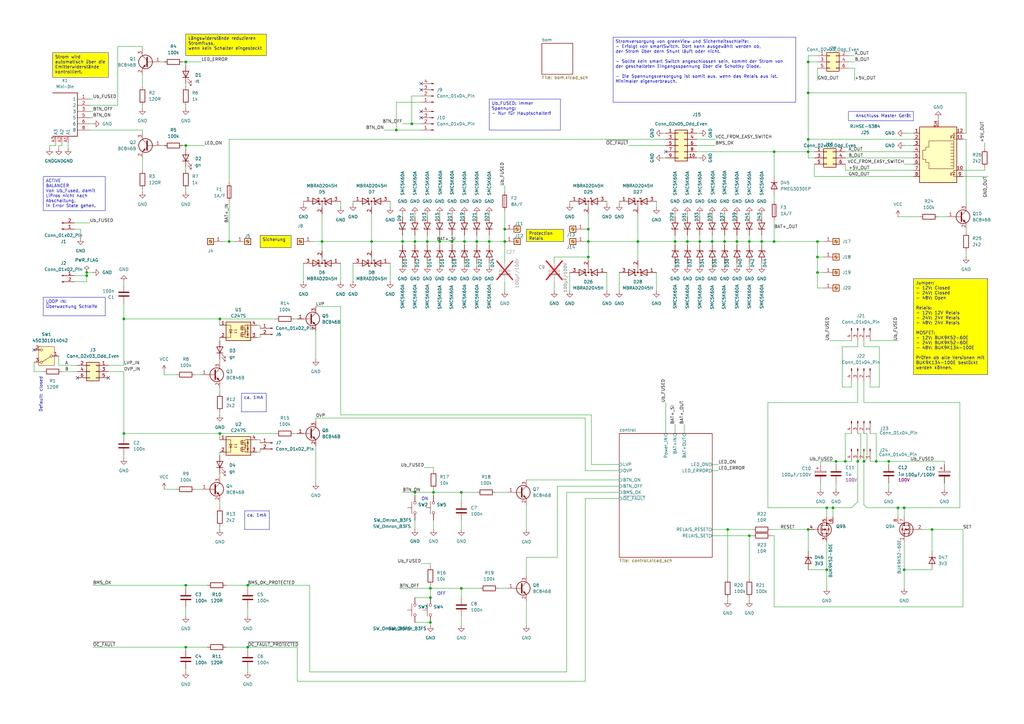
<source format=kicad_sch>
(kicad_sch
	(version 20250114)
	(generator "eeschema")
	(generator_version "9.0")
	(uuid "c138cc6a-756d-4318-83c4-a5413b81ee5f")
	(paper "A3")
	(lib_symbols
		(symbol "Connector:Conn_01x02_Pin"
			(pin_names
				(offset 1.016)
				(hide yes)
			)
			(exclude_from_sim no)
			(in_bom yes)
			(on_board yes)
			(property "Reference" "J"
				(at 0 2.54 0)
				(effects
					(font
						(size 1.27 1.27)
					)
				)
			)
			(property "Value" "Conn_01x02_Pin"
				(at 0 -5.08 0)
				(effects
					(font
						(size 1.27 1.27)
					)
				)
			)
			(property "Footprint" ""
				(at 0 0 0)
				(effects
					(font
						(size 1.27 1.27)
					)
					(hide yes)
				)
			)
			(property "Datasheet" "~"
				(at 0 0 0)
				(effects
					(font
						(size 1.27 1.27)
					)
					(hide yes)
				)
			)
			(property "Description" "Generic connector, single row, 01x02, script generated"
				(at 0 0 0)
				(effects
					(font
						(size 1.27 1.27)
					)
					(hide yes)
				)
			)
			(property "ki_locked" ""
				(at 0 0 0)
				(effects
					(font
						(size 1.27 1.27)
					)
				)
			)
			(property "ki_keywords" "connector"
				(at 0 0 0)
				(effects
					(font
						(size 1.27 1.27)
					)
					(hide yes)
				)
			)
			(property "ki_fp_filters" "Connector*:*_1x??_*"
				(at 0 0 0)
				(effects
					(font
						(size 1.27 1.27)
					)
					(hide yes)
				)
			)
			(symbol "Conn_01x02_Pin_1_1"
				(rectangle
					(start 0.8636 0.127)
					(end 0 -0.127)
					(stroke
						(width 0.1524)
						(type default)
					)
					(fill
						(type outline)
					)
				)
				(rectangle
					(start 0.8636 -2.413)
					(end 0 -2.667)
					(stroke
						(width 0.1524)
						(type default)
					)
					(fill
						(type outline)
					)
				)
				(polyline
					(pts
						(xy 1.27 0) (xy 0.8636 0)
					)
					(stroke
						(width 0.1524)
						(type default)
					)
					(fill
						(type none)
					)
				)
				(polyline
					(pts
						(xy 1.27 -2.54) (xy 0.8636 -2.54)
					)
					(stroke
						(width 0.1524)
						(type default)
					)
					(fill
						(type none)
					)
				)
				(pin passive line
					(at 5.08 0 180)
					(length 3.81)
					(name "Pin_1"
						(effects
							(font
								(size 1.27 1.27)
							)
						)
					)
					(number "1"
						(effects
							(font
								(size 1.27 1.27)
							)
						)
					)
				)
				(pin passive line
					(at 5.08 -2.54 180)
					(length 3.81)
					(name "Pin_2"
						(effects
							(font
								(size 1.27 1.27)
							)
						)
					)
					(number "2"
						(effects
							(font
								(size 1.27 1.27)
							)
						)
					)
				)
			)
			(embedded_fonts no)
		)
		(symbol "Connector:Conn_01x04_Pin"
			(pin_names
				(offset 1.016)
				(hide yes)
			)
			(exclude_from_sim no)
			(in_bom yes)
			(on_board yes)
			(property "Reference" "J"
				(at 0 5.08 0)
				(effects
					(font
						(size 1.27 1.27)
					)
				)
			)
			(property "Value" "Conn_01x04_Pin"
				(at 0 -7.62 0)
				(effects
					(font
						(size 1.27 1.27)
					)
				)
			)
			(property "Footprint" ""
				(at 0 0 0)
				(effects
					(font
						(size 1.27 1.27)
					)
					(hide yes)
				)
			)
			(property "Datasheet" "~"
				(at 0 0 0)
				(effects
					(font
						(size 1.27 1.27)
					)
					(hide yes)
				)
			)
			(property "Description" "Generic connector, single row, 01x04, script generated"
				(at 0 0 0)
				(effects
					(font
						(size 1.27 1.27)
					)
					(hide yes)
				)
			)
			(property "ki_locked" ""
				(at 0 0 0)
				(effects
					(font
						(size 1.27 1.27)
					)
				)
			)
			(property "ki_keywords" "connector"
				(at 0 0 0)
				(effects
					(font
						(size 1.27 1.27)
					)
					(hide yes)
				)
			)
			(property "ki_fp_filters" "Connector*:*_1x??_*"
				(at 0 0 0)
				(effects
					(font
						(size 1.27 1.27)
					)
					(hide yes)
				)
			)
			(symbol "Conn_01x04_Pin_1_1"
				(rectangle
					(start 0.8636 2.667)
					(end 0 2.413)
					(stroke
						(width 0.1524)
						(type default)
					)
					(fill
						(type outline)
					)
				)
				(rectangle
					(start 0.8636 0.127)
					(end 0 -0.127)
					(stroke
						(width 0.1524)
						(type default)
					)
					(fill
						(type outline)
					)
				)
				(rectangle
					(start 0.8636 -2.413)
					(end 0 -2.667)
					(stroke
						(width 0.1524)
						(type default)
					)
					(fill
						(type outline)
					)
				)
				(rectangle
					(start 0.8636 -4.953)
					(end 0 -5.207)
					(stroke
						(width 0.1524)
						(type default)
					)
					(fill
						(type outline)
					)
				)
				(polyline
					(pts
						(xy 1.27 2.54) (xy 0.8636 2.54)
					)
					(stroke
						(width 0.1524)
						(type default)
					)
					(fill
						(type none)
					)
				)
				(polyline
					(pts
						(xy 1.27 0) (xy 0.8636 0)
					)
					(stroke
						(width 0.1524)
						(type default)
					)
					(fill
						(type none)
					)
				)
				(polyline
					(pts
						(xy 1.27 -2.54) (xy 0.8636 -2.54)
					)
					(stroke
						(width 0.1524)
						(type default)
					)
					(fill
						(type none)
					)
				)
				(polyline
					(pts
						(xy 1.27 -5.08) (xy 0.8636 -5.08)
					)
					(stroke
						(width 0.1524)
						(type default)
					)
					(fill
						(type none)
					)
				)
				(pin passive line
					(at 5.08 2.54 180)
					(length 3.81)
					(name "Pin_1"
						(effects
							(font
								(size 1.27 1.27)
							)
						)
					)
					(number "1"
						(effects
							(font
								(size 1.27 1.27)
							)
						)
					)
				)
				(pin passive line
					(at 5.08 0 180)
					(length 3.81)
					(name "Pin_2"
						(effects
							(font
								(size 1.27 1.27)
							)
						)
					)
					(number "2"
						(effects
							(font
								(size 1.27 1.27)
							)
						)
					)
				)
				(pin passive line
					(at 5.08 -2.54 180)
					(length 3.81)
					(name "Pin_3"
						(effects
							(font
								(size 1.27 1.27)
							)
						)
					)
					(number "3"
						(effects
							(font
								(size 1.27 1.27)
							)
						)
					)
				)
				(pin passive line
					(at 5.08 -5.08 180)
					(length 3.81)
					(name "Pin_4"
						(effects
							(font
								(size 1.27 1.27)
							)
						)
					)
					(number "4"
						(effects
							(font
								(size 1.27 1.27)
							)
						)
					)
				)
			)
			(embedded_fonts no)
		)
		(symbol "Connector:RJ45_LED_Shielded"
			(pin_names
				(offset 1.016)
			)
			(exclude_from_sim no)
			(in_bom yes)
			(on_board yes)
			(property "Reference" "J"
				(at -5.08 13.97 0)
				(effects
					(font
						(size 1.27 1.27)
					)
					(justify right)
				)
			)
			(property "Value" "RJ45_LED_Shielded"
				(at 1.27 13.97 0)
				(effects
					(font
						(size 1.27 1.27)
					)
					(justify left)
				)
			)
			(property "Footprint" ""
				(at 0 0.635 90)
				(effects
					(font
						(size 1.27 1.27)
					)
					(hide yes)
				)
			)
			(property "Datasheet" "~"
				(at 0 0.635 90)
				(effects
					(font
						(size 1.27 1.27)
					)
					(hide yes)
				)
			)
			(property "Description" "RJ connector, 8P8C (8 positions 8 connected), two LEDs, Shielded"
				(at 0 0 0)
				(effects
					(font
						(size 1.27 1.27)
					)
					(hide yes)
				)
			)
			(property "ki_keywords" "8P8C RJ socket jack connector led"
				(at 0 0 0)
				(effects
					(font
						(size 1.27 1.27)
					)
					(hide yes)
				)
			)
			(property "ki_fp_filters" "8P8C* RJ45*"
				(at 0 0 0)
				(effects
					(font
						(size 1.27 1.27)
					)
					(hide yes)
				)
			)
			(symbol "RJ45_LED_Shielded_0_1"
				(polyline
					(pts
						(xy -7.62 10.16) (xy -6.35 10.16)
					)
					(stroke
						(width 0)
						(type default)
					)
					(fill
						(type none)
					)
				)
				(polyline
					(pts
						(xy -7.62 7.62) (xy -6.35 7.62)
					)
					(stroke
						(width 0)
						(type default)
					)
					(fill
						(type none)
					)
				)
				(polyline
					(pts
						(xy -7.62 -5.08) (xy -6.35 -5.08)
					)
					(stroke
						(width 0)
						(type default)
					)
					(fill
						(type none)
					)
				)
				(polyline
					(pts
						(xy -7.62 -7.62) (xy -6.35 -7.62)
					)
					(stroke
						(width 0)
						(type default)
					)
					(fill
						(type none)
					)
				)
				(polyline
					(pts
						(xy -6.858 9.398) (xy -5.842 9.398)
					)
					(stroke
						(width 0)
						(type default)
					)
					(fill
						(type none)
					)
				)
				(polyline
					(pts
						(xy -6.858 -5.842) (xy -5.842 -5.842)
					)
					(stroke
						(width 0)
						(type default)
					)
					(fill
						(type none)
					)
				)
				(polyline
					(pts
						(xy -6.35 10.16) (xy -6.35 9.398)
					)
					(stroke
						(width 0)
						(type default)
					)
					(fill
						(type none)
					)
				)
				(polyline
					(pts
						(xy -6.35 9.398) (xy -6.858 8.382) (xy -5.842 8.382) (xy -6.35 9.398)
					)
					(stroke
						(width 0)
						(type default)
					)
					(fill
						(type none)
					)
				)
				(polyline
					(pts
						(xy -6.35 7.62) (xy -6.35 8.382)
					)
					(stroke
						(width 0)
						(type default)
					)
					(fill
						(type none)
					)
				)
				(polyline
					(pts
						(xy -6.35 1.905) (xy -5.08 1.905) (xy -5.08 1.905)
					)
					(stroke
						(width 0)
						(type default)
					)
					(fill
						(type none)
					)
				)
				(polyline
					(pts
						(xy -6.35 0.635) (xy -5.08 0.635) (xy -5.08 0.635)
					)
					(stroke
						(width 0)
						(type default)
					)
					(fill
						(type none)
					)
				)
				(polyline
					(pts
						(xy -6.35 -0.635) (xy -5.08 -0.635) (xy -5.08 -0.635)
					)
					(stroke
						(width 0)
						(type default)
					)
					(fill
						(type none)
					)
				)
				(polyline
					(pts
						(xy -6.35 -1.905) (xy -5.08 -1.905) (xy -5.08 -1.905)
					)
					(stroke
						(width 0)
						(type default)
					)
					(fill
						(type none)
					)
				)
				(polyline
					(pts
						(xy -6.35 -3.175) (xy -5.08 -3.175) (xy -5.08 -3.175)
					)
					(stroke
						(width 0)
						(type default)
					)
					(fill
						(type none)
					)
				)
				(polyline
					(pts
						(xy -6.35 -4.445) (xy -6.35 6.985) (xy 3.81 6.985) (xy 3.81 4.445) (xy 5.08 4.445) (xy 5.08 3.175)
						(xy 6.35 3.175) (xy 6.35 -0.635) (xy 5.08 -0.635) (xy 5.08 -1.905) (xy 3.81 -1.905) (xy 3.81 -4.445)
						(xy -6.35 -4.445) (xy -6.35 -4.445)
					)
					(stroke
						(width 0)
						(type default)
					)
					(fill
						(type none)
					)
				)
				(polyline
					(pts
						(xy -6.35 -5.08) (xy -6.35 -5.842)
					)
					(stroke
						(width 0)
						(type default)
					)
					(fill
						(type none)
					)
				)
				(polyline
					(pts
						(xy -6.35 -5.842) (xy -6.858 -6.858) (xy -5.842 -6.858) (xy -6.35 -5.842)
					)
					(stroke
						(width 0)
						(type default)
					)
					(fill
						(type none)
					)
				)
				(polyline
					(pts
						(xy -6.35 -7.62) (xy -6.35 -6.858)
					)
					(stroke
						(width 0)
						(type default)
					)
					(fill
						(type none)
					)
				)
				(polyline
					(pts
						(xy -5.588 9.144) (xy -5.08 9.652) (xy -5.461 9.525)
					)
					(stroke
						(width 0)
						(type default)
					)
					(fill
						(type none)
					)
				)
				(polyline
					(pts
						(xy -5.588 8.509) (xy -5.08 9.017) (xy -5.461 8.89)
					)
					(stroke
						(width 0)
						(type default)
					)
					(fill
						(type none)
					)
				)
				(polyline
					(pts
						(xy -5.588 -6.096) (xy -5.08 -5.588) (xy -5.461 -5.715)
					)
					(stroke
						(width 0)
						(type default)
					)
					(fill
						(type none)
					)
				)
				(polyline
					(pts
						(xy -5.588 -6.731) (xy -5.08 -6.223) (xy -5.461 -6.35)
					)
					(stroke
						(width 0)
						(type default)
					)
					(fill
						(type none)
					)
				)
				(polyline
					(pts
						(xy -5.08 9.652) (xy -5.207 9.271)
					)
					(stroke
						(width 0)
						(type default)
					)
					(fill
						(type none)
					)
				)
				(polyline
					(pts
						(xy -5.08 9.017) (xy -5.207 8.636)
					)
					(stroke
						(width 0)
						(type default)
					)
					(fill
						(type none)
					)
				)
				(polyline
					(pts
						(xy -5.08 5.715) (xy -6.35 5.715)
					)
					(stroke
						(width 0)
						(type default)
					)
					(fill
						(type none)
					)
				)
				(polyline
					(pts
						(xy -5.08 4.445) (xy -6.35 4.445)
					)
					(stroke
						(width 0)
						(type default)
					)
					(fill
						(type none)
					)
				)
				(polyline
					(pts
						(xy -5.08 3.175) (xy -6.35 3.175) (xy -6.35 3.175)
					)
					(stroke
						(width 0)
						(type default)
					)
					(fill
						(type none)
					)
				)
				(polyline
					(pts
						(xy -5.08 -5.588) (xy -5.207 -5.969)
					)
					(stroke
						(width 0)
						(type default)
					)
					(fill
						(type none)
					)
				)
				(polyline
					(pts
						(xy -5.08 -6.223) (xy -5.207 -6.604)
					)
					(stroke
						(width 0)
						(type default)
					)
					(fill
						(type none)
					)
				)
				(rectangle
					(start 7.62 12.7)
					(end -7.62 -10.16)
					(stroke
						(width 0.254)
						(type default)
					)
					(fill
						(type background)
					)
				)
			)
			(symbol "RJ45_LED_Shielded_1_1"
				(pin passive line
					(at -10.16 10.16 0)
					(length 2.54)
					(name "~"
						(effects
							(font
								(size 1.27 1.27)
							)
						)
					)
					(number "9"
						(effects
							(font
								(size 1.27 1.27)
							)
						)
					)
				)
				(pin passive line
					(at -10.16 7.62 0)
					(length 2.54)
					(name "~"
						(effects
							(font
								(size 1.27 1.27)
							)
						)
					)
					(number "10"
						(effects
							(font
								(size 1.27 1.27)
							)
						)
					)
				)
				(pin passive line
					(at -10.16 -5.08 0)
					(length 2.54)
					(name "~"
						(effects
							(font
								(size 1.27 1.27)
							)
						)
					)
					(number "11"
						(effects
							(font
								(size 1.27 1.27)
							)
						)
					)
				)
				(pin passive line
					(at -10.16 -7.62 0)
					(length 2.54)
					(name "~"
						(effects
							(font
								(size 1.27 1.27)
							)
						)
					)
					(number "12"
						(effects
							(font
								(size 1.27 1.27)
							)
						)
					)
				)
				(pin passive line
					(at 0 -12.7 90)
					(length 2.54)
					(name "~"
						(effects
							(font
								(size 1.27 1.27)
							)
						)
					)
					(number "SH"
						(effects
							(font
								(size 1.27 1.27)
							)
						)
					)
				)
				(pin passive line
					(at 10.16 10.16 180)
					(length 2.54)
					(name "~"
						(effects
							(font
								(size 1.27 1.27)
							)
						)
					)
					(number "8"
						(effects
							(font
								(size 1.27 1.27)
							)
						)
					)
				)
				(pin passive line
					(at 10.16 7.62 180)
					(length 2.54)
					(name "~"
						(effects
							(font
								(size 1.27 1.27)
							)
						)
					)
					(number "7"
						(effects
							(font
								(size 1.27 1.27)
							)
						)
					)
				)
				(pin passive line
					(at 10.16 5.08 180)
					(length 2.54)
					(name "~"
						(effects
							(font
								(size 1.27 1.27)
							)
						)
					)
					(number "6"
						(effects
							(font
								(size 1.27 1.27)
							)
						)
					)
				)
				(pin passive line
					(at 10.16 2.54 180)
					(length 2.54)
					(name "~"
						(effects
							(font
								(size 1.27 1.27)
							)
						)
					)
					(number "5"
						(effects
							(font
								(size 1.27 1.27)
							)
						)
					)
				)
				(pin passive line
					(at 10.16 0 180)
					(length 2.54)
					(name "~"
						(effects
							(font
								(size 1.27 1.27)
							)
						)
					)
					(number "4"
						(effects
							(font
								(size 1.27 1.27)
							)
						)
					)
				)
				(pin passive line
					(at 10.16 -2.54 180)
					(length 2.54)
					(name "~"
						(effects
							(font
								(size 1.27 1.27)
							)
						)
					)
					(number "3"
						(effects
							(font
								(size 1.27 1.27)
							)
						)
					)
				)
				(pin passive line
					(at 10.16 -5.08 180)
					(length 2.54)
					(name "~"
						(effects
							(font
								(size 1.27 1.27)
							)
						)
					)
					(number "2"
						(effects
							(font
								(size 1.27 1.27)
							)
						)
					)
				)
				(pin passive line
					(at 10.16 -7.62 180)
					(length 2.54)
					(name "~"
						(effects
							(font
								(size 1.27 1.27)
							)
						)
					)
					(number "1"
						(effects
							(font
								(size 1.27 1.27)
							)
						)
					)
				)
			)
			(embedded_fonts no)
		)
		(symbol "Connector:Screw_Terminal_01x01"
			(pin_names
				(offset 1.016)
				(hide yes)
			)
			(exclude_from_sim no)
			(in_bom yes)
			(on_board yes)
			(property "Reference" "J"
				(at 0 2.54 0)
				(effects
					(font
						(size 1.27 1.27)
					)
				)
			)
			(property "Value" "Screw_Terminal_01x01"
				(at 0 -2.54 0)
				(effects
					(font
						(size 1.27 1.27)
					)
				)
			)
			(property "Footprint" ""
				(at 0 0 0)
				(effects
					(font
						(size 1.27 1.27)
					)
					(hide yes)
				)
			)
			(property "Datasheet" "~"
				(at 0 0 0)
				(effects
					(font
						(size 1.27 1.27)
					)
					(hide yes)
				)
			)
			(property "Description" "Generic screw terminal, single row, 01x01, script generated (kicad-library-utils/schlib/autogen/connector/)"
				(at 0 0 0)
				(effects
					(font
						(size 1.27 1.27)
					)
					(hide yes)
				)
			)
			(property "ki_keywords" "screw terminal"
				(at 0 0 0)
				(effects
					(font
						(size 1.27 1.27)
					)
					(hide yes)
				)
			)
			(property "ki_fp_filters" "TerminalBlock*:*"
				(at 0 0 0)
				(effects
					(font
						(size 1.27 1.27)
					)
					(hide yes)
				)
			)
			(symbol "Screw_Terminal_01x01_1_1"
				(rectangle
					(start -1.27 1.27)
					(end 1.27 -1.27)
					(stroke
						(width 0.254)
						(type default)
					)
					(fill
						(type background)
					)
				)
				(polyline
					(pts
						(xy -0.5334 0.3302) (xy 0.3302 -0.508)
					)
					(stroke
						(width 0.1524)
						(type default)
					)
					(fill
						(type none)
					)
				)
				(polyline
					(pts
						(xy -0.3556 0.508) (xy 0.508 -0.3302)
					)
					(stroke
						(width 0.1524)
						(type default)
					)
					(fill
						(type none)
					)
				)
				(circle
					(center 0 0)
					(radius 0.635)
					(stroke
						(width 0.1524)
						(type default)
					)
					(fill
						(type none)
					)
				)
				(pin passive line
					(at -5.08 0 0)
					(length 3.81)
					(name "Pin_1"
						(effects
							(font
								(size 1.27 1.27)
							)
						)
					)
					(number "1"
						(effects
							(font
								(size 1.27 1.27)
							)
						)
					)
				)
			)
			(embedded_fonts no)
		)
		(symbol "Connector_Generic:Conn_02x03_Odd_Even"
			(pin_names
				(offset 1.016)
				(hide yes)
			)
			(exclude_from_sim no)
			(in_bom yes)
			(on_board yes)
			(property "Reference" "J"
				(at 1.27 5.08 0)
				(effects
					(font
						(size 1.27 1.27)
					)
				)
			)
			(property "Value" "Conn_02x03_Odd_Even"
				(at 1.27 -5.08 0)
				(effects
					(font
						(size 1.27 1.27)
					)
				)
			)
			(property "Footprint" ""
				(at 0 0 0)
				(effects
					(font
						(size 1.27 1.27)
					)
					(hide yes)
				)
			)
			(property "Datasheet" "~"
				(at 0 0 0)
				(effects
					(font
						(size 1.27 1.27)
					)
					(hide yes)
				)
			)
			(property "Description" "Generic connector, double row, 02x03, odd/even pin numbering scheme (row 1 odd numbers, row 2 even numbers), script generated (kicad-library-utils/schlib/autogen/connector/)"
				(at 0 0 0)
				(effects
					(font
						(size 1.27 1.27)
					)
					(hide yes)
				)
			)
			(property "ki_keywords" "connector"
				(at 0 0 0)
				(effects
					(font
						(size 1.27 1.27)
					)
					(hide yes)
				)
			)
			(property "ki_fp_filters" "Connector*:*_2x??_*"
				(at 0 0 0)
				(effects
					(font
						(size 1.27 1.27)
					)
					(hide yes)
				)
			)
			(symbol "Conn_02x03_Odd_Even_1_1"
				(rectangle
					(start -1.27 3.81)
					(end 3.81 -3.81)
					(stroke
						(width 0.254)
						(type default)
					)
					(fill
						(type background)
					)
				)
				(rectangle
					(start -1.27 2.667)
					(end 0 2.413)
					(stroke
						(width 0.1524)
						(type default)
					)
					(fill
						(type none)
					)
				)
				(rectangle
					(start -1.27 0.127)
					(end 0 -0.127)
					(stroke
						(width 0.1524)
						(type default)
					)
					(fill
						(type none)
					)
				)
				(rectangle
					(start -1.27 -2.413)
					(end 0 -2.667)
					(stroke
						(width 0.1524)
						(type default)
					)
					(fill
						(type none)
					)
				)
				(rectangle
					(start 3.81 2.667)
					(end 2.54 2.413)
					(stroke
						(width 0.1524)
						(type default)
					)
					(fill
						(type none)
					)
				)
				(rectangle
					(start 3.81 0.127)
					(end 2.54 -0.127)
					(stroke
						(width 0.1524)
						(type default)
					)
					(fill
						(type none)
					)
				)
				(rectangle
					(start 3.81 -2.413)
					(end 2.54 -2.667)
					(stroke
						(width 0.1524)
						(type default)
					)
					(fill
						(type none)
					)
				)
				(pin passive line
					(at -5.08 2.54 0)
					(length 3.81)
					(name "Pin_1"
						(effects
							(font
								(size 1.27 1.27)
							)
						)
					)
					(number "1"
						(effects
							(font
								(size 1.27 1.27)
							)
						)
					)
				)
				(pin passive line
					(at -5.08 0 0)
					(length 3.81)
					(name "Pin_3"
						(effects
							(font
								(size 1.27 1.27)
							)
						)
					)
					(number "3"
						(effects
							(font
								(size 1.27 1.27)
							)
						)
					)
				)
				(pin passive line
					(at -5.08 -2.54 0)
					(length 3.81)
					(name "Pin_5"
						(effects
							(font
								(size 1.27 1.27)
							)
						)
					)
					(number "5"
						(effects
							(font
								(size 1.27 1.27)
							)
						)
					)
				)
				(pin passive line
					(at 7.62 2.54 180)
					(length 3.81)
					(name "Pin_2"
						(effects
							(font
								(size 1.27 1.27)
							)
						)
					)
					(number "2"
						(effects
							(font
								(size 1.27 1.27)
							)
						)
					)
				)
				(pin passive line
					(at 7.62 0 180)
					(length 3.81)
					(name "Pin_4"
						(effects
							(font
								(size 1.27 1.27)
							)
						)
					)
					(number "4"
						(effects
							(font
								(size 1.27 1.27)
							)
						)
					)
				)
				(pin passive line
					(at 7.62 -2.54 180)
					(length 3.81)
					(name "Pin_6"
						(effects
							(font
								(size 1.27 1.27)
							)
						)
					)
					(number "6"
						(effects
							(font
								(size 1.27 1.27)
							)
						)
					)
				)
			)
			(embedded_fonts no)
		)
		(symbol "Connector_Generic:Conn_02x05_Odd_Even"
			(pin_names
				(offset 1.016)
				(hide yes)
			)
			(exclude_from_sim no)
			(in_bom yes)
			(on_board yes)
			(property "Reference" "J"
				(at 1.27 7.62 0)
				(effects
					(font
						(size 1.27 1.27)
					)
				)
			)
			(property "Value" "Conn_02x05_Odd_Even"
				(at 1.27 -7.62 0)
				(effects
					(font
						(size 1.27 1.27)
					)
				)
			)
			(property "Footprint" ""
				(at 0 0 0)
				(effects
					(font
						(size 1.27 1.27)
					)
					(hide yes)
				)
			)
			(property "Datasheet" "~"
				(at 0 0 0)
				(effects
					(font
						(size 1.27 1.27)
					)
					(hide yes)
				)
			)
			(property "Description" "Generic connector, double row, 02x05, odd/even pin numbering scheme (row 1 odd numbers, row 2 even numbers), script generated (kicad-library-utils/schlib/autogen/connector/)"
				(at 0 0 0)
				(effects
					(font
						(size 1.27 1.27)
					)
					(hide yes)
				)
			)
			(property "ki_keywords" "connector"
				(at 0 0 0)
				(effects
					(font
						(size 1.27 1.27)
					)
					(hide yes)
				)
			)
			(property "ki_fp_filters" "Connector*:*_2x??_*"
				(at 0 0 0)
				(effects
					(font
						(size 1.27 1.27)
					)
					(hide yes)
				)
			)
			(symbol "Conn_02x05_Odd_Even_1_1"
				(rectangle
					(start -1.27 6.35)
					(end 3.81 -6.35)
					(stroke
						(width 0.254)
						(type default)
					)
					(fill
						(type background)
					)
				)
				(rectangle
					(start -1.27 5.207)
					(end 0 4.953)
					(stroke
						(width 0.1524)
						(type default)
					)
					(fill
						(type none)
					)
				)
				(rectangle
					(start -1.27 2.667)
					(end 0 2.413)
					(stroke
						(width 0.1524)
						(type default)
					)
					(fill
						(type none)
					)
				)
				(rectangle
					(start -1.27 0.127)
					(end 0 -0.127)
					(stroke
						(width 0.1524)
						(type default)
					)
					(fill
						(type none)
					)
				)
				(rectangle
					(start -1.27 -2.413)
					(end 0 -2.667)
					(stroke
						(width 0.1524)
						(type default)
					)
					(fill
						(type none)
					)
				)
				(rectangle
					(start -1.27 -4.953)
					(end 0 -5.207)
					(stroke
						(width 0.1524)
						(type default)
					)
					(fill
						(type none)
					)
				)
				(rectangle
					(start 3.81 5.207)
					(end 2.54 4.953)
					(stroke
						(width 0.1524)
						(type default)
					)
					(fill
						(type none)
					)
				)
				(rectangle
					(start 3.81 2.667)
					(end 2.54 2.413)
					(stroke
						(width 0.1524)
						(type default)
					)
					(fill
						(type none)
					)
				)
				(rectangle
					(start 3.81 0.127)
					(end 2.54 -0.127)
					(stroke
						(width 0.1524)
						(type default)
					)
					(fill
						(type none)
					)
				)
				(rectangle
					(start 3.81 -2.413)
					(end 2.54 -2.667)
					(stroke
						(width 0.1524)
						(type default)
					)
					(fill
						(type none)
					)
				)
				(rectangle
					(start 3.81 -4.953)
					(end 2.54 -5.207)
					(stroke
						(width 0.1524)
						(type default)
					)
					(fill
						(type none)
					)
				)
				(pin passive line
					(at -5.08 5.08 0)
					(length 3.81)
					(name "Pin_1"
						(effects
							(font
								(size 1.27 1.27)
							)
						)
					)
					(number "1"
						(effects
							(font
								(size 1.27 1.27)
							)
						)
					)
				)
				(pin passive line
					(at -5.08 2.54 0)
					(length 3.81)
					(name "Pin_3"
						(effects
							(font
								(size 1.27 1.27)
							)
						)
					)
					(number "3"
						(effects
							(font
								(size 1.27 1.27)
							)
						)
					)
				)
				(pin passive line
					(at -5.08 0 0)
					(length 3.81)
					(name "Pin_5"
						(effects
							(font
								(size 1.27 1.27)
							)
						)
					)
					(number "5"
						(effects
							(font
								(size 1.27 1.27)
							)
						)
					)
				)
				(pin passive line
					(at -5.08 -2.54 0)
					(length 3.81)
					(name "Pin_7"
						(effects
							(font
								(size 1.27 1.27)
							)
						)
					)
					(number "7"
						(effects
							(font
								(size 1.27 1.27)
							)
						)
					)
				)
				(pin passive line
					(at -5.08 -5.08 0)
					(length 3.81)
					(name "Pin_9"
						(effects
							(font
								(size 1.27 1.27)
							)
						)
					)
					(number "9"
						(effects
							(font
								(size 1.27 1.27)
							)
						)
					)
				)
				(pin passive line
					(at 7.62 5.08 180)
					(length 3.81)
					(name "Pin_2"
						(effects
							(font
								(size 1.27 1.27)
							)
						)
					)
					(number "2"
						(effects
							(font
								(size 1.27 1.27)
							)
						)
					)
				)
				(pin passive line
					(at 7.62 2.54 180)
					(length 3.81)
					(name "Pin_4"
						(effects
							(font
								(size 1.27 1.27)
							)
						)
					)
					(number "4"
						(effects
							(font
								(size 1.27 1.27)
							)
						)
					)
				)
				(pin passive line
					(at 7.62 0 180)
					(length 3.81)
					(name "Pin_6"
						(effects
							(font
								(size 1.27 1.27)
							)
						)
					)
					(number "6"
						(effects
							(font
								(size 1.27 1.27)
							)
						)
					)
				)
				(pin passive line
					(at 7.62 -2.54 180)
					(length 3.81)
					(name "Pin_8"
						(effects
							(font
								(size 1.27 1.27)
							)
						)
					)
					(number "8"
						(effects
							(font
								(size 1.27 1.27)
							)
						)
					)
				)
				(pin passive line
					(at 7.62 -5.08 180)
					(length 3.81)
					(name "Pin_10"
						(effects
							(font
								(size 1.27 1.27)
							)
						)
					)
					(number "10"
						(effects
							(font
								(size 1.27 1.27)
							)
						)
					)
				)
			)
			(embedded_fonts no)
		)
		(symbol "Device:C"
			(pin_numbers
				(hide yes)
			)
			(pin_names
				(offset 0.254)
			)
			(exclude_from_sim no)
			(in_bom yes)
			(on_board yes)
			(property "Reference" "C"
				(at 0.635 2.54 0)
				(effects
					(font
						(size 1.27 1.27)
					)
					(justify left)
				)
			)
			(property "Value" "C"
				(at 0.635 -2.54 0)
				(effects
					(font
						(size 1.27 1.27)
					)
					(justify left)
				)
			)
			(property "Footprint" ""
				(at 0.9652 -3.81 0)
				(effects
					(font
						(size 1.27 1.27)
					)
					(hide yes)
				)
			)
			(property "Datasheet" "~"
				(at 0 0 0)
				(effects
					(font
						(size 1.27 1.27)
					)
					(hide yes)
				)
			)
			(property "Description" "Unpolarized capacitor"
				(at 0 0 0)
				(effects
					(font
						(size 1.27 1.27)
					)
					(hide yes)
				)
			)
			(property "ki_keywords" "cap capacitor"
				(at 0 0 0)
				(effects
					(font
						(size 1.27 1.27)
					)
					(hide yes)
				)
			)
			(property "ki_fp_filters" "C_*"
				(at 0 0 0)
				(effects
					(font
						(size 1.27 1.27)
					)
					(hide yes)
				)
			)
			(symbol "C_0_1"
				(polyline
					(pts
						(xy -2.032 0.762) (xy 2.032 0.762)
					)
					(stroke
						(width 0.508)
						(type default)
					)
					(fill
						(type none)
					)
				)
				(polyline
					(pts
						(xy -2.032 -0.762) (xy 2.032 -0.762)
					)
					(stroke
						(width 0.508)
						(type default)
					)
					(fill
						(type none)
					)
				)
			)
			(symbol "C_1_1"
				(pin passive line
					(at 0 3.81 270)
					(length 2.794)
					(name "~"
						(effects
							(font
								(size 1.27 1.27)
							)
						)
					)
					(number "1"
						(effects
							(font
								(size 1.27 1.27)
							)
						)
					)
				)
				(pin passive line
					(at 0 -3.81 90)
					(length 2.794)
					(name "~"
						(effects
							(font
								(size 1.27 1.27)
							)
						)
					)
					(number "2"
						(effects
							(font
								(size 1.27 1.27)
							)
						)
					)
				)
			)
			(embedded_fonts no)
		)
		(symbol "Device:C_Polarized"
			(pin_numbers
				(hide yes)
			)
			(pin_names
				(offset 0.254)
			)
			(exclude_from_sim no)
			(in_bom yes)
			(on_board yes)
			(property "Reference" "C"
				(at 0.635 2.54 0)
				(effects
					(font
						(size 1.27 1.27)
					)
					(justify left)
				)
			)
			(property "Value" "C_Polarized"
				(at 0.635 -2.54 0)
				(effects
					(font
						(size 1.27 1.27)
					)
					(justify left)
				)
			)
			(property "Footprint" ""
				(at 0.9652 -3.81 0)
				(effects
					(font
						(size 1.27 1.27)
					)
					(hide yes)
				)
			)
			(property "Datasheet" "~"
				(at 0 0 0)
				(effects
					(font
						(size 1.27 1.27)
					)
					(hide yes)
				)
			)
			(property "Description" "Polarized capacitor"
				(at 0 0 0)
				(effects
					(font
						(size 1.27 1.27)
					)
					(hide yes)
				)
			)
			(property "ki_keywords" "cap capacitor"
				(at 0 0 0)
				(effects
					(font
						(size 1.27 1.27)
					)
					(hide yes)
				)
			)
			(property "ki_fp_filters" "CP_*"
				(at 0 0 0)
				(effects
					(font
						(size 1.27 1.27)
					)
					(hide yes)
				)
			)
			(symbol "C_Polarized_0_1"
				(rectangle
					(start -2.286 0.508)
					(end 2.286 1.016)
					(stroke
						(width 0)
						(type default)
					)
					(fill
						(type none)
					)
				)
				(polyline
					(pts
						(xy -1.778 2.286) (xy -0.762 2.286)
					)
					(stroke
						(width 0)
						(type default)
					)
					(fill
						(type none)
					)
				)
				(polyline
					(pts
						(xy -1.27 2.794) (xy -1.27 1.778)
					)
					(stroke
						(width 0)
						(type default)
					)
					(fill
						(type none)
					)
				)
				(rectangle
					(start 2.286 -0.508)
					(end -2.286 -1.016)
					(stroke
						(width 0)
						(type default)
					)
					(fill
						(type outline)
					)
				)
			)
			(symbol "C_Polarized_1_1"
				(pin passive line
					(at 0 3.81 270)
					(length 2.794)
					(name "~"
						(effects
							(font
								(size 1.27 1.27)
							)
						)
					)
					(number "1"
						(effects
							(font
								(size 1.27 1.27)
							)
						)
					)
				)
				(pin passive line
					(at 0 -3.81 90)
					(length 2.794)
					(name "~"
						(effects
							(font
								(size 1.27 1.27)
							)
						)
					)
					(number "2"
						(effects
							(font
								(size 1.27 1.27)
							)
						)
					)
				)
			)
			(embedded_fonts no)
		)
		(symbol "Device:D"
			(pin_numbers
				(hide yes)
			)
			(pin_names
				(offset 1.016)
				(hide yes)
			)
			(exclude_from_sim no)
			(in_bom yes)
			(on_board yes)
			(property "Reference" "D"
				(at 0 2.54 0)
				(effects
					(font
						(size 1.27 1.27)
					)
				)
			)
			(property "Value" "D"
				(at 0 -2.54 0)
				(effects
					(font
						(size 1.27 1.27)
					)
				)
			)
			(property "Footprint" ""
				(at 0 0 0)
				(effects
					(font
						(size 1.27 1.27)
					)
					(hide yes)
				)
			)
			(property "Datasheet" "~"
				(at 0 0 0)
				(effects
					(font
						(size 1.27 1.27)
					)
					(hide yes)
				)
			)
			(property "Description" "Diode"
				(at 0 0 0)
				(effects
					(font
						(size 1.27 1.27)
					)
					(hide yes)
				)
			)
			(property "Sim.Device" "D"
				(at 0 0 0)
				(effects
					(font
						(size 1.27 1.27)
					)
					(hide yes)
				)
			)
			(property "Sim.Pins" "1=K 2=A"
				(at 0 0 0)
				(effects
					(font
						(size 1.27 1.27)
					)
					(hide yes)
				)
			)
			(property "ki_keywords" "diode"
				(at 0 0 0)
				(effects
					(font
						(size 1.27 1.27)
					)
					(hide yes)
				)
			)
			(property "ki_fp_filters" "TO-???* *_Diode_* *SingleDiode* D_*"
				(at 0 0 0)
				(effects
					(font
						(size 1.27 1.27)
					)
					(hide yes)
				)
			)
			(symbol "D_0_1"
				(polyline
					(pts
						(xy -1.27 1.27) (xy -1.27 -1.27)
					)
					(stroke
						(width 0.254)
						(type default)
					)
					(fill
						(type none)
					)
				)
				(polyline
					(pts
						(xy 1.27 1.27) (xy 1.27 -1.27) (xy -1.27 0) (xy 1.27 1.27)
					)
					(stroke
						(width 0.254)
						(type default)
					)
					(fill
						(type none)
					)
				)
				(polyline
					(pts
						(xy 1.27 0) (xy -1.27 0)
					)
					(stroke
						(width 0)
						(type default)
					)
					(fill
						(type none)
					)
				)
			)
			(symbol "D_1_1"
				(pin passive line
					(at -3.81 0 0)
					(length 2.54)
					(name "K"
						(effects
							(font
								(size 1.27 1.27)
							)
						)
					)
					(number "1"
						(effects
							(font
								(size 1.27 1.27)
							)
						)
					)
				)
				(pin passive line
					(at 3.81 0 180)
					(length 2.54)
					(name "A"
						(effects
							(font
								(size 1.27 1.27)
							)
						)
					)
					(number "2"
						(effects
							(font
								(size 1.27 1.27)
							)
						)
					)
				)
			)
			(embedded_fonts no)
		)
		(symbol "Device:D_Schottky_Dual_CommonCathode_AKA"
			(pin_names
				(offset 0.762)
				(hide yes)
			)
			(exclude_from_sim no)
			(in_bom yes)
			(on_board yes)
			(property "Reference" "D"
				(at 1.27 -2.54 0)
				(effects
					(font
						(size 1.27 1.27)
					)
				)
			)
			(property "Value" "D_Schottky_Dual_CommonCathode_AKA"
				(at 0 2.54 0)
				(effects
					(font
						(size 1.27 1.27)
					)
				)
			)
			(property "Footprint" ""
				(at 0 0 0)
				(effects
					(font
						(size 1.27 1.27)
					)
					(hide yes)
				)
			)
			(property "Datasheet" "~"
				(at 0 0 0)
				(effects
					(font
						(size 1.27 1.27)
					)
					(hide yes)
				)
			)
			(property "Description" "Dual Schottky diode, common cathode on pin 2"
				(at 0 0 0)
				(effects
					(font
						(size 1.27 1.27)
					)
					(hide yes)
				)
			)
			(property "ki_keywords" "diode"
				(at 0 0 0)
				(effects
					(font
						(size 1.27 1.27)
					)
					(hide yes)
				)
			)
			(symbol "D_Schottky_Dual_CommonCathode_AKA_0_1"
				(polyline
					(pts
						(xy -3.81 1.27) (xy -1.27 0) (xy -3.81 -1.27) (xy -3.81 1.27) (xy -3.81 1.27) (xy -3.81 1.27)
					)
					(stroke
						(width 0.254)
						(type default)
					)
					(fill
						(type none)
					)
				)
				(polyline
					(pts
						(xy -1.778 1.016) (xy -1.778 1.27) (xy -1.27 1.27) (xy -1.27 1.27) (xy -1.27 1.27)
					)
					(stroke
						(width 0.254)
						(type default)
					)
					(fill
						(type none)
					)
				)
				(polyline
					(pts
						(xy -1.27 -1.27) (xy -1.27 1.27) (xy -1.27 1.27)
					)
					(stroke
						(width 0.254)
						(type default)
					)
					(fill
						(type none)
					)
				)
				(polyline
					(pts
						(xy -1.27 -1.27) (xy -0.762 -1.27) (xy -0.762 -1.016) (xy -0.762 -1.016)
					)
					(stroke
						(width 0.254)
						(type default)
					)
					(fill
						(type none)
					)
				)
				(polyline
					(pts
						(xy 0 0) (xy 0 -2.54)
					)
					(stroke
						(width 0)
						(type default)
					)
					(fill
						(type none)
					)
				)
				(circle
					(center 0 0)
					(radius 0.254)
					(stroke
						(width 0)
						(type default)
					)
					(fill
						(type outline)
					)
				)
				(polyline
					(pts
						(xy 1.27 1.27) (xy 0.762 1.27) (xy 0.762 1.016) (xy 0.762 1.016)
					)
					(stroke
						(width 0.254)
						(type default)
					)
					(fill
						(type none)
					)
				)
				(polyline
					(pts
						(xy 1.27 -1.27) (xy 1.27 1.27) (xy 1.27 1.27)
					)
					(stroke
						(width 0.254)
						(type default)
					)
					(fill
						(type none)
					)
				)
				(polyline
					(pts
						(xy 1.27 -1.27) (xy 1.778 -1.27) (xy 1.778 -1.016) (xy 1.778 -1.016)
					)
					(stroke
						(width 0.254)
						(type default)
					)
					(fill
						(type none)
					)
				)
				(polyline
					(pts
						(xy 3.81 0) (xy -3.81 0)
					)
					(stroke
						(width 0)
						(type default)
					)
					(fill
						(type none)
					)
				)
				(polyline
					(pts
						(xy 3.81 -1.27) (xy 1.27 0) (xy 3.81 1.27) (xy 3.81 -1.27) (xy 3.81 -1.27) (xy 3.81 -1.27)
					)
					(stroke
						(width 0.254)
						(type default)
					)
					(fill
						(type none)
					)
				)
				(pin passive line
					(at -7.62 0 0)
					(length 3.81)
					(name "A"
						(effects
							(font
								(size 1.27 1.27)
							)
						)
					)
					(number "1"
						(effects
							(font
								(size 1.27 1.27)
							)
						)
					)
				)
				(pin passive line
					(at 0 -5.08 90)
					(length 2.54)
					(name "K"
						(effects
							(font
								(size 1.27 1.27)
							)
						)
					)
					(number "2"
						(effects
							(font
								(size 1.27 1.27)
							)
						)
					)
				)
				(pin passive line
					(at 7.62 0 180)
					(length 3.81)
					(name "A"
						(effects
							(font
								(size 1.27 1.27)
							)
						)
					)
					(number "3"
						(effects
							(font
								(size 1.27 1.27)
							)
						)
					)
				)
			)
			(embedded_fonts no)
		)
		(symbol "Device:D_Zener"
			(pin_numbers
				(hide yes)
			)
			(pin_names
				(offset 1.016)
				(hide yes)
			)
			(exclude_from_sim no)
			(in_bom yes)
			(on_board yes)
			(property "Reference" "D"
				(at 0 2.54 0)
				(effects
					(font
						(size 1.27 1.27)
					)
				)
			)
			(property "Value" "D_Zener"
				(at 0 -2.54 0)
				(effects
					(font
						(size 1.27 1.27)
					)
				)
			)
			(property "Footprint" ""
				(at 0 0 0)
				(effects
					(font
						(size 1.27 1.27)
					)
					(hide yes)
				)
			)
			(property "Datasheet" "~"
				(at 0 0 0)
				(effects
					(font
						(size 1.27 1.27)
					)
					(hide yes)
				)
			)
			(property "Description" "Zener diode"
				(at 0 0 0)
				(effects
					(font
						(size 1.27 1.27)
					)
					(hide yes)
				)
			)
			(property "ki_keywords" "diode"
				(at 0 0 0)
				(effects
					(font
						(size 1.27 1.27)
					)
					(hide yes)
				)
			)
			(property "ki_fp_filters" "TO-???* *_Diode_* *SingleDiode* D_*"
				(at 0 0 0)
				(effects
					(font
						(size 1.27 1.27)
					)
					(hide yes)
				)
			)
			(symbol "D_Zener_0_1"
				(polyline
					(pts
						(xy -1.27 -1.27) (xy -1.27 1.27) (xy -0.762 1.27)
					)
					(stroke
						(width 0.254)
						(type default)
					)
					(fill
						(type none)
					)
				)
				(polyline
					(pts
						(xy 1.27 0) (xy -1.27 0)
					)
					(stroke
						(width 0)
						(type default)
					)
					(fill
						(type none)
					)
				)
				(polyline
					(pts
						(xy 1.27 -1.27) (xy 1.27 1.27) (xy -1.27 0) (xy 1.27 -1.27)
					)
					(stroke
						(width 0.254)
						(type default)
					)
					(fill
						(type none)
					)
				)
			)
			(symbol "D_Zener_1_1"
				(pin passive line
					(at -3.81 0 0)
					(length 2.54)
					(name "K"
						(effects
							(font
								(size 1.27 1.27)
							)
						)
					)
					(number "1"
						(effects
							(font
								(size 1.27 1.27)
							)
						)
					)
				)
				(pin passive line
					(at 3.81 0 180)
					(length 2.54)
					(name "A"
						(effects
							(font
								(size 1.27 1.27)
							)
						)
					)
					(number "2"
						(effects
							(font
								(size 1.27 1.27)
							)
						)
					)
				)
			)
			(embedded_fonts no)
		)
		(symbol "Device:Fuse"
			(pin_numbers
				(hide yes)
			)
			(pin_names
				(offset 0)
			)
			(exclude_from_sim no)
			(in_bom yes)
			(on_board yes)
			(property "Reference" "F"
				(at 2.032 0 90)
				(effects
					(font
						(size 1.27 1.27)
					)
				)
			)
			(property "Value" "Fuse"
				(at -1.905 0 90)
				(effects
					(font
						(size 1.27 1.27)
					)
				)
			)
			(property "Footprint" ""
				(at -1.778 0 90)
				(effects
					(font
						(size 1.27 1.27)
					)
					(hide yes)
				)
			)
			(property "Datasheet" "~"
				(at 0 0 0)
				(effects
					(font
						(size 1.27 1.27)
					)
					(hide yes)
				)
			)
			(property "Description" "Fuse"
				(at 0 0 0)
				(effects
					(font
						(size 1.27 1.27)
					)
					(hide yes)
				)
			)
			(property "ki_keywords" "fuse"
				(at 0 0 0)
				(effects
					(font
						(size 1.27 1.27)
					)
					(hide yes)
				)
			)
			(property "ki_fp_filters" "*Fuse*"
				(at 0 0 0)
				(effects
					(font
						(size 1.27 1.27)
					)
					(hide yes)
				)
			)
			(symbol "Fuse_0_1"
				(rectangle
					(start -0.762 -2.54)
					(end 0.762 2.54)
					(stroke
						(width 0.254)
						(type default)
					)
					(fill
						(type none)
					)
				)
				(polyline
					(pts
						(xy 0 2.54) (xy 0 -2.54)
					)
					(stroke
						(width 0)
						(type default)
					)
					(fill
						(type none)
					)
				)
			)
			(symbol "Fuse_1_1"
				(pin passive line
					(at 0 3.81 270)
					(length 1.27)
					(name "~"
						(effects
							(font
								(size 1.27 1.27)
							)
						)
					)
					(number "1"
						(effects
							(font
								(size 1.27 1.27)
							)
						)
					)
				)
				(pin passive line
					(at 0 -3.81 90)
					(length 1.27)
					(name "~"
						(effects
							(font
								(size 1.27 1.27)
							)
						)
					)
					(number "2"
						(effects
							(font
								(size 1.27 1.27)
							)
						)
					)
				)
			)
			(embedded_fonts no)
		)
		(symbol "Device:LED"
			(pin_numbers
				(hide yes)
			)
			(pin_names
				(offset 1.016)
				(hide yes)
			)
			(exclude_from_sim no)
			(in_bom yes)
			(on_board yes)
			(property "Reference" "D"
				(at 0 2.54 0)
				(effects
					(font
						(size 1.27 1.27)
					)
				)
			)
			(property "Value" "LED"
				(at 0 -2.54 0)
				(effects
					(font
						(size 1.27 1.27)
					)
				)
			)
			(property "Footprint" ""
				(at 0 0 0)
				(effects
					(font
						(size 1.27 1.27)
					)
					(hide yes)
				)
			)
			(property "Datasheet" "~"
				(at 0 0 0)
				(effects
					(font
						(size 1.27 1.27)
					)
					(hide yes)
				)
			)
			(property "Description" "Light emitting diode"
				(at 0 0 0)
				(effects
					(font
						(size 1.27 1.27)
					)
					(hide yes)
				)
			)
			(property "Sim.Pins" "1=K 2=A"
				(at 0 0 0)
				(effects
					(font
						(size 1.27 1.27)
					)
					(hide yes)
				)
			)
			(property "ki_keywords" "LED diode"
				(at 0 0 0)
				(effects
					(font
						(size 1.27 1.27)
					)
					(hide yes)
				)
			)
			(property "ki_fp_filters" "LED* LED_SMD:* LED_THT:*"
				(at 0 0 0)
				(effects
					(font
						(size 1.27 1.27)
					)
					(hide yes)
				)
			)
			(symbol "LED_0_1"
				(polyline
					(pts
						(xy -3.048 -0.762) (xy -4.572 -2.286) (xy -3.81 -2.286) (xy -4.572 -2.286) (xy -4.572 -1.524)
					)
					(stroke
						(width 0)
						(type default)
					)
					(fill
						(type none)
					)
				)
				(polyline
					(pts
						(xy -1.778 -0.762) (xy -3.302 -2.286) (xy -2.54 -2.286) (xy -3.302 -2.286) (xy -3.302 -1.524)
					)
					(stroke
						(width 0)
						(type default)
					)
					(fill
						(type none)
					)
				)
				(polyline
					(pts
						(xy -1.27 0) (xy 1.27 0)
					)
					(stroke
						(width 0)
						(type default)
					)
					(fill
						(type none)
					)
				)
				(polyline
					(pts
						(xy -1.27 -1.27) (xy -1.27 1.27)
					)
					(stroke
						(width 0.254)
						(type default)
					)
					(fill
						(type none)
					)
				)
				(polyline
					(pts
						(xy 1.27 -1.27) (xy 1.27 1.27) (xy -1.27 0) (xy 1.27 -1.27)
					)
					(stroke
						(width 0.254)
						(type default)
					)
					(fill
						(type none)
					)
				)
			)
			(symbol "LED_1_1"
				(pin passive line
					(at -3.81 0 0)
					(length 2.54)
					(name "K"
						(effects
							(font
								(size 1.27 1.27)
							)
						)
					)
					(number "1"
						(effects
							(font
								(size 1.27 1.27)
							)
						)
					)
				)
				(pin passive line
					(at 3.81 0 180)
					(length 2.54)
					(name "A"
						(effects
							(font
								(size 1.27 1.27)
							)
						)
					)
					(number "2"
						(effects
							(font
								(size 1.27 1.27)
							)
						)
					)
				)
			)
			(embedded_fonts no)
		)
		(symbol "Device:R"
			(pin_numbers
				(hide yes)
			)
			(pin_names
				(offset 0)
			)
			(exclude_from_sim no)
			(in_bom yes)
			(on_board yes)
			(property "Reference" "R"
				(at 2.032 0 90)
				(effects
					(font
						(size 1.27 1.27)
					)
				)
			)
			(property "Value" "R"
				(at 0 0 90)
				(effects
					(font
						(size 1.27 1.27)
					)
				)
			)
			(property "Footprint" ""
				(at -1.778 0 90)
				(effects
					(font
						(size 1.27 1.27)
					)
					(hide yes)
				)
			)
			(property "Datasheet" "~"
				(at 0 0 0)
				(effects
					(font
						(size 1.27 1.27)
					)
					(hide yes)
				)
			)
			(property "Description" "Resistor"
				(at 0 0 0)
				(effects
					(font
						(size 1.27 1.27)
					)
					(hide yes)
				)
			)
			(property "ki_keywords" "R res resistor"
				(at 0 0 0)
				(effects
					(font
						(size 1.27 1.27)
					)
					(hide yes)
				)
			)
			(property "ki_fp_filters" "R_*"
				(at 0 0 0)
				(effects
					(font
						(size 1.27 1.27)
					)
					(hide yes)
				)
			)
			(symbol "R_0_1"
				(rectangle
					(start -1.016 -2.54)
					(end 1.016 2.54)
					(stroke
						(width 0.254)
						(type default)
					)
					(fill
						(type none)
					)
				)
			)
			(symbol "R_1_1"
				(pin passive line
					(at 0 3.81 270)
					(length 1.27)
					(name "~"
						(effects
							(font
								(size 1.27 1.27)
							)
						)
					)
					(number "1"
						(effects
							(font
								(size 1.27 1.27)
							)
						)
					)
				)
				(pin passive line
					(at 0 -3.81 90)
					(length 1.27)
					(name "~"
						(effects
							(font
								(size 1.27 1.27)
							)
						)
					)
					(number "2"
						(effects
							(font
								(size 1.27 1.27)
							)
						)
					)
				)
			)
			(embedded_fonts no)
		)
		(symbol "Diode:1.5SMCxxA"
			(pin_numbers
				(hide yes)
			)
			(pin_names
				(offset 1.016)
				(hide yes)
			)
			(exclude_from_sim no)
			(in_bom yes)
			(on_board yes)
			(property "Reference" "D"
				(at 0 2.54 0)
				(effects
					(font
						(size 1.27 1.27)
					)
				)
			)
			(property "Value" "1.5SMCxxA"
				(at 0 -2.54 0)
				(effects
					(font
						(size 1.27 1.27)
					)
				)
			)
			(property "Footprint" "Diode_SMD:D_SMC"
				(at 0 -5.08 0)
				(effects
					(font
						(size 1.27 1.27)
					)
					(hide yes)
				)
			)
			(property "Datasheet" "https://www.vishay.com/docs/88303/15smc.pdf"
				(at -1.27 0 0)
				(effects
					(font
						(size 1.27 1.27)
					)
					(hide yes)
				)
			)
			(property "Description" "1500W unidirectional TVS diode, SMC (DO-201AB)"
				(at 0 0 0)
				(effects
					(font
						(size 1.27 1.27)
					)
					(hide yes)
				)
			)
			(property "ki_keywords" "transient voltage suppressor TRANSZORB®"
				(at 0 0 0)
				(effects
					(font
						(size 1.27 1.27)
					)
					(hide yes)
				)
			)
			(property "ki_fp_filters" "D?SMC*"
				(at 0 0 0)
				(effects
					(font
						(size 1.27 1.27)
					)
					(hide yes)
				)
			)
			(symbol "1.5SMCxxA_0_1"
				(polyline
					(pts
						(xy -0.762 1.27) (xy -1.27 1.27) (xy -1.27 -1.27)
					)
					(stroke
						(width 0.254)
						(type default)
					)
					(fill
						(type none)
					)
				)
				(polyline
					(pts
						(xy 1.27 1.27) (xy 1.27 -1.27) (xy -1.27 0) (xy 1.27 1.27)
					)
					(stroke
						(width 0.254)
						(type default)
					)
					(fill
						(type none)
					)
				)
			)
			(symbol "1.5SMCxxA_1_1"
				(pin passive line
					(at -3.81 0 0)
					(length 2.54)
					(name "A1"
						(effects
							(font
								(size 1.27 1.27)
							)
						)
					)
					(number "1"
						(effects
							(font
								(size 1.27 1.27)
							)
						)
					)
				)
				(pin passive line
					(at 3.81 0 180)
					(length 2.54)
					(name "A2"
						(effects
							(font
								(size 1.27 1.27)
							)
						)
					)
					(number "2"
						(effects
							(font
								(size 1.27 1.27)
							)
						)
					)
				)
			)
			(embedded_fonts no)
		)
		(symbol "Relay_SolidState:ASSR-1218"
			(exclude_from_sim no)
			(in_bom yes)
			(on_board yes)
			(property "Reference" "U"
				(at -5.08 5.08 0)
				(effects
					(font
						(size 1.27 1.27)
					)
					(justify left)
				)
			)
			(property "Value" "ASSR-1218"
				(at 0 5.08 0)
				(effects
					(font
						(size 1.27 1.27)
					)
					(justify left)
				)
			)
			(property "Footprint" "Package_SO:SO-4_4.4x4.3mm_P2.54mm"
				(at -5.08 -5.08 0)
				(effects
					(font
						(size 1.27 1.27)
						(italic yes)
					)
					(justify left)
					(hide yes)
				)
			)
			(property "Datasheet" "https://docs.broadcom.com/docs/AV02-0173EN"
				(at 0 0 0)
				(effects
					(font
						(size 1.27 1.27)
					)
					(justify left)
					(hide yes)
				)
			)
			(property "Description" "Form A, Solid State Relay (Photo MOSFET) 60V, 0.2A, 10Ohm, SO-4"
				(at 0 0 0)
				(effects
					(font
						(size 1.27 1.27)
					)
					(hide yes)
				)
			)
			(property "ki_keywords" "MOSFET Output Photorelay 1-Form-A"
				(at 0 0 0)
				(effects
					(font
						(size 1.27 1.27)
					)
					(hide yes)
				)
			)
			(property "ki_fp_filters" "SO*4.4x4.3mm*P2.54mm*"
				(at 0 0 0)
				(effects
					(font
						(size 1.27 1.27)
					)
					(hide yes)
				)
			)
			(symbol "ASSR-1218_0_1"
				(rectangle
					(start -5.08 3.81)
					(end 5.08 -3.81)
					(stroke
						(width 0.254)
						(type default)
					)
					(fill
						(type background)
					)
				)
				(polyline
					(pts
						(xy -5.08 2.54) (xy -3.175 2.54) (xy -3.175 -2.54) (xy -5.08 -2.54)
					)
					(stroke
						(width 0)
						(type default)
					)
					(fill
						(type none)
					)
				)
				(polyline
					(pts
						(xy -3.81 -0.635) (xy -2.54 -0.635)
					)
					(stroke
						(width 0)
						(type default)
					)
					(fill
						(type none)
					)
				)
				(polyline
					(pts
						(xy -3.175 -0.635) (xy -3.81 0.635) (xy -2.54 0.635) (xy -3.175 -0.635)
					)
					(stroke
						(width 0)
						(type default)
					)
					(fill
						(type none)
					)
				)
				(polyline
					(pts
						(xy -1.905 0.508) (xy -0.635 0.508) (xy -1.016 0.381) (xy -1.016 0.635) (xy -0.635 0.508)
					)
					(stroke
						(width 0)
						(type default)
					)
					(fill
						(type none)
					)
				)
				(polyline
					(pts
						(xy -1.905 -0.508) (xy -0.635 -0.508) (xy -1.016 -0.635) (xy -1.016 -0.381) (xy -0.635 -0.508)
					)
					(stroke
						(width 0)
						(type default)
					)
					(fill
						(type none)
					)
				)
				(polyline
					(pts
						(xy 1.016 2.159) (xy 1.016 0.635)
					)
					(stroke
						(width 0.2032)
						(type default)
					)
					(fill
						(type none)
					)
				)
				(polyline
					(pts
						(xy 1.016 -0.635) (xy 1.016 -2.159)
					)
					(stroke
						(width 0.2032)
						(type default)
					)
					(fill
						(type none)
					)
				)
				(polyline
					(pts
						(xy 1.524 2.286) (xy 1.524 2.032) (xy 1.524 2.032)
					)
					(stroke
						(width 0.3556)
						(type default)
					)
					(fill
						(type none)
					)
				)
				(polyline
					(pts
						(xy 1.524 1.524) (xy 1.524 1.27) (xy 1.524 1.27)
					)
					(stroke
						(width 0.3556)
						(type default)
					)
					(fill
						(type none)
					)
				)
				(polyline
					(pts
						(xy 1.524 0.762) (xy 1.524 0.508) (xy 1.524 0.508)
					)
					(stroke
						(width 0.3556)
						(type default)
					)
					(fill
						(type none)
					)
				)
				(polyline
					(pts
						(xy 1.524 -0.508) (xy 1.524 -0.762)
					)
					(stroke
						(width 0.3556)
						(type default)
					)
					(fill
						(type none)
					)
				)
				(polyline
					(pts
						(xy 1.524 -1.27) (xy 1.524 -1.524) (xy 1.524 -1.524)
					)
					(stroke
						(width 0.3556)
						(type default)
					)
					(fill
						(type none)
					)
				)
				(polyline
					(pts
						(xy 1.524 -2.032) (xy 1.524 -2.286) (xy 1.524 -2.286)
					)
					(stroke
						(width 0.3556)
						(type default)
					)
					(fill
						(type none)
					)
				)
				(polyline
					(pts
						(xy 1.651 2.159) (xy 2.794 2.159) (xy 2.794 2.54) (xy 5.08 2.54)
					)
					(stroke
						(width 0)
						(type default)
					)
					(fill
						(type none)
					)
				)
				(polyline
					(pts
						(xy 1.651 1.397) (xy 2.794 1.397) (xy 2.794 0.635)
					)
					(stroke
						(width 0)
						(type default)
					)
					(fill
						(type none)
					)
				)
				(polyline
					(pts
						(xy 1.651 -0.635) (xy 2.794 -0.635) (xy 2.794 0.635) (xy 1.651 0.635)
					)
					(stroke
						(width 0)
						(type default)
					)
					(fill
						(type none)
					)
				)
				(polyline
					(pts
						(xy 1.651 -1.397) (xy 2.794 -1.397) (xy 2.794 -0.635)
					)
					(stroke
						(width 0)
						(type default)
					)
					(fill
						(type none)
					)
				)
				(polyline
					(pts
						(xy 1.651 -2.159) (xy 2.794 -2.159) (xy 2.794 -2.54) (xy 5.08 -2.54)
					)
					(stroke
						(width 0)
						(type default)
					)
					(fill
						(type none)
					)
				)
				(polyline
					(pts
						(xy 1.778 1.397) (xy 2.286 1.524) (xy 2.286 1.27) (xy 1.778 1.397)
					)
					(stroke
						(width 0)
						(type default)
					)
					(fill
						(type none)
					)
				)
				(polyline
					(pts
						(xy 1.778 -1.397) (xy 2.286 -1.27) (xy 2.286 -1.524) (xy 1.778 -1.397)
					)
					(stroke
						(width 0)
						(type default)
					)
					(fill
						(type none)
					)
				)
				(circle
					(center 2.794 0.635)
					(radius 0.127)
					(stroke
						(width 0)
						(type default)
					)
					(fill
						(type none)
					)
				)
				(polyline
					(pts
						(xy 2.794 0) (xy 3.81 0)
					)
					(stroke
						(width 0)
						(type default)
					)
					(fill
						(type none)
					)
				)
				(circle
					(center 2.794 0)
					(radius 0.127)
					(stroke
						(width 0)
						(type default)
					)
					(fill
						(type none)
					)
				)
				(circle
					(center 2.794 -0.635)
					(radius 0.127)
					(stroke
						(width 0)
						(type default)
					)
					(fill
						(type none)
					)
				)
				(polyline
					(pts
						(xy 3.429 1.651) (xy 4.191 1.651)
					)
					(stroke
						(width 0)
						(type default)
					)
					(fill
						(type none)
					)
				)
				(polyline
					(pts
						(xy 3.429 -1.651) (xy 4.191 -1.651)
					)
					(stroke
						(width 0)
						(type default)
					)
					(fill
						(type none)
					)
				)
				(circle
					(center 3.81 2.54)
					(radius 0.127)
					(stroke
						(width 0)
						(type default)
					)
					(fill
						(type none)
					)
				)
				(polyline
					(pts
						(xy 3.81 1.651) (xy 3.429 0.889) (xy 4.191 0.889) (xy 3.81 1.651)
					)
					(stroke
						(width 0)
						(type default)
					)
					(fill
						(type none)
					)
				)
				(circle
					(center 3.81 0)
					(radius 0.127)
					(stroke
						(width 0)
						(type default)
					)
					(fill
						(type none)
					)
				)
				(polyline
					(pts
						(xy 3.81 -1.651) (xy 3.429 -0.889) (xy 4.191 -0.889) (xy 3.81 -1.651)
					)
					(stroke
						(width 0)
						(type default)
					)
					(fill
						(type none)
					)
				)
				(polyline
					(pts
						(xy 3.81 -2.54) (xy 3.81 2.54)
					)
					(stroke
						(width 0)
						(type default)
					)
					(fill
						(type none)
					)
				)
				(circle
					(center 3.81 -2.54)
					(radius 0.127)
					(stroke
						(width 0)
						(type default)
					)
					(fill
						(type none)
					)
				)
			)
			(symbol "ASSR-1218_1_1"
				(pin passive line
					(at -7.62 2.54 0)
					(length 2.54)
					(name "~"
						(effects
							(font
								(size 1.27 1.27)
							)
						)
					)
					(number "1"
						(effects
							(font
								(size 1.27 1.27)
							)
						)
					)
				)
				(pin passive line
					(at -7.62 -2.54 0)
					(length 2.54)
					(name "~"
						(effects
							(font
								(size 1.27 1.27)
							)
						)
					)
					(number "2"
						(effects
							(font
								(size 1.27 1.27)
							)
						)
					)
				)
				(pin passive line
					(at 7.62 2.54 180)
					(length 2.54)
					(name "~"
						(effects
							(font
								(size 1.27 1.27)
							)
						)
					)
					(number "4"
						(effects
							(font
								(size 1.27 1.27)
							)
						)
					)
				)
				(pin passive line
					(at 7.62 -2.54 180)
					(length 2.54)
					(name "~"
						(effects
							(font
								(size 1.27 1.27)
							)
						)
					)
					(number "3"
						(effects
							(font
								(size 1.27 1.27)
							)
						)
					)
				)
			)
			(embedded_fonts no)
		)
		(symbol "Switch:SW_Omron_B3FS"
			(pin_numbers
				(hide yes)
			)
			(pin_names
				(offset 1.016)
				(hide yes)
			)
			(exclude_from_sim no)
			(in_bom yes)
			(on_board yes)
			(property "Reference" "SW"
				(at 1.27 2.54 0)
				(effects
					(font
						(size 1.27 1.27)
					)
					(justify left)
				)
			)
			(property "Value" "SW_Omron_B3FS"
				(at 0 -1.524 0)
				(effects
					(font
						(size 1.27 1.27)
					)
				)
			)
			(property "Footprint" ""
				(at 0 5.08 0)
				(effects
					(font
						(size 1.27 1.27)
					)
					(hide yes)
				)
			)
			(property "Datasheet" "https://omronfs.omron.com/en_US/ecb/products/pdf/en-b3fs.pdf"
				(at 0 5.08 0)
				(effects
					(font
						(size 1.27 1.27)
					)
					(hide yes)
				)
			)
			(property "Description" "Omron B3FS 6x6mm single pole normally-open tactile switch"
				(at 0 0 0)
				(effects
					(font
						(size 1.27 1.27)
					)
					(hide yes)
				)
			)
			(property "ki_keywords" "switch normally-open pushbutton push-button"
				(at 0 0 0)
				(effects
					(font
						(size 1.27 1.27)
					)
					(hide yes)
				)
			)
			(property "ki_fp_filters" "SW*Omron*B3FS*"
				(at 0 0 0)
				(effects
					(font
						(size 1.27 1.27)
					)
					(hide yes)
				)
			)
			(symbol "SW_Omron_B3FS_0_1"
				(circle
					(center -2.032 0)
					(radius 0.508)
					(stroke
						(width 0)
						(type default)
					)
					(fill
						(type none)
					)
				)
				(polyline
					(pts
						(xy 0 1.27) (xy 0 3.048)
					)
					(stroke
						(width 0)
						(type default)
					)
					(fill
						(type none)
					)
				)
				(circle
					(center 2.032 0)
					(radius 0.508)
					(stroke
						(width 0)
						(type default)
					)
					(fill
						(type none)
					)
				)
				(polyline
					(pts
						(xy 2.54 1.27) (xy -2.54 1.27)
					)
					(stroke
						(width 0)
						(type default)
					)
					(fill
						(type none)
					)
				)
				(pin passive line
					(at -5.08 0 0)
					(length 2.54)
					(name "1"
						(effects
							(font
								(size 1.27 1.27)
							)
						)
					)
					(number "1"
						(effects
							(font
								(size 1.27 1.27)
							)
						)
					)
				)
				(pin passive line
					(at 5.08 0 180)
					(length 2.54)
					(name "2"
						(effects
							(font
								(size 1.27 1.27)
							)
						)
					)
					(number "2"
						(effects
							(font
								(size 1.27 1.27)
							)
						)
					)
				)
			)
			(embedded_fonts no)
		)
		(symbol "Switch:SW_Wuerth_450301014042"
			(pin_names
				(offset 1)
				(hide yes)
			)
			(exclude_from_sim no)
			(in_bom yes)
			(on_board yes)
			(property "Reference" "SW"
				(at 0 5.08 0)
				(effects
					(font
						(size 1.27 1.27)
					)
				)
			)
			(property "Value" "SW_Wuerth_450301014042"
				(at 0 -5.08 0)
				(effects
					(font
						(size 1.27 1.27)
					)
				)
			)
			(property "Footprint" "Button_Switch_THT:SW_Slide-03_Wuerth-WS-SLTV_10x2.5x6.4_P2.54mm"
				(at 0 -10.16 0)
				(effects
					(font
						(size 1.27 1.27)
					)
					(hide yes)
				)
			)
			(property "Datasheet" "https://www.we-online.com/components/products/datasheet/450301014042.pdf"
				(at 0 -7.62 0)
				(effects
					(font
						(size 1.27 1.27)
					)
					(hide yes)
				)
			)
			(property "Description" "Switch slide, single pole double throw"
				(at 0 0 0)
				(effects
					(font
						(size 1.27 1.27)
					)
					(hide yes)
				)
			)
			(property "ki_keywords" "changeover single-pole opposite-side-connection double-throw spdt ON-ON"
				(at 0 0 0)
				(effects
					(font
						(size 1.27 1.27)
					)
					(hide yes)
				)
			)
			(property "ki_fp_filters" "SW*Wuerth*WS*SLTV*10x2.5x6.4*P2.54mm*"
				(at 0 0 0)
				(effects
					(font
						(size 1.27 1.27)
					)
					(hide yes)
				)
			)
			(symbol "SW_Wuerth_450301014042_0_1"
				(circle
					(center -2.032 0)
					(radius 0.4572)
					(stroke
						(width 0)
						(type default)
					)
					(fill
						(type none)
					)
				)
				(polyline
					(pts
						(xy -1.651 0.254) (xy 1.651 2.286)
					)
					(stroke
						(width 0)
						(type default)
					)
					(fill
						(type none)
					)
				)
				(circle
					(center 2.032 2.54)
					(radius 0.4572)
					(stroke
						(width 0)
						(type default)
					)
					(fill
						(type none)
					)
				)
				(circle
					(center 2.032 -2.54)
					(radius 0.4572)
					(stroke
						(width 0)
						(type default)
					)
					(fill
						(type none)
					)
				)
			)
			(symbol "SW_Wuerth_450301014042_1_1"
				(rectangle
					(start -3.175 3.81)
					(end 3.175 -3.81)
					(stroke
						(width 0)
						(type default)
					)
					(fill
						(type background)
					)
				)
				(pin passive line
					(at -5.08 0 0)
					(length 2.54)
					(name "B"
						(effects
							(font
								(size 1.27 1.27)
							)
						)
					)
					(number "1"
						(effects
							(font
								(size 1.27 1.27)
							)
						)
					)
				)
				(pin passive line
					(at 5.08 2.54 180)
					(length 2.54)
					(name "A"
						(effects
							(font
								(size 1.27 1.27)
							)
						)
					)
					(number "3"
						(effects
							(font
								(size 1.27 1.27)
							)
						)
					)
				)
				(pin passive line
					(at 5.08 -2.54 180)
					(length 2.54)
					(name "C"
						(effects
							(font
								(size 1.27 1.27)
							)
						)
					)
					(number "2"
						(effects
							(font
								(size 1.27 1.27)
							)
						)
					)
				)
			)
			(embedded_fonts no)
		)
		(symbol "Transistor_BJT:Q_NPN_BEC"
			(pin_names
				(offset 0)
				(hide yes)
			)
			(exclude_from_sim no)
			(in_bom yes)
			(on_board yes)
			(property "Reference" "Q"
				(at 5.08 1.27 0)
				(effects
					(font
						(size 1.27 1.27)
					)
					(justify left)
				)
			)
			(property "Value" "Q_NPN_BEC"
				(at 5.08 -1.27 0)
				(effects
					(font
						(size 1.27 1.27)
					)
					(justify left)
				)
			)
			(property "Footprint" ""
				(at 5.08 2.54 0)
				(effects
					(font
						(size 1.27 1.27)
					)
					(hide yes)
				)
			)
			(property "Datasheet" "~"
				(at 0 0 0)
				(effects
					(font
						(size 1.27 1.27)
					)
					(hide yes)
				)
			)
			(property "Description" "NPN transistor, base/emitter/collector"
				(at 0 0 0)
				(effects
					(font
						(size 1.27 1.27)
					)
					(hide yes)
				)
			)
			(property "ki_keywords" "BJT"
				(at 0 0 0)
				(effects
					(font
						(size 1.27 1.27)
					)
					(hide yes)
				)
			)
			(symbol "Q_NPN_BEC_0_1"
				(polyline
					(pts
						(xy -2.54 0) (xy 0.635 0)
					)
					(stroke
						(width 0)
						(type default)
					)
					(fill
						(type none)
					)
				)
				(polyline
					(pts
						(xy 0.635 1.905) (xy 0.635 -1.905)
					)
					(stroke
						(width 0.508)
						(type default)
					)
					(fill
						(type none)
					)
				)
				(circle
					(center 1.27 0)
					(radius 2.8194)
					(stroke
						(width 0.254)
						(type default)
					)
					(fill
						(type none)
					)
				)
			)
			(symbol "Q_NPN_BEC_1_1"
				(polyline
					(pts
						(xy 0.635 0.635) (xy 2.54 2.54)
					)
					(stroke
						(width 0)
						(type default)
					)
					(fill
						(type none)
					)
				)
				(polyline
					(pts
						(xy 0.635 -0.635) (xy 2.54 -2.54)
					)
					(stroke
						(width 0)
						(type default)
					)
					(fill
						(type none)
					)
				)
				(polyline
					(pts
						(xy 1.27 -1.778) (xy 1.778 -1.27) (xy 2.286 -2.286) (xy 1.27 -1.778)
					)
					(stroke
						(width 0)
						(type default)
					)
					(fill
						(type outline)
					)
				)
				(pin input line
					(at -5.08 0 0)
					(length 2.54)
					(name "B"
						(effects
							(font
								(size 1.27 1.27)
							)
						)
					)
					(number "1"
						(effects
							(font
								(size 1.27 1.27)
							)
						)
					)
				)
				(pin passive line
					(at 2.54 5.08 270)
					(length 2.54)
					(name "C"
						(effects
							(font
								(size 1.27 1.27)
							)
						)
					)
					(number "3"
						(effects
							(font
								(size 1.27 1.27)
							)
						)
					)
				)
				(pin passive line
					(at 2.54 -5.08 90)
					(length 2.54)
					(name "E"
						(effects
							(font
								(size 1.27 1.27)
							)
						)
					)
					(number "2"
						(effects
							(font
								(size 1.27 1.27)
							)
						)
					)
				)
			)
			(embedded_fonts no)
		)
		(symbol "Transistor_FET:Q_Dual_NMOS_S1G1S2G2D2D2D1D1"
			(pin_names
				(offset 0)
				(hide yes)
			)
			(exclude_from_sim no)
			(in_bom yes)
			(on_board yes)
			(property "Reference" "Q"
				(at 5.08 1.905 0)
				(effects
					(font
						(size 1.27 1.27)
					)
					(justify left)
				)
			)
			(property "Value" "Q_Dual_NMOS_S1G1S2G2D2D2D1D1"
				(at 5.08 0 0)
				(effects
					(font
						(size 1.27 1.27)
					)
					(justify left)
				)
			)
			(property "Footprint" ""
				(at 5.08 0 0)
				(effects
					(font
						(size 1.27 1.27)
					)
					(hide yes)
				)
			)
			(property "Datasheet" "~"
				(at 5.08 0 0)
				(effects
					(font
						(size 1.27 1.27)
					)
					(hide yes)
				)
			)
			(property "Description" "Dual NMOS transistor, 8 pin package"
				(at 0 0 0)
				(effects
					(font
						(size 1.27 1.27)
					)
					(hide yes)
				)
			)
			(property "ki_keywords" "transistor NMOS N-MOS N-MOSFET"
				(at 0 0 0)
				(effects
					(font
						(size 1.27 1.27)
					)
					(hide yes)
				)
			)
			(symbol "Q_Dual_NMOS_S1G1S2G2D2D2D1D1_0_1"
				(polyline
					(pts
						(xy 0.254 1.905) (xy 0.254 -1.905)
					)
					(stroke
						(width 0.254)
						(type default)
					)
					(fill
						(type none)
					)
				)
				(polyline
					(pts
						(xy 0.254 0) (xy -2.54 0)
					)
					(stroke
						(width 0)
						(type default)
					)
					(fill
						(type none)
					)
				)
				(polyline
					(pts
						(xy 0.762 2.286) (xy 0.762 1.27)
					)
					(stroke
						(width 0.254)
						(type default)
					)
					(fill
						(type none)
					)
				)
				(polyline
					(pts
						(xy 0.762 0.508) (xy 0.762 -0.508)
					)
					(stroke
						(width 0.254)
						(type default)
					)
					(fill
						(type none)
					)
				)
				(polyline
					(pts
						(xy 0.762 -1.27) (xy 0.762 -2.286)
					)
					(stroke
						(width 0.254)
						(type default)
					)
					(fill
						(type none)
					)
				)
				(polyline
					(pts
						(xy 0.762 -1.778) (xy 3.302 -1.778) (xy 3.302 1.778) (xy 0.762 1.778)
					)
					(stroke
						(width 0)
						(type default)
					)
					(fill
						(type none)
					)
				)
				(polyline
					(pts
						(xy 1.016 0) (xy 2.032 0.381) (xy 2.032 -0.381) (xy 1.016 0)
					)
					(stroke
						(width 0)
						(type default)
					)
					(fill
						(type outline)
					)
				)
				(circle
					(center 1.651 0)
					(radius 2.794)
					(stroke
						(width 0.254)
						(type default)
					)
					(fill
						(type none)
					)
				)
				(polyline
					(pts
						(xy 2.54 2.54) (xy 2.54 1.778)
					)
					(stroke
						(width 0)
						(type default)
					)
					(fill
						(type none)
					)
				)
				(circle
					(center 2.54 2.54)
					(radius 0.254)
					(stroke
						(width 0)
						(type default)
					)
					(fill
						(type outline)
					)
				)
				(circle
					(center 2.54 1.778)
					(radius 0.254)
					(stroke
						(width 0)
						(type default)
					)
					(fill
						(type outline)
					)
				)
				(circle
					(center 2.54 -1.778)
					(radius 0.254)
					(stroke
						(width 0)
						(type default)
					)
					(fill
						(type outline)
					)
				)
				(polyline
					(pts
						(xy 2.54 -2.54) (xy 2.54 0) (xy 0.762 0)
					)
					(stroke
						(width 0)
						(type default)
					)
					(fill
						(type none)
					)
				)
				(polyline
					(pts
						(xy 2.921 0.381) (xy 3.683 0.381)
					)
					(stroke
						(width 0)
						(type default)
					)
					(fill
						(type none)
					)
				)
				(polyline
					(pts
						(xy 3.302 0.381) (xy 2.921 -0.254) (xy 3.683 -0.254) (xy 3.302 0.381)
					)
					(stroke
						(width 0)
						(type default)
					)
					(fill
						(type none)
					)
				)
				(polyline
					(pts
						(xy 5.08 2.54) (xy 2.54 2.54)
					)
					(stroke
						(width 0)
						(type default)
					)
					(fill
						(type none)
					)
				)
			)
			(symbol "Q_Dual_NMOS_S1G1S2G2D2D2D1D1_1_1"
				(pin input line
					(at -5.08 0 0)
					(length 2.54)
					(name "G"
						(effects
							(font
								(size 1.27 1.27)
							)
						)
					)
					(number "2"
						(effects
							(font
								(size 1.27 1.27)
							)
						)
					)
				)
				(pin passive line
					(at 2.54 5.08 270)
					(length 2.54)
					(name "D"
						(effects
							(font
								(size 1.27 1.27)
							)
						)
					)
					(number "7"
						(effects
							(font
								(size 1.27 1.27)
							)
						)
					)
				)
				(pin passive line
					(at 2.54 -5.08 90)
					(length 2.54)
					(name "S"
						(effects
							(font
								(size 1.27 1.27)
							)
						)
					)
					(number "1"
						(effects
							(font
								(size 1.27 1.27)
							)
						)
					)
				)
				(pin passive line
					(at 5.08 5.08 270)
					(length 2.54)
					(name "D"
						(effects
							(font
								(size 1.27 1.27)
							)
						)
					)
					(number "8"
						(effects
							(font
								(size 1.27 1.27)
							)
						)
					)
				)
			)
			(symbol "Q_Dual_NMOS_S1G1S2G2D2D2D1D1_2_1"
				(pin input line
					(at -5.08 0 0)
					(length 2.54)
					(name "G"
						(effects
							(font
								(size 1.27 1.27)
							)
						)
					)
					(number "4"
						(effects
							(font
								(size 1.27 1.27)
							)
						)
					)
				)
				(pin passive line
					(at 2.54 5.08 270)
					(length 2.54)
					(name "D"
						(effects
							(font
								(size 1.27 1.27)
							)
						)
					)
					(number "5"
						(effects
							(font
								(size 1.27 1.27)
							)
						)
					)
				)
				(pin passive line
					(at 2.54 -5.08 90)
					(length 2.54)
					(name "S"
						(effects
							(font
								(size 1.27 1.27)
							)
						)
					)
					(number "3"
						(effects
							(font
								(size 1.27 1.27)
							)
						)
					)
				)
				(pin passive line
					(at 5.08 5.08 270)
					(length 2.54)
					(name "D"
						(effects
							(font
								(size 1.27 1.27)
							)
						)
					)
					(number "6"
						(effects
							(font
								(size 1.27 1.27)
							)
						)
					)
				)
			)
			(embedded_fonts no)
		)
		(symbol "myConnector:EB-DIOS-M06_EB-DIOSM06"
			(exclude_from_sim no)
			(in_bom yes)
			(on_board yes)
			(property "Reference" "K1"
				(at 0 13.97 0)
				(effects
					(font
						(size 1.27 1.0795)
					)
				)
			)
			(property "Value" "Mini-Din"
				(at 0 11.43 0)
				(effects
					(font
						(size 1.27 1.0795)
					)
				)
			)
			(property "Footprint" "greenMeter_v3:EB-DIOS-M06_PS_2-6"
				(at 0 0 0)
				(effects
					(font
						(size 1.27 1.27)
					)
					(hide yes)
				)
			)
			(property "Datasheet" ""
				(at 0 0 0)
				(effects
					(font
						(size 1.27 1.27)
					)
					(hide yes)
				)
			)
			(property "Description" "MINI DIN BUCHSE 6 POL weiblich 90 ° THT"
				(at 0 0 0)
				(effects
					(font
						(size 1.27 1.27)
					)
					(hide yes)
				)
			)
			(property "ECS Art#" "CON442"
				(at 0 0 0)
				(effects
					(font
						(size 1.27 1.27)
					)
					(hide yes)
				)
			)
			(property "HAN" "---"
				(at 0 0 0)
				(effects
					(font
						(size 1.27 1.27)
					)
					(hide yes)
				)
			)
			(property "Hersteller" "---"
				(at 0 0 0)
				(effects
					(font
						(size 1.27 1.27)
					)
					(hide yes)
				)
			)
			(property "ki_locked" ""
				(at 0 0 0)
				(effects
					(font
						(size 1.27 1.27)
					)
				)
			)
			(symbol "EB-DIOS-M06_EB-DIOSM06_1_0"
				(polyline
					(pts
						(xy -5.08 10.16) (xy -5.08 -7.62)
					)
					(stroke
						(width 0.254)
						(type solid)
					)
					(fill
						(type none)
					)
				)
				(polyline
					(pts
						(xy -5.08 -7.62) (xy 5.08 -7.62)
					)
					(stroke
						(width 0.254)
						(type solid)
					)
					(fill
						(type none)
					)
				)
				(polyline
					(pts
						(xy 5.08 10.16) (xy -5.08 10.16)
					)
					(stroke
						(width 0.254)
						(type solid)
					)
					(fill
						(type none)
					)
				)
				(pin passive line
					(at -10.16 7.62 0)
					(length 5.08)
					(name "1"
						(effects
							(font
								(size 1.27 1.27)
							)
						)
					)
					(number "1"
						(effects
							(font
								(size 1.27 1.27)
							)
						)
					)
				)
				(pin passive line
					(at -10.16 5.08 0)
					(length 5.08)
					(name "2"
						(effects
							(font
								(size 1.27 1.27)
							)
						)
					)
					(number "2"
						(effects
							(font
								(size 1.27 1.27)
							)
						)
					)
				)
				(pin passive line
					(at -10.16 2.54 0)
					(length 5.08)
					(name "3"
						(effects
							(font
								(size 1.27 1.27)
							)
						)
					)
					(number "3"
						(effects
							(font
								(size 1.27 1.27)
							)
						)
					)
				)
				(pin passive line
					(at -10.16 0 0)
					(length 5.08)
					(name "5"
						(effects
							(font
								(size 1.27 1.27)
							)
						)
					)
					(number "5"
						(effects
							(font
								(size 1.27 1.27)
							)
						)
					)
				)
				(pin passive line
					(at -10.16 -2.54 0)
					(length 5.08)
					(name "6"
						(effects
							(font
								(size 1.27 1.27)
							)
						)
					)
					(number "6"
						(effects
							(font
								(size 1.27 1.27)
							)
						)
					)
				)
				(pin passive line
					(at -10.16 -5.08 0)
					(length 5.08)
					(name "8"
						(effects
							(font
								(size 1.27 1.27)
							)
						)
					)
					(number "8"
						(effects
							(font
								(size 1.27 1.27)
							)
						)
					)
				)
			)
			(symbol "EB-DIOS-M06_EB-DIOSM06_1_1"
				(pin power_in line
					(at -1.27 -10.16 90)
					(length 2.54)
					(name "A1"
						(effects
							(font
								(size 1.27 1.27)
							)
						)
					)
					(number "A1"
						(effects
							(font
								(size 1.27 1.27)
							)
						)
					)
				)
				(pin power_in line
					(at 1.27 -10.16 90)
					(length 2.54)
					(name "A2"
						(effects
							(font
								(size 1.27 1.27)
							)
						)
					)
					(number "A2"
						(effects
							(font
								(size 1.27 1.27)
							)
						)
					)
				)
				(pin power_in line
					(at 3.81 -10.16 90)
					(length 2.54)
					(name "A3"
						(effects
							(font
								(size 1.27 1.27)
							)
						)
					)
					(number "A3"
						(effects
							(font
								(size 1.27 1.27)
							)
						)
					)
				)
			)
			(embedded_fonts no)
		)
		(symbol "power:GND"
			(power)
			(pin_numbers
				(hide yes)
			)
			(pin_names
				(offset 0)
				(hide yes)
			)
			(exclude_from_sim no)
			(in_bom yes)
			(on_board yes)
			(property "Reference" "#PWR"
				(at 0 -6.35 0)
				(effects
					(font
						(size 1.27 1.27)
					)
					(hide yes)
				)
			)
			(property "Value" "GND"
				(at 0 -3.81 0)
				(effects
					(font
						(size 1.27 1.27)
					)
				)
			)
			(property "Footprint" ""
				(at 0 0 0)
				(effects
					(font
						(size 1.27 1.27)
					)
					(hide yes)
				)
			)
			(property "Datasheet" ""
				(at 0 0 0)
				(effects
					(font
						(size 1.27 1.27)
					)
					(hide yes)
				)
			)
			(property "Description" "Power symbol creates a global label with name \"GND\" , ground"
				(at 0 0 0)
				(effects
					(font
						(size 1.27 1.27)
					)
					(hide yes)
				)
			)
			(property "ki_keywords" "global power"
				(at 0 0 0)
				(effects
					(font
						(size 1.27 1.27)
					)
					(hide yes)
				)
			)
			(symbol "GND_0_1"
				(polyline
					(pts
						(xy 0 0) (xy 0 -1.27) (xy 1.27 -1.27) (xy 0 -2.54) (xy -1.27 -1.27) (xy 0 -1.27)
					)
					(stroke
						(width 0)
						(type default)
					)
					(fill
						(type none)
					)
				)
			)
			(symbol "GND_1_1"
				(pin power_in line
					(at 0 0 270)
					(length 0)
					(name "~"
						(effects
							(font
								(size 1.27 1.27)
							)
						)
					)
					(number "1"
						(effects
							(font
								(size 1.27 1.27)
							)
						)
					)
				)
			)
			(embedded_fonts no)
		)
		(symbol "power:PWR_FLAG"
			(power)
			(pin_numbers
				(hide yes)
			)
			(pin_names
				(offset 0)
				(hide yes)
			)
			(exclude_from_sim no)
			(in_bom yes)
			(on_board yes)
			(property "Reference" "#FLG"
				(at 0 1.905 0)
				(effects
					(font
						(size 1.27 1.27)
					)
					(hide yes)
				)
			)
			(property "Value" "PWR_FLAG"
				(at 0 3.81 0)
				(effects
					(font
						(size 1.27 1.27)
					)
				)
			)
			(property "Footprint" ""
				(at 0 0 0)
				(effects
					(font
						(size 1.27 1.27)
					)
					(hide yes)
				)
			)
			(property "Datasheet" "~"
				(at 0 0 0)
				(effects
					(font
						(size 1.27 1.27)
					)
					(hide yes)
				)
			)
			(property "Description" "Special symbol for telling ERC where power comes from"
				(at 0 0 0)
				(effects
					(font
						(size 1.27 1.27)
					)
					(hide yes)
				)
			)
			(property "ki_keywords" "flag power"
				(at 0 0 0)
				(effects
					(font
						(size 1.27 1.27)
					)
					(hide yes)
				)
			)
			(symbol "PWR_FLAG_0_0"
				(pin power_out line
					(at 0 0 90)
					(length 0)
					(name "~"
						(effects
							(font
								(size 1.27 1.27)
							)
						)
					)
					(number "1"
						(effects
							(font
								(size 1.27 1.27)
							)
						)
					)
				)
			)
			(symbol "PWR_FLAG_0_1"
				(polyline
					(pts
						(xy 0 0) (xy 0 1.27) (xy -1.016 1.905) (xy 0 2.54) (xy 1.016 1.905) (xy 0 1.27)
					)
					(stroke
						(width 0)
						(type default)
					)
					(fill
						(type none)
					)
				)
			)
			(embedded_fonts no)
		)
		(symbol "power:VCC"
			(power)
			(pin_numbers
				(hide yes)
			)
			(pin_names
				(offset 0)
				(hide yes)
			)
			(exclude_from_sim no)
			(in_bom yes)
			(on_board yes)
			(property "Reference" "#PWR"
				(at 0 -3.81 0)
				(effects
					(font
						(size 1.27 1.27)
					)
					(hide yes)
				)
			)
			(property "Value" "VCC"
				(at 0 3.556 0)
				(effects
					(font
						(size 1.27 1.27)
					)
				)
			)
			(property "Footprint" ""
				(at 0 0 0)
				(effects
					(font
						(size 1.27 1.27)
					)
					(hide yes)
				)
			)
			(property "Datasheet" ""
				(at 0 0 0)
				(effects
					(font
						(size 1.27 1.27)
					)
					(hide yes)
				)
			)
			(property "Description" "Power symbol creates a global label with name \"VCC\""
				(at 0 0 0)
				(effects
					(font
						(size 1.27 1.27)
					)
					(hide yes)
				)
			)
			(property "ki_keywords" "global power"
				(at 0 0 0)
				(effects
					(font
						(size 1.27 1.27)
					)
					(hide yes)
				)
			)
			(symbol "VCC_0_1"
				(polyline
					(pts
						(xy -0.762 1.27) (xy 0 2.54)
					)
					(stroke
						(width 0)
						(type default)
					)
					(fill
						(type none)
					)
				)
				(polyline
					(pts
						(xy 0 2.54) (xy 0.762 1.27)
					)
					(stroke
						(width 0)
						(type default)
					)
					(fill
						(type none)
					)
				)
				(polyline
					(pts
						(xy 0 0) (xy 0 2.54)
					)
					(stroke
						(width 0)
						(type default)
					)
					(fill
						(type none)
					)
				)
			)
			(symbol "VCC_1_1"
				(pin power_in line
					(at 0 0 90)
					(length 0)
					(name "~"
						(effects
							(font
								(size 1.27 1.27)
							)
						)
					)
					(number "1"
						(effects
							(font
								(size 1.27 1.27)
							)
						)
					)
				)
			)
			(embedded_fonts no)
		)
	)
	(text "OFF"
		(exclude_from_sim no)
		(at 181.102 243.586 0)
		(effects
			(font
				(size 1.27 1.27)
			)
		)
		(uuid "71a02ed5-24c2-4121-a522-c9150ba6ffc1")
	)
	(text "Default: closed\n"
		(exclude_from_sim no)
		(at 16.764 161.798 90)
		(effects
			(font
				(size 1.27 1.27)
			)
		)
		(uuid "cb0fd266-03ac-401d-97d6-25b0637c6b36")
	)
	(text "ON"
		(exclude_from_sim no)
		(at 174.244 204.724 0)
		(effects
			(font
				(size 1.27 1.27)
			)
		)
		(uuid "dd5f22f1-8b0e-47ff-ab7b-5df81932f540")
	)
	(text_box "LOOP IN:\nÜberwachung Schleife\n"
		(exclude_from_sim no)
		(at 17.78 121.92 0)
		(size 25.4 7.62)
		(margins 0.9525 0.9525 0.9525 0.9525)
		(stroke
			(width 0)
			(type default)
		)
		(fill
			(type none)
		)
		(effects
			(font
				(size 1.27 1.27)
			)
			(justify left top)
		)
		(uuid "22198dec-d91a-43da-aa5f-92cb3c17fedf")
	)
	(text_box "Protection\nRelais\n"
		(exclude_from_sim no)
		(at 215.9 93.98 0)
		(size 15.24 5.08)
		(margins 0.9525 0.9525 0.9525 0.9525)
		(stroke
			(width 0)
			(type default)
		)
		(fill
			(type color)
			(color 255 255 0 1)
		)
		(effects
			(font
				(size 1.27 1.27)
			)
			(justify left top)
		)
		(uuid "33396c6e-2b96-400d-85e1-fa7ef693dc6c")
	)
	(text_box "Strom wird automatisch über die \nEmitterwiderstände kontrolliert."
		(exclude_from_sim no)
		(at 21.59 21.59 0)
		(size 22.86 10.16)
		(margins 0.9525 0.9525 0.9525 0.9525)
		(stroke
			(width 0)
			(type solid)
		)
		(fill
			(type color)
			(color 255 255 0 1)
		)
		(effects
			(font
				(size 1.27 1.27)
			)
			(justify left top)
		)
		(uuid "87d7fcf1-1e2f-4706-bac2-4a5b82dedd6a")
	)
	(text_box "Anschluss Master Gerät"
		(exclude_from_sim no)
		(at 347.98 45.72 0)
		(size 26.67 3.81)
		(margins 0.9525 0.9525 0.9525 0.9525)
		(stroke
			(width 0)
			(type default)
		)
		(fill
			(type none)
		)
		(effects
			(font
				(size 1.27 1.27)
			)
			(justify right top)
		)
		(uuid "a465e90b-2c11-4c52-9b6f-99bd6e478617")
	)
	(text_box "ACTIVE\nBALANCER \nVon Ub_Fused, damit LiPros nicht nach Abschaltung, \nin Error State gehen.\n"
		(exclude_from_sim no)
		(at 17.78 72.39 0)
		(size 25.4 13.97)
		(margins 0.9525 0.9525 0.9525 0.9525)
		(stroke
			(width 0)
			(type default)
		)
		(fill
			(type none)
		)
		(effects
			(font
				(size 1.27 1.27)
			)
			(justify left top)
		)
		(uuid "cb282c52-d6a4-43e8-b22d-34f9bcc0e0b3")
	)
	(text_box "ca. 1mA"
		(exclude_from_sim no)
		(at 99.06 161.29 0)
		(size 10.16 7.62)
		(margins 0.9525 0.9525 0.9525 0.9525)
		(stroke
			(width 0)
			(type solid)
		)
		(fill
			(type none)
		)
		(effects
			(font
				(size 1.27 1.27)
			)
			(justify left top)
		)
		(uuid "e0e49f4e-f6b0-4d64-80f8-3c67887d7b23")
	)
	(text_box "Ub_FUSED: Immer Spannung:\n- Nur für Hauptschalter!"
		(exclude_from_sim no)
		(at 200.66 40.64 0)
		(size 29.21 12.7)
		(margins 0.9525 0.9525 0.9525 0.9525)
		(stroke
			(width 0)
			(type default)
		)
		(fill
			(type none)
		)
		(effects
			(font
				(size 1.27 1.27)
			)
			(justify left top)
		)
		(uuid "e4e2c51d-a0de-4120-ac63-6204ec2f9af1")
	)
	(text_box "ca. 1mA"
		(exclude_from_sim no)
		(at 100.33 209.55 0)
		(size 10.16 7.62)
		(margins 0.9525 0.9525 0.9525 0.9525)
		(stroke
			(width 0)
			(type solid)
		)
		(fill
			(type none)
		)
		(effects
			(font
				(size 1.27 1.27)
			)
			(justify left top)
		)
		(uuid "ec992d70-2418-4532-aa01-c6633c494278")
	)
	(text_box "Stromversorgung von greenView und Sicherheitsschleife:\n- Erfolgt von smartSwitch. Dort kann ausgewählt werden ob,\nder Strom über dern Shunt läuft oder nicht.\n\n- Sollte kein smart Switch angeschlossen sein, kommt der Strom von \nder geschalteten Eingangsspannung über die Schottky Diode.\n\n- Die Spannungsversorgung ist somit aus, wenn das Relais aus ist. Minimaler eigenverbrauch."
		(exclude_from_sim no)
		(at 251.46 15.24 0)
		(size 74.93 26.67)
		(margins 0.9525 0.9525 0.9525 0.9525)
		(stroke
			(width 0)
			(type solid)
		)
		(fill
			(type none)
		)
		(effects
			(font
				(size 1.27 1.27)
			)
			(justify left top)
		)
		(uuid "f03ada96-cd3a-490b-8fe6-6a30a16d05a2")
	)
	(text_box "Längswiderstände reduzieren Stromfluss,\nwenn kein Schalter eingesteckt"
		(exclude_from_sim no)
		(at 76.2 13.97 0)
		(size 33.02 8.89)
		(margins 0.9525 0.9525 0.9525 0.9525)
		(stroke
			(width 0)
			(type solid)
		)
		(fill
			(type color)
			(color 255 255 0 1)
		)
		(effects
			(font
				(size 1.27 1.27)
			)
			(justify left top)
		)
		(uuid "f3aa4320-5c49-4890-be19-3775a29913fb")
	)
	(text_box "Jumper:\n- 12V: Closed\n- 24V: Closed\n- 48V: Open\n\nRelais:\n- 12V: 12V Relais\n- 24V: 24V Relais\n- 48V: 24V Relais\n\nMOSFET:\n- 12V: BUK9K52-60E\n- 24V: BUK9K52-60E\n- 48V: BUK9K134-100E\n\nPrüfen ob alle Versionen mit \nBUK9K134-100E bestückt werden können.\n"
		(exclude_from_sim no)
		(at 374.65 114.3 0)
		(size 30.48 39.37)
		(margins 0.9525 0.9525 0.9525 0.9525)
		(stroke
			(width 0)
			(type solid)
		)
		(fill
			(type color)
			(color 255 255 0 1)
		)
		(effects
			(font
				(size 1.27 1.27)
			)
			(justify left top)
		)
		(uuid "f80fda7e-b451-4f71-9d47-cc2d2ef14025")
	)
	(text_box "Sicherung"
		(exclude_from_sim no)
		(at 106.68 96.52 0)
		(size 12.7 5.08)
		(margins 0.9525 0.9525 0.9525 0.9525)
		(stroke
			(width 0)
			(type default)
		)
		(fill
			(type color)
			(color 255 255 0 1)
		)
		(effects
			(font
				(size 1.27 1.27)
			)
			(justify left top)
		)
		(uuid "fa65fe08-d07a-46f2-af37-7bda4e6b39d8")
	)
	(junction
		(at 241.3 93.98)
		(diameter 0)
		(color 0 0 0 0)
		(uuid "00b9cd78-c4fa-4f42-b46d-70f3156346fc")
	)
	(junction
		(at 359.41 189.23)
		(diameter 0)
		(color 0 0 0 0)
		(uuid "00ba7e2d-cd6b-4c4d-858b-968ac282d03f")
	)
	(junction
		(at 307.34 99.06)
		(diameter 0)
		(color 0 0 0 0)
		(uuid "04dd2f86-aa13-4271-94aa-83d1c42f9b84")
	)
	(junction
		(at 93.98 99.06)
		(diameter 0)
		(color 0 0 0 0)
		(uuid "05ec8bf7-1e36-47a4-9a7f-7b4ab868e2b0")
	)
	(junction
		(at 370.84 233.68)
		(diameter 0)
		(color 0 0 0 0)
		(uuid "1222ef7b-bcb1-4a47-b7c5-3f628c02fbd0")
	)
	(junction
		(at 190.5 99.06)
		(diameter 0)
		(color 0 0 0 0)
		(uuid "16c24d28-8f44-4e29-bb3c-5e555ac9fa76")
	)
	(junction
		(at 331.47 57.15)
		(diameter 0)
		(color 0 0 0 0)
		(uuid "16ef98f0-bff2-4cb5-9f48-21b3cdbe0150")
	)
	(junction
		(at 307.34 219.71)
		(diameter 0)
		(color 0 0 0 0)
		(uuid "1f0386f9-bcad-41f9-85b0-e35743d82d51")
	)
	(junction
		(at 76.2 59.69)
		(diameter 0)
		(color 0 0 0 0)
		(uuid "252251e3-bfe4-4dec-91cc-9efa8098b625")
	)
	(junction
		(at 281.94 99.06)
		(diameter 0)
		(color 0 0 0 0)
		(uuid "2d923029-af42-416a-a3bd-a19aa4dfcd1c")
	)
	(junction
		(at 342.9 189.23)
		(diameter 0)
		(color 0 0 0 0)
		(uuid "356a0c2e-d8f5-47ba-bd67-3e35f1f28c24")
	)
	(junction
		(at 90.17 177.8)
		(diameter 0)
		(color 0 0 0 0)
		(uuid "3ace7318-09c2-43c1-8108-1c74c95b7dfd")
	)
	(junction
		(at 292.1 99.06)
		(diameter 0)
		(color 0 0 0 0)
		(uuid "3f4885cf-2e77-49f9-a739-cdc512d2487e")
	)
	(junction
		(at 76.2 25.4)
		(diameter 0)
		(color 0 0 0 0)
		(uuid "3fe95ce7-d50b-4ea5-a16c-f3bed35a850c")
	)
	(junction
		(at 341.63 208.28)
		(diameter 0)
		(color 0 0 0 0)
		(uuid "457f785f-2178-4c2c-b24f-a0b4467ab5a6")
	)
	(junction
		(at 162.56 53.34)
		(diameter 0)
		(color 0 0 0 0)
		(uuid "4e7821b9-e0be-4f67-bc04-dfdbaaea8b42")
	)
	(junction
		(at 382.27 217.17)
		(diameter 0)
		(color 0 0 0 0)
		(uuid "50d395b8-2358-476c-9146-63c9d0e42f6e")
	)
	(junction
		(at 165.1 99.06)
		(diameter 0)
		(color 0 0 0 0)
		(uuid "536d1d56-41f2-405d-97c3-c513bb81134a")
	)
	(junction
		(at 176.53 245.11)
		(diameter 0)
		(color 0 0 0 0)
		(uuid "55573429-b586-4e1c-9cf3-d520353a2a3b")
	)
	(junction
		(at 346.71 189.23)
		(diameter 0)
		(color 0 0 0 0)
		(uuid "5662128f-98c5-4299-a200-14c340de3a92")
	)
	(junction
		(at 317.5 99.06)
		(diameter 0)
		(color 0 0 0 0)
		(uuid "57652479-ce9d-47fb-ab48-de75b2a57152")
	)
	(junction
		(at 207.01 93.98)
		(diameter 0)
		(color 0 0 0 0)
		(uuid "5a00d1bf-0488-4983-b7c2-0ddbe1387bd5")
	)
	(junction
		(at 176.53 241.3)
		(diameter 0)
		(color 0 0 0 0)
		(uuid "5affe84e-9b05-422c-8f49-5dd67ecbae66")
	)
	(junction
		(at 241.3 99.06)
		(diameter 0)
		(color 0 0 0 0)
		(uuid "5eec067f-9591-4aa6-998b-0320fc2d6571")
	)
	(junction
		(at 241.3 105.41)
		(diameter 0)
		(color 0 0 0 0)
		(uuid "5fe95637-9d4b-4bd7-a13a-c23971e907be")
	)
	(junction
		(at 276.86 99.06)
		(diameter 0)
		(color 0 0 0 0)
		(uuid "6024d3e0-9f78-4855-9f8b-2af6134a838c")
	)
	(junction
		(at 180.34 99.06)
		(diameter 0)
		(color 0 0 0 0)
		(uuid "65a4420c-0196-44de-bd4b-bb5fa9f4c6c9")
	)
	(junction
		(at 335.28 111.76)
		(diameter 0)
		(color 0 0 0 0)
		(uuid "6658e829-81c3-42f3-b7b5-63f0a5020460")
	)
	(junction
		(at 176.53 255.27)
		(diameter 0)
		(color 0 0 0 0)
		(uuid "693ca940-1c66-41f5-b01d-81ac203ea283")
	)
	(junction
		(at 50.8 177.8)
		(diameter 0)
		(color 0 0 0 0)
		(uuid "776fc5ef-c5aa-4bb3-8894-0452854fe371")
	)
	(junction
		(at 335.28 105.41)
		(diameter 0)
		(color 0 0 0 0)
		(uuid "7a646c36-1bca-474e-b6c4-bc70cc3dce19")
	)
	(junction
		(at 339.09 233.68)
		(diameter 0)
		(color 0 0 0 0)
		(uuid "7dda9141-e784-41b6-acc5-213e23234eee")
	)
	(junction
		(at 297.18 99.06)
		(diameter 0)
		(color 0 0 0 0)
		(uuid "8071644a-3cb6-4531-9ea9-4d4d1d1b8de2")
	)
	(junction
		(at 317.5 62.23)
		(diameter 0)
		(color 0 0 0 0)
		(uuid "845bbf36-e2d0-4971-b69c-c01344451a77")
	)
	(junction
		(at 298.45 217.17)
		(diameter 0)
		(color 0 0 0 0)
		(uuid "8c28678a-a3f3-4655-96ab-b6d5f071d79b")
	)
	(junction
		(at 302.26 99.06)
		(diameter 0)
		(color 0 0 0 0)
		(uuid "92d18974-da73-40b7-b7e1-cedbfdf7cf6b")
	)
	(junction
		(at 189.23 241.3)
		(diameter 0)
		(color 0 0 0 0)
		(uuid "94fd905c-335e-429d-bc98-8574652e5868")
	)
	(junction
		(at 132.08 99.06)
		(diameter 0)
		(color 0 0 0 0)
		(uuid "9b73b378-cf79-47a6-9403-5cf06c3bdcd5")
	)
	(junction
		(at 312.42 99.06)
		(diameter 0)
		(color 0 0 0 0)
		(uuid "9b95e09b-078f-4800-bf0c-db15fb59fbf4")
	)
	(junction
		(at 101.6 240.03)
		(diameter 0)
		(color 0 0 0 0)
		(uuid "9fde5b4f-a65f-4047-9da8-41a3cfb8c0e5")
	)
	(junction
		(at 261.62 99.06)
		(diameter 0)
		(color 0 0 0 0)
		(uuid "a0b4b214-4cdf-47c7-a8fa-78eacd3c7bb1")
	)
	(junction
		(at 368.3 208.28)
		(diameter 0)
		(color 0 0 0 0)
		(uuid "a155cb65-6c59-4995-a9ea-e5fdd26386d8")
	)
	(junction
		(at 331.47 217.17)
		(diameter 0)
		(color 0 0 0 0)
		(uuid "a6b224d8-e652-4bf7-90d7-7cd935f49542")
	)
	(junction
		(at 76.2 265.43)
		(diameter 0)
		(color 0 0 0 0)
		(uuid "a9b3186f-938e-48ac-8491-2b31a1d175c9")
	)
	(junction
		(at 35.56 111.76)
		(diameter 0)
		(color 0 0 0 0)
		(uuid "a9c1a00c-81e5-4b79-8222-54343d546803")
	)
	(junction
		(at 200.66 99.06)
		(diameter 0)
		(color 0 0 0 0)
		(uuid "af18020c-fbfb-44e2-abf6-5b62a2f4bb2c")
	)
	(junction
		(at 207.01 99.06)
		(diameter 0)
		(color 0 0 0 0)
		(uuid "b29a308b-cd70-43d9-a6b0-b038a2ce9af5")
	)
	(junction
		(at 331.47 38.1)
		(diameter 0)
		(color 0 0 0 0)
		(uuid "b2c0885e-2cb9-4c79-b28b-98088a710fed")
	)
	(junction
		(at 287.02 99.06)
		(diameter 0)
		(color 0 0 0 0)
		(uuid "ba7ea0be-9455-4d83-b05b-7a4ce1904d48")
	)
	(junction
		(at 364.49 189.23)
		(diameter 0)
		(color 0 0 0 0)
		(uuid "bb9e1282-9311-4f25-bd64-a9bc813bbe92")
	)
	(junction
		(at 335.28 99.06)
		(diameter 0)
		(color 0 0 0 0)
		(uuid "c1c84ac1-ac2b-41c8-b17c-bf6b24808aa6")
	)
	(junction
		(at 351.79 189.23)
		(diameter 0)
		(color 0 0 0 0)
		(uuid "cb317c4a-8e55-4fe6-a448-89738f3907ae")
	)
	(junction
		(at 331.47 62.23)
		(diameter 0)
		(color 0 0 0 0)
		(uuid "cbae47f4-0aa0-4247-bb4d-0c99110518ed")
	)
	(junction
		(at 177.8 201.93)
		(diameter 0)
		(color 0 0 0 0)
		(uuid "cc821c16-ae01-42b4-bcb4-e5f7d5bd14d0")
	)
	(junction
		(at 185.42 99.06)
		(diameter 0)
		(color 0 0 0 0)
		(uuid "d49dfeb8-1579-4ec6-9660-5c2f23ae2887")
	)
	(junction
		(at 152.4 99.06)
		(diameter 0)
		(color 0 0 0 0)
		(uuid "d4ce6c8d-26e5-4cbd-8357-43642f8f789f")
	)
	(junction
		(at 331.47 25.4)
		(diameter 0)
		(color 0 0 0 0)
		(uuid "d5208a68-46e3-4d70-86bb-5b02ab530799")
	)
	(junction
		(at 370.84 208.28)
		(diameter 0)
		(color 0 0 0 0)
		(uuid "ddbf1690-b9d6-4ae3-8888-7119132c11c1")
	)
	(junction
		(at 339.09 208.28)
		(diameter 0)
		(color 0 0 0 0)
		(uuid "e48fdf9f-076a-4fc8-92eb-c55ed88e08fe")
	)
	(junction
		(at 354.33 189.23)
		(diameter 0)
		(color 0 0 0 0)
		(uuid "e4ae7f4d-7473-4d3f-8c67-d3b70e9f93ab")
	)
	(junction
		(at 168.91 50.8)
		(diameter 0)
		(color 0 0 0 0)
		(uuid "e6465315-6900-47af-b650-8fcfb47147ba")
	)
	(junction
		(at 195.58 99.06)
		(diameter 0)
		(color 0 0 0 0)
		(uuid "e7c9c230-19e6-45d3-bd4f-1dce3577f040")
	)
	(junction
		(at 35.56 113.03)
		(diameter 0)
		(color 0 0 0 0)
		(uuid "e815abc3-16ae-45b6-9fad-069bb4a52f6f")
	)
	(junction
		(at 101.6 265.43)
		(diameter 0)
		(color 0 0 0 0)
		(uuid "ea448b96-4ef7-4d7f-9e16-8b4a703c8796")
	)
	(junction
		(at 90.17 130.81)
		(diameter 0)
		(color 0 0 0 0)
		(uuid "ed2f7066-9db9-40ef-a2b7-b22138d7125b")
	)
	(junction
		(at 50.8 130.81)
		(diameter 0)
		(color 0 0 0 0)
		(uuid "f01b17f7-245c-4199-a881-824afb51bd3d")
	)
	(junction
		(at 170.18 201.93)
		(diameter 0)
		(color 0 0 0 0)
		(uuid "f5786905-10c8-4fc7-aa83-39aacc70faf0")
	)
	(junction
		(at 175.26 99.06)
		(diameter 0)
		(color 0 0 0 0)
		(uuid "f5b8e213-4f47-4071-a4ce-4e86b6240b99")
	)
	(junction
		(at 189.23 201.93)
		(diameter 0)
		(color 0 0 0 0)
		(uuid "faaee668-e199-4d2e-a73a-bbc48340e427")
	)
	(junction
		(at 76.2 240.03)
		(diameter 0)
		(color 0 0 0 0)
		(uuid "ff6074c2-65cb-49f4-af09-3d8f076af7f0")
	)
	(junction
		(at 170.18 99.06)
		(diameter 0)
		(color 0 0 0 0)
		(uuid "ffcca52c-e972-4c05-a9e1-7d68d8b79926")
	)
	(no_connect
		(at 31.75 154.94)
		(uuid "06290415-b3a9-42ad-87b7-fc22f03f12f9")
	)
	(no_connect
		(at 13.97 143.51)
		(uuid "30caa220-078b-467e-8297-18b131c6aba2")
	)
	(no_connect
		(at 273.05 62.23)
		(uuid "4d167ce9-01cc-4610-86a2-8fddd33d58d4")
	)
	(no_connect
		(at 172.72 48.26)
		(uuid "87be46da-351a-462c-8cd0-3e03d560443a")
	)
	(no_connect
		(at 172.72 45.72)
		(uuid "ad9a522d-70f9-4cc9-80b8-d053b38cd8ba")
	)
	(no_connect
		(at 172.72 34.29)
		(uuid "afa953ce-1282-45b3-a42b-f708effb43ef")
	)
	(no_connect
		(at 172.72 36.83)
		(uuid "b1361cf5-c766-45d0-87de-4c883736cd0d")
	)
	(no_connect
		(at 44.45 154.94)
		(uuid "fe5353e6-9c2a-45c4-9ac5-28aa37dbb66e")
	)
	(wire
		(pts
			(xy 163.83 241.3) (xy 176.53 241.3)
		)
		(stroke
			(width 0)
			(type default)
		)
		(uuid "00fa99d2-ab9a-4766-96f9-8450152a6ec3")
	)
	(wire
		(pts
			(xy 356.87 177.8) (xy 359.41 177.8)
		)
		(stroke
			(width 0)
			(type default)
		)
		(uuid "01ff6bf2-04f0-4314-8f1b-123c42c5f850")
	)
	(wire
		(pts
			(xy 132.08 99.06) (xy 152.4 99.06)
		)
		(stroke
			(width 0)
			(type default)
		)
		(uuid "0298e0db-27dc-48b3-b256-ea7792c7dd34")
	)
	(wire
		(pts
			(xy 144.78 82.55) (xy 144.78 83.82)
		)
		(stroke
			(width 0)
			(type default)
		)
		(uuid "02b8c6b6-4183-4b15-a95b-c128e0e53e86")
	)
	(wire
		(pts
			(xy 276.86 88.9) (xy 276.86 87.63)
		)
		(stroke
			(width 0)
			(type default)
		)
		(uuid "02cf02bc-bff7-489f-a229-0ffcbd534598")
	)
	(wire
		(pts
			(xy 175.26 96.52) (xy 175.26 99.06)
		)
		(stroke
			(width 0)
			(type default)
		)
		(uuid "039e731b-23f6-4315-bf5b-b8e547f06f16")
	)
	(wire
		(pts
			(xy 176.53 240.03) (xy 176.53 241.3)
		)
		(stroke
			(width 0)
			(type default)
		)
		(uuid "044065e6-1652-41b5-b006-c387b67f3a5f")
	)
	(wire
		(pts
			(xy 354.33 139.7) (xy 354.33 142.24)
		)
		(stroke
			(width 0)
			(type default)
		)
		(uuid "05acf0cb-5c29-4660-8cd7-700fd4ca39dd")
	)
	(wire
		(pts
			(xy 176.53 241.3) (xy 176.53 245.11)
		)
		(stroke
			(width 0)
			(type default)
		)
		(uuid "06ca3525-8ce3-4d4e-9610-0088e791e700")
	)
	(wire
		(pts
			(xy 121.92 265.43) (xy 121.92 279.4)
		)
		(stroke
			(width 0)
			(type default)
		)
		(uuid "07453346-b8e2-475e-8340-0eaa590cb984")
	)
	(wire
		(pts
			(xy 170.18 201.93) (xy 170.18 203.2)
		)
		(stroke
			(width 0)
			(type default)
		)
		(uuid "080f2946-ac7b-4176-b402-d3d34e622387")
	)
	(wire
		(pts
			(xy 168.91 39.37) (xy 168.91 50.8)
		)
		(stroke
			(width 0)
			(type default)
		)
		(uuid "09399c54-6c9a-4f9e-8fc6-8c5b01a3329b")
	)
	(wire
		(pts
			(xy 204.47 241.3) (xy 208.28 241.3)
		)
		(stroke
			(width 0)
			(type default)
		)
		(uuid "09472c56-31f7-411d-a7f1-d9f552ed39d7")
	)
	(wire
		(pts
			(xy 339.09 208.28) (xy 339.09 212.09)
		)
		(stroke
			(width 0)
			(type default)
		)
		(uuid "09c17507-ad3a-4268-b864-2ea341eb1d41")
	)
	(wire
		(pts
			(xy 335.28 118.11) (xy 337.82 118.11)
		)
		(stroke
			(width 0)
			(type default)
		)
		(uuid "0a01f25b-65aa-4a3e-a26b-7ff78404b934")
	)
	(wire
		(pts
			(xy 382.27 217.17) (xy 382.27 226.06)
		)
		(stroke
			(width 0)
			(type default)
		)
		(uuid "0a2e9b58-1d70-48d2-8a72-a09d496ae6ca")
	)
	(wire
		(pts
			(xy 354.33 156.21) (xy 354.33 165.1)
		)
		(stroke
			(width 0)
			(type default)
		)
		(uuid "0b2e3cb9-c0d3-4e4e-816e-e16db6e33484")
	)
	(wire
		(pts
			(xy 240.03 93.98) (xy 241.3 93.98)
		)
		(stroke
			(width 0)
			(type default)
		)
		(uuid "0bff45bd-03a2-4fe0-9e62-687d1374a1d5")
	)
	(wire
		(pts
			(xy 185.42 107.95) (xy 185.42 109.22)
		)
		(stroke
			(width 0)
			(type default)
		)
		(uuid "0c3e57c5-b745-4316-b6c3-acd955553ab2")
	)
	(wire
		(pts
			(xy 232.41 201.93) (xy 232.41 275.59)
		)
		(stroke
			(width 0)
			(type default)
		)
		(uuid "0d9dcd72-7c71-43c1-83a2-e437b53bf6fb")
	)
	(wire
		(pts
			(xy 317.5 219.71) (xy 317.5 248.92)
		)
		(stroke
			(width 0)
			(type default)
		)
		(uuid "0dac92e0-c05b-4d39-b8af-96d371ff16ac")
	)
	(wire
		(pts
			(xy 364.49 189.23) (xy 387.35 189.23)
		)
		(stroke
			(width 0)
			(type default)
		)
		(uuid "0e1122f0-4334-4393-868b-18d11dd959a1")
	)
	(wire
		(pts
			(xy 394.97 217.17) (xy 382.27 217.17)
		)
		(stroke
			(width 0)
			(type default)
		)
		(uuid "0eced2fa-63d2-4a6c-a7d3-5bab6c450068")
	)
	(wire
		(pts
			(xy 195.58 88.9) (xy 195.58 87.63)
		)
		(stroke
			(width 0)
			(type default)
		)
		(uuid "0ed978ea-93aa-46c9-ab9d-2f454a45a62a")
	)
	(wire
		(pts
			(xy 165.1 99.06) (xy 165.1 100.33)
		)
		(stroke
			(width 0)
			(type default)
		)
		(uuid "0f05438a-6522-4c81-bd66-09a73e884fac")
	)
	(wire
		(pts
			(xy 346.71 64.77) (xy 374.65 64.77)
		)
		(stroke
			(width 0)
			(type default)
		)
		(uuid "0f6a2083-998a-4540-925a-b09e15887f50")
	)
	(wire
		(pts
			(xy 281.94 96.52) (xy 281.94 99.06)
		)
		(stroke
			(width 0)
			(type default)
		)
		(uuid "0fadd6fb-28b0-4582-8ab0-1eab95f15561")
	)
	(wire
		(pts
			(xy 342.9 189.23) (xy 346.71 189.23)
		)
		(stroke
			(width 0)
			(type default)
		)
		(uuid "0fe3d226-bbcf-423e-b716-de71bddecd9d")
	)
	(wire
		(pts
			(xy 76.2 240.03) (xy 76.2 241.3)
		)
		(stroke
			(width 0)
			(type default)
		)
		(uuid "10ac65ed-00a9-4226-9e46-8aa1455f6a5f")
	)
	(wire
		(pts
			(xy 242.57 190.5) (xy 254 190.5)
		)
		(stroke
			(width 0)
			(type default)
		)
		(uuid "11548a1f-b902-4ecf-a0d3-0f49cc885ccc")
	)
	(wire
		(pts
			(xy 35.56 113.03) (xy 35.56 115.57)
		)
		(stroke
			(width 0)
			(type default)
		)
		(uuid "122d145a-ed13-4d48-a816-4f03f4dbe259")
	)
	(wire
		(pts
			(xy 22.86 58.42) (xy 22.86 59.69)
		)
		(stroke
			(width 0)
			(type default)
		)
		(uuid "1361df34-634d-4dbd-85df-3700da49ca24")
	)
	(wire
		(pts
			(xy 91.44 99.06) (xy 93.98 99.06)
		)
		(stroke
			(width 0)
			(type default)
		)
		(uuid "14b0d4ab-9c78-41ed-8adb-4fdb18eb15de")
	)
	(wire
		(pts
			(xy 394.97 54.61) (xy 396.24 54.61)
		)
		(stroke
			(width 0)
			(type default)
		)
		(uuid "15a52b96-76e2-4ea5-bedf-d48704f49dbd")
	)
	(wire
		(pts
			(xy 170.18 255.27) (xy 176.53 255.27)
		)
		(stroke
			(width 0)
			(type default)
		)
		(uuid "15afae4a-c90b-4e12-839c-f9cc2488e0df")
	)
	(wire
		(pts
			(xy 334.01 67.31) (xy 334.01 72.39)
		)
		(stroke
			(width 0)
			(type default)
		)
		(uuid "1663df7b-c2bd-4766-bf1a-c00b57a3e005")
	)
	(wire
		(pts
			(xy 207.01 115.57) (xy 207.01 119.38)
		)
		(stroke
			(width 0)
			(type default)
		)
		(uuid "16e3263c-5504-49b1-a078-3a059e0c7b03")
	)
	(wire
		(pts
			(xy 248.92 82.55) (xy 248.92 83.82)
		)
		(stroke
			(width 0)
			(type default)
		)
		(uuid "177bd466-8f70-4c1a-839b-7a5c729a3a6a")
	)
	(wire
		(pts
			(xy 185.42 99.06) (xy 185.42 100.33)
		)
		(stroke
			(width 0)
			(type default)
		)
		(uuid "17cd5db0-469c-48b2-8b70-bef842e83ae9")
	)
	(wire
		(pts
			(xy 165.1 96.52) (xy 165.1 99.06)
		)
		(stroke
			(width 0)
			(type default)
		)
		(uuid "181011b6-824d-4fd0-81a1-1735f2b94d87")
	)
	(wire
		(pts
			(xy 297.18 107.95) (xy 297.18 109.22)
		)
		(stroke
			(width 0)
			(type default)
		)
		(uuid "184db876-ef94-4fa5-b52e-993785059eb7")
	)
	(wire
		(pts
			(xy 215.9 228.6) (xy 228.6 228.6)
		)
		(stroke
			(width 0)
			(type default)
		)
		(uuid "18542156-17a9-436b-a36c-5fb7f6d8414f")
	)
	(wire
		(pts
			(xy 396.24 38.1) (xy 396.24 54.61)
		)
		(stroke
			(width 0)
			(type default)
		)
		(uuid "18bb8f55-559e-4da1-b8d5-c08e0a4635c0")
	)
	(wire
		(pts
			(xy 189.23 241.3) (xy 196.85 241.3)
		)
		(stroke
			(width 0)
			(type default)
		)
		(uuid "1998c4cb-e761-4b0a-bd70-ad65787b7a71")
	)
	(wire
		(pts
			(xy 396.24 57.15) (xy 396.24 83.82)
		)
		(stroke
			(width 0)
			(type default)
		)
		(uuid "1a10b32d-09ce-406d-b8b7-9221e4e3364a")
	)
	(wire
		(pts
			(xy 317.5 248.92) (xy 394.97 248.92)
		)
		(stroke
			(width 0)
			(type default)
		)
		(uuid "1a5cdd4e-d7ea-48b1-ad30-3cee5be95197")
	)
	(wire
		(pts
			(xy 177.8 201.93) (xy 189.23 201.93)
		)
		(stroke
			(width 0)
			(type default)
		)
		(uuid "1acb7f0d-f2df-4c45-9c09-abe9a984ae6a")
	)
	(wire
		(pts
			(xy 165.1 107.95) (xy 165.1 109.22)
		)
		(stroke
			(width 0)
			(type default)
		)
		(uuid "1b4abbd7-146a-4317-9c84-9827d6f8dc2d")
	)
	(wire
		(pts
			(xy 162.56 41.91) (xy 162.56 53.34)
		)
		(stroke
			(width 0)
			(type default)
		)
		(uuid "1b72dcef-981c-4a8f-8288-78652334b669")
	)
	(wire
		(pts
			(xy 248.92 111.76) (xy 248.92 119.38)
		)
		(stroke
			(width 0)
			(type default)
		)
		(uuid "1b78e1bc-5283-40ed-b0b9-f57095f29c10")
	)
	(wire
		(pts
			(xy 105.41 180.34) (xy 106.68 180.34)
		)
		(stroke
			(width 0)
			(type default)
		)
		(uuid "1bbfc098-917e-4712-87c5-fc609a906bba")
	)
	(wire
		(pts
			(xy 317.5 90.17) (xy 317.5 99.06)
		)
		(stroke
			(width 0)
			(type default)
		)
		(uuid "1bf70308-f354-4ce6-bd11-17f63b10edec")
	)
	(wire
		(pts
			(xy 139.7 82.55) (xy 139.7 85.09)
		)
		(stroke
			(width 0)
			(type default)
		)
		(uuid "1c10c200-8135-459b-ba1e-29f1b068d6e7")
	)
	(wire
		(pts
			(xy 195.58 107.95) (xy 195.58 109.22)
		)
		(stroke
			(width 0)
			(type default)
		)
		(uuid "1cb1a3b7-08c5-4c07-93c2-ac847ae43a8c")
	)
	(wire
		(pts
			(xy 38.1 240.03) (xy 76.2 240.03)
		)
		(stroke
			(width 0)
			(type default)
		)
		(uuid "1d7f1b81-b958-468e-ae03-0c38e8fc0e76")
	)
	(wire
		(pts
			(xy 30.48 91.44) (xy 36.83 91.44)
		)
		(stroke
			(width 0)
			(type default)
		)
		(uuid "1da55177-9880-4389-a749-b1009d5d0683")
	)
	(wire
		(pts
			(xy 162.56 41.91) (xy 172.72 41.91)
		)
		(stroke
			(width 0)
			(type default)
		)
		(uuid "1ef79de6-8d13-4421-9099-ee2a4863fad5")
	)
	(wire
		(pts
			(xy 13.97 148.59) (xy 13.97 152.4)
		)
		(stroke
			(width 0)
			(type default)
		)
		(uuid "1f4555bc-25a8-4d8d-ae85-ec5720d9dbba")
	)
	(wire
		(pts
			(xy 342.9 190.5) (xy 342.9 189.23)
		)
		(stroke
			(width 0)
			(type default)
		)
		(uuid "20f52935-150e-4f7b-ab30-c6065fe14019")
	)
	(wire
		(pts
			(xy 307.34 107.95) (xy 307.34 109.22)
		)
		(stroke
			(width 0)
			(type default)
		)
		(uuid "22483ecc-9b8c-40bd-8649-80e420ad38c9")
	)
	(wire
		(pts
			(xy 200.66 107.95) (xy 200.66 109.22)
		)
		(stroke
			(width 0)
			(type default)
		)
		(uuid "22ae9612-be42-4369-a3b9-a7c310c55c80")
	)
	(wire
		(pts
			(xy 200.66 96.52) (xy 200.66 99.06)
		)
		(stroke
			(width 0)
			(type default)
		)
		(uuid "2396ebdc-0ed5-45a0-a300-5333466f891c")
	)
	(wire
		(pts
			(xy 76.2 25.4) (xy 82.55 25.4)
		)
		(stroke
			(width 0)
			(type default)
		)
		(uuid "250b4f56-0988-485e-a274-4655800a1373")
	)
	(wire
		(pts
			(xy 190.5 96.52) (xy 190.5 99.06)
		)
		(stroke
			(width 0)
			(type default)
		)
		(uuid "25d21718-cadd-4d09-83e1-dd998be0f951")
	)
	(wire
		(pts
			(xy 139.7 170.18) (xy 242.57 170.18)
		)
		(stroke
			(width 0)
			(type default)
		)
		(uuid "26503c5f-33d3-426c-a94e-86eedb942ca9")
	)
	(wire
		(pts
			(xy 347.98 22.86) (xy 350.52 22.86)
		)
		(stroke
			(width 0)
			(type default)
		)
		(uuid "2684705e-fde7-4a29-b949-90693983e76f")
	)
	(wire
		(pts
			(xy 132.08 99.06) (xy 132.08 102.87)
		)
		(stroke
			(width 0)
			(type default)
		)
		(uuid "27d330a7-cbac-4141-adc9-922dbedcdbe8")
	)
	(wire
		(pts
			(xy 129.54 182.88) (xy 129.54 198.12)
		)
		(stroke
			(width 0)
			(type default)
		)
		(uuid "28f18ced-c003-432a-a977-f4f9ee0a4b61")
	)
	(wire
		(pts
			(xy 356.87 156.21) (xy 356.87 158.75)
		)
		(stroke
			(width 0)
			(type default)
		)
		(uuid "291b4817-d67a-41c7-8c47-d038c28276b3")
	)
	(wire
		(pts
			(xy 354.33 207.01) (xy 355.6 208.28)
		)
		(stroke
			(width 0)
			(type default)
		)
		(uuid "29d2b195-11cd-4800-a9bd-264d955603e0")
	)
	(wire
		(pts
			(xy 273.05 165.1) (xy 273.05 177.8)
		)
		(stroke
			(width 0)
			(type default)
		)
		(uuid "2a3d0481-5ddf-4940-81ec-2ac2a5920bca")
	)
	(wire
		(pts
			(xy 30.48 115.57) (xy 35.56 115.57)
		)
		(stroke
			(width 0)
			(type default)
		)
		(uuid "2a9db343-b7cb-4b9d-accc-ed1ee041bd69")
	)
	(wire
		(pts
			(xy 139.7 107.95) (xy 139.7 115.57)
		)
		(stroke
			(width 0)
			(type default)
		)
		(uuid "2ac8e635-8d8d-4091-b72b-f46c4cb6c4ab")
	)
	(wire
		(pts
			(xy 170.18 107.95) (xy 170.18 109.22)
		)
		(stroke
			(width 0)
			(type default)
		)
		(uuid "2c386ef7-e6cf-4bc3-a4b5-1778609df106")
	)
	(wire
		(pts
			(xy 93.98 82.55) (xy 93.98 99.06)
		)
		(stroke
			(width 0)
			(type default)
		)
		(uuid "2c8697f7-b32b-4d3a-8ff0-93cb5e68ded5")
	)
	(wire
		(pts
			(xy 90.17 138.43) (xy 90.17 139.7)
		)
		(stroke
			(width 0)
			(type default)
		)
		(uuid "2c8bb240-ba69-44e2-90d3-0668b99cbad9")
	)
	(wire
		(pts
			(xy 228.6 199.39) (xy 254 199.39)
		)
		(stroke
			(width 0)
			(type default)
		)
		(uuid "2ced510b-2abc-47f2-a0b1-433bb3a19a63")
	)
	(wire
		(pts
			(xy 242.57 170.18) (xy 242.57 190.5)
		)
		(stroke
			(width 0)
			(type default)
		)
		(uuid "2d020aa3-af87-462b-b948-a4f6a94912b1")
	)
	(wire
		(pts
			(xy 120.65 130.81) (xy 121.92 130.81)
		)
		(stroke
			(width 0)
			(type default)
		)
		(uuid "2d1e2c8e-a111-4b02-ad37-4b5b39123b0a")
	)
	(wire
		(pts
			(xy 170.18 88.9) (xy 170.18 87.63)
		)
		(stroke
			(width 0)
			(type default)
		)
		(uuid "2e48fc63-b74a-46e8-932f-7caebfedbe96")
	)
	(wire
		(pts
			(xy 90.17 147.32) (xy 90.17 148.59)
		)
		(stroke
			(width 0)
			(type default)
		)
		(uuid "2f78e814-c659-49de-9ffe-dfae8d51ad89")
	)
	(wire
		(pts
			(xy 370.84 59.69) (xy 374.65 59.69)
		)
		(stroke
			(width 0)
			(type default)
		)
		(uuid "30244fef-f708-4033-b043-387f0ee19caf")
	)
	(wire
		(pts
			(xy 297.18 99.06) (xy 302.26 99.06)
		)
		(stroke
			(width 0)
			(type default)
		)
		(uuid "30ab6e61-fabb-42aa-a20d-5c51b0595a0b")
	)
	(wire
		(pts
			(xy 90.17 158.75) (xy 90.17 161.29)
		)
		(stroke
			(width 0)
			(type default)
		)
		(uuid "30e60739-61e6-429e-8bd7-12228417501d")
	)
	(wire
		(pts
			(xy 334.01 72.39) (xy 374.65 72.39)
		)
		(stroke
			(width 0)
			(type default)
		)
		(uuid "3108e41e-5c24-4f9a-966f-4953b4446dfc")
	)
	(wire
		(pts
			(xy 335.28 105.41) (xy 335.28 111.76)
		)
		(stroke
			(width 0)
			(type default)
		)
		(uuid "314af1c9-3e4c-4376-9d13-c4e9f11a8183")
	)
	(wire
		(pts
			(xy 355.6 208.28) (xy 368.3 208.28)
		)
		(stroke
			(width 0)
			(type default)
		)
		(uuid "3160a910-d6ab-4632-95da-241bdc7c7750")
	)
	(wire
		(pts
			(xy 152.4 99.06) (xy 165.1 99.06)
		)
		(stroke
			(width 0)
			(type default)
		)
		(uuid "3225903c-d992-4fe6-ace6-828ae5edee05")
	)
	(wire
		(pts
			(xy 180.34 107.95) (xy 180.34 109.22)
		)
		(stroke
			(width 0)
			(type default)
		)
		(uuid "32635e91-b2c4-40e3-8c2e-1cd4dc2577d2")
	)
	(wire
		(pts
			(xy 314.96 165.1) (xy 351.79 165.1)
		)
		(stroke
			(width 0)
			(type default)
		)
		(uuid "32662056-119e-4ed4-b7b8-11f8467eb6d7")
	)
	(wire
		(pts
			(xy 335.28 111.76) (xy 337.82 111.76)
		)
		(stroke
			(width 0)
			(type default)
		)
		(uuid "32e6130b-8c81-4020-8fc1-c01053f2784e")
	)
	(wire
		(pts
			(xy 93.98 57.15) (xy 93.98 74.93)
		)
		(stroke
			(width 0)
			(type default)
		)
		(uuid "3346097e-8a31-4f61-a9b6-52ba40813191")
	)
	(wire
		(pts
			(xy 342.9 198.12) (xy 342.9 200.66)
		)
		(stroke
			(width 0)
			(type default)
		)
		(uuid "337765b5-500f-4199-b928-a39762262530")
	)
	(wire
		(pts
			(xy 200.66 99.06) (xy 200.66 100.33)
		)
		(stroke
			(width 0)
			(type default)
		)
		(uuid "343ff042-5266-4619-9622-7645889f0446")
	)
	(wire
		(pts
			(xy 38.1 50.8) (xy 36.83 50.8)
		)
		(stroke
			(width 0)
			(type default)
		)
		(uuid "34d1499d-858e-4690-9ab4-44add30581fb")
	)
	(wire
		(pts
			(xy 76.2 77.47) (xy 76.2 78.74)
		)
		(stroke
			(width 0)
			(type default)
		)
		(uuid "36d48e8f-b303-4a32-9102-f6059351766f")
	)
	(wire
		(pts
			(xy 165.1 201.93) (xy 170.18 201.93)
		)
		(stroke
			(width 0)
			(type default)
		)
		(uuid "390d5322-2f52-4a40-b43d-cfcdafa7b8a7")
	)
	(wire
		(pts
			(xy 176.53 231.14) (xy 176.53 232.41)
		)
		(stroke
			(width 0)
			(type default)
		)
		(uuid "3944ffbf-90ba-4545-b8ea-26f1690134e1")
	)
	(wire
		(pts
			(xy 331.47 64.77) (xy 334.01 64.77)
		)
		(stroke
			(width 0)
			(type default)
		)
		(uuid "3955d3f3-cb87-4f5f-aafa-d316419a3ab5")
	)
	(wire
		(pts
			(xy 285.75 59.69) (xy 293.37 59.69)
		)
		(stroke
			(width 0)
			(type default)
		)
		(uuid "39a1e309-1ba5-4ef8-968c-dab43b0bf002")
	)
	(wire
		(pts
			(xy 287.02 99.06) (xy 287.02 100.33)
		)
		(stroke
			(width 0)
			(type default)
		)
		(uuid "39e2114d-99a9-4861-8f24-791adb78b07b")
	)
	(wire
		(pts
			(xy 36.83 45.72) (xy 38.1 45.72)
		)
		(stroke
			(width 0)
			(type default)
		)
		(uuid "3b851207-edfb-4736-820b-d019798c7551")
	)
	(wire
		(pts
			(xy 240.03 204.47) (xy 240.03 279.4)
		)
		(stroke
			(width 0)
			(type default)
		)
		(uuid "3c2ea343-cce2-465a-9fd4-e9e3324d44c6")
	)
	(wire
		(pts
			(xy 170.18 245.11) (xy 176.53 245.11)
		)
		(stroke
			(width 0)
			(type default)
		)
		(uuid "3c332079-fd39-46c9-81eb-79568e935fbe")
	)
	(wire
		(pts
			(xy 80.01 153.67) (xy 82.55 153.67)
		)
		(stroke
			(width 0)
			(type default)
		)
		(uuid "3e0b4b75-c2ae-4d44-ba93-fb5351b188b2")
	)
	(wire
		(pts
			(xy 297.18 88.9) (xy 297.18 87.63)
		)
		(stroke
			(width 0)
			(type default)
		)
		(uuid "3e1464cc-5eb1-4705-a392-43f81d717dfe")
	)
	(wire
		(pts
			(xy 189.23 213.36) (xy 189.23 217.17)
		)
		(stroke
			(width 0)
			(type default)
		)
		(uuid "3e5a6ad6-164c-4b1e-b939-4f9470235101")
	)
	(wire
		(pts
			(xy 170.18 96.52) (xy 170.18 99.06)
		)
		(stroke
			(width 0)
			(type default)
		)
		(uuid "3e976920-a71c-4659-b2d6-3d404dedf6ac")
	)
	(wire
		(pts
			(xy 177.8 213.36) (xy 177.8 217.17)
		)
		(stroke
			(width 0)
			(type default)
		)
		(uuid "3eaeef85-ccce-492e-94c7-503c811eaf4f")
	)
	(wire
		(pts
			(xy 203.2 201.93) (xy 208.28 201.93)
		)
		(stroke
			(width 0)
			(type default)
		)
		(uuid "3f1bdd18-8b00-4c8a-bf5e-9341487d956f")
	)
	(wire
		(pts
			(xy 335.28 99.06) (xy 337.82 99.06)
		)
		(stroke
			(width 0)
			(type default)
		)
		(uuid "40d7feb0-3a8f-425d-877c-ce0c5e3c59e1")
	)
	(wire
		(pts
			(xy 403.86 68.58) (xy 403.86 69.85)
		)
		(stroke
			(width 0)
			(type default)
		)
		(uuid "40e3790d-38cc-4a63-8a39-7f27dfab2949")
	)
	(wire
		(pts
			(xy 180.34 88.9) (xy 180.34 87.63)
		)
		(stroke
			(width 0)
			(type default)
		)
		(uuid "413d97f9-dcbc-4485-a326-b2ad11402de1")
	)
	(wire
		(pts
			(xy 312.42 99.06) (xy 317.5 99.06)
		)
		(stroke
			(width 0)
			(type default)
		)
		(uuid "4249023d-dabe-4f41-a565-d2cc5ae092c6")
	)
	(wire
		(pts
			(xy 281.94 107.95) (xy 281.94 109.22)
		)
		(stroke
			(width 0)
			(type default)
		)
		(uuid "42bebdd6-6b78-4688-8156-dd7835564d0b")
	)
	(wire
		(pts
			(xy 175.26 88.9) (xy 175.26 87.63)
		)
		(stroke
			(width 0)
			(type default)
		)
		(uuid "42f02662-cea8-42b7-b83f-d614b06167e7")
	)
	(wire
		(pts
			(xy 341.63 208.28) (xy 349.25 208.28)
		)
		(stroke
			(width 0)
			(type default)
		)
		(uuid "43b2700a-5d18-4aa1-99a5-0f49084ec154")
	)
	(wire
		(pts
			(xy 165.1 88.9) (xy 165.1 87.63)
		)
		(stroke
			(width 0)
			(type default)
		)
		(uuid "43bb2790-1f94-472f-b90b-fc66820d9eb5")
	)
	(wire
		(pts
			(xy 58.42 64.77) (xy 58.42 69.85)
		)
		(stroke
			(width 0)
			(type default)
		)
		(uuid "43bf73f9-9490-491e-8963-a7600c95792a")
	)
	(wire
		(pts
			(xy 90.17 177.8) (xy 90.17 180.34)
		)
		(stroke
			(width 0)
			(type default)
		)
		(uuid "43cd4621-b2d1-448c-a1de-9223086bd84b")
	)
	(wire
		(pts
			(xy 368.3 208.28) (xy 368.3 212.09)
		)
		(stroke
			(width 0)
			(type default)
		)
		(uuid "44298a70-ce06-49fc-aec0-b56088d54a25")
	)
	(wire
		(pts
			(xy 351.79 189.23) (xy 351.79 205.74)
		)
		(stroke
			(width 0)
			(type default)
		)
		(uuid "4477ec48-08eb-4d81-8b80-c61ebf30a16d")
	)
	(wire
		(pts
			(xy 58.42 43.18) (xy 58.42 44.45)
		)
		(stroke
			(width 0)
			(type default)
		)
		(uuid "448282ad-5791-4bdb-92e4-824be00f8f0b")
	)
	(wire
		(pts
			(xy 393.7 165.1) (xy 393.7 208.28)
		)
		(stroke
			(width 0)
			(type default)
		)
		(uuid "44995a7a-0e88-4fff-b359-f1195bdf9c43")
	)
	(wire
		(pts
			(xy 387.35 198.12) (xy 387.35 200.66)
		)
		(stroke
			(width 0)
			(type default)
		)
		(uuid "45eafb6a-845b-472e-8fd1-65a9c2549db8")
	)
	(wire
		(pts
			(xy 101.6 240.03) (xy 127 240.03)
		)
		(stroke
			(width 0)
			(type default)
		)
		(uuid "46b8cde9-e66c-4cb4-a0cd-b9a56d3eee7f")
	)
	(wire
		(pts
			(xy 287.02 99.06) (xy 292.1 99.06)
		)
		(stroke
			(width 0)
			(type default)
		)
		(uuid "47175713-f1fc-4d30-8fe0-b7e14507c1bc")
	)
	(wire
		(pts
			(xy 20.32 59.69) (xy 20.32 60.96)
		)
		(stroke
			(width 0)
			(type default)
		)
		(uuid "475868df-6ce4-4805-a42f-981dc21e68c4")
	)
	(wire
		(pts
			(xy 370.84 208.28) (xy 370.84 212.09)
		)
		(stroke
			(width 0)
			(type default)
		)
		(uuid "475fcb02-6c97-4112-a137-e61a4f41602d")
	)
	(wire
		(pts
			(xy 207.01 86.36) (xy 207.01 93.98)
		)
		(stroke
			(width 0)
			(type default)
		)
		(uuid "47c3482c-8428-4fa3-8cd1-1ac38973436d")
	)
	(wire
		(pts
			(xy 190.5 88.9) (xy 190.5 87.63)
		)
		(stroke
			(width 0)
			(type default)
		)
		(uuid "47ee45f8-163d-4c9c-8551-7523d13fe361")
	)
	(wire
		(pts
			(xy 144.78 107.95) (xy 144.78 115.57)
		)
		(stroke
			(width 0)
			(type default)
		)
		(uuid "4804b538-7d42-4d37-860e-6478d53615fe")
	)
	(wire
		(pts
			(xy 101.6 274.32) (xy 101.6 275.59)
		)
		(stroke
			(width 0)
			(type default)
		)
		(uuid "49468b1c-016a-480b-8e3c-5f54977ba367")
	)
	(wire
		(pts
			(xy 50.8 177.8) (xy 50.8 179.07)
		)
		(stroke
			(width 0)
			(type default)
		)
		(uuid "495b9a38-3beb-4316-8bbe-f8f58a39d48a")
	)
	(wire
		(pts
			(xy 50.8 177.8) (xy 90.17 177.8)
		)
		(stroke
			(width 0)
			(type default)
		)
		(uuid "496b941d-9082-4c48-aaa9-6fe62e17b54e")
	)
	(wire
		(pts
			(xy 90.17 205.74) (xy 90.17 208.28)
		)
		(stroke
			(width 0)
			(type default)
		)
		(uuid "49f51715-3b22-4511-affa-351cdc1d9588")
	)
	(wire
		(pts
			(xy 50.8 149.86) (xy 50.8 130.81)
		)
		(stroke
			(width 0)
			(type default)
		)
		(uuid "4aabf126-8f91-47dd-8d5f-a6d80aea274a")
	)
	(wire
		(pts
			(xy 190.5 99.06) (xy 190.5 100.33)
		)
		(stroke
			(width 0)
			(type default)
		)
		(uuid "4aad3703-9a97-459b-934a-f52d61809f15")
	)
	(wire
		(pts
			(xy 276.86 96.52) (xy 276.86 99.06)
		)
		(stroke
			(width 0)
			(type default)
		)
		(uuid "4b7c5177-ba5b-4714-8e5b-843b8d073a7b")
	)
	(wire
		(pts
			(xy 106.68 137.16) (xy 106.68 138.43)
		)
		(stroke
			(width 0)
			(type default)
		)
		(uuid "4bb381a8-2874-415d-8208-3a202cc367b9")
	)
	(wire
		(pts
			(xy 50.8 116.84) (xy 50.8 115.57)
		)
		(stroke
			(width 0)
			(type default)
		)
		(uuid "4cac58dd-5404-4d6c-99b2-b2112d2e408b")
	)
	(wire
		(pts
			(xy 215.9 207.01) (xy 215.9 217.17)
		)
		(stroke
			(width 0)
			(type default)
		)
		(uuid "4d77a477-26b4-43b9-898e-0988abbfb8e6")
	)
	(wire
		(pts
			(xy 335.28 27.94) (xy 335.28 33.02)
		)
		(stroke
			(width 0)
			(type default)
		)
		(uuid "4e02834a-bea6-46e2-b2b2-55819d92770e")
	)
	(wire
		(pts
			(xy 165.1 99.06) (xy 170.18 99.06)
		)
		(stroke
			(width 0)
			(type default)
		)
		(uuid "4f4a0d90-3d42-40c6-8517-6d11251bd4ff")
	)
	(wire
		(pts
			(xy 241.3 99.06) (xy 261.62 99.06)
		)
		(stroke
			(width 0)
			(type default)
		)
		(uuid "4f6a8c16-d11b-459d-835b-bac683ed355c")
	)
	(wire
		(pts
			(xy 349.25 156.21) (xy 349.25 158.75)
		)
		(stroke
			(width 0)
			(type default)
		)
		(uuid "4f78c269-e94d-4e7f-a17a-86668203e563")
	)
	(wire
		(pts
			(xy 227.33 105.41) (xy 227.33 107.95)
		)
		(stroke
			(width 0)
			(type default)
		)
		(uuid "4f847d47-3889-4cc6-872b-7799aa5f5f89")
	)
	(wire
		(pts
			(xy 177.8 201.93) (xy 177.8 203.2)
		)
		(stroke
			(width 0)
			(type default)
		)
		(uuid "4fef94d6-f65f-4358-9c46-7ccd6792570e")
	)
	(wire
		(pts
			(xy 314.96 165.1) (xy 314.96 208.28)
		)
		(stroke
			(width 0)
			(type default)
		)
		(uuid "51fdefcf-8a61-4e4d-a9e8-0ec8cf361bb7")
	)
	(wire
		(pts
			(xy 175.26 99.06) (xy 180.34 99.06)
		)
		(stroke
			(width 0)
			(type default)
		)
		(uuid "52338b45-bd61-43d2-a44c-669eebecb4c6")
	)
	(wire
		(pts
			(xy 48.26 19.05) (xy 58.42 19.05)
		)
		(stroke
			(width 0)
			(type default)
		)
		(uuid "524b4deb-8782-4ea6-a9f6-2c198b673671")
	)
	(wire
		(pts
			(xy 316.23 217.17) (xy 331.47 217.17)
		)
		(stroke
			(width 0)
			(type default)
		)
		(uuid "53f82c0d-5cc7-48fd-9899-e0145af319de")
	)
	(wire
		(pts
			(xy 170.18 99.06) (xy 170.18 100.33)
		)
		(stroke
			(width 0)
			(type default)
		)
		(uuid "5489c785-7ae0-4050-a354-aa9a4b0e6ce9")
	)
	(wire
		(pts
			(xy 127 275.59) (xy 232.41 275.59)
		)
		(stroke
			(width 0)
			(type default)
		)
		(uuid "5590ec1a-f16b-4ca1-8aa4-aea80d157447")
	)
	(wire
		(pts
			(xy 302.26 88.9) (xy 302.26 87.63)
		)
		(stroke
			(width 0)
			(type default)
		)
		(uuid "56b68012-95c6-4973-aec6-ff7fad197b8f")
	)
	(wire
		(pts
			(xy 139.7 125.73) (xy 129.54 125.73)
		)
		(stroke
			(width 0)
			(type default)
		)
		(uuid "570d6ebf-26ad-46c1-97d6-2fa5c62e1fd2")
	)
	(wire
		(pts
			(xy 168.91 39.37) (xy 172.72 39.37)
		)
		(stroke
			(width 0)
			(type default)
		)
		(uuid "5832a42a-d244-4a9d-8e64-d14d8209feb5")
	)
	(wire
		(pts
			(xy 180.34 99.06) (xy 185.42 99.06)
		)
		(stroke
			(width 0)
			(type default)
		)
		(uuid "58a0a66d-d4e8-4436-92e0-1c063332f2b6")
	)
	(wire
		(pts
			(xy 396.24 102.87) (xy 396.24 105.41)
		)
		(stroke
			(width 0)
			(type default)
		)
		(uuid "59e0f105-fbc6-4a32-8828-94e4d85b3d50")
	)
	(wire
		(pts
			(xy 195.58 99.06) (xy 200.66 99.06)
		)
		(stroke
			(width 0)
			(type default)
		)
		(uuid "5aa4a677-0d1a-461a-9fc0-746abb8f0335")
	)
	(wire
		(pts
			(xy 307.34 88.9) (xy 307.34 87.63)
		)
		(stroke
			(width 0)
			(type default)
		)
		(uuid "5aba5b5c-7764-4d51-80f0-a1db385b1589")
	)
	(wire
		(pts
			(xy 302.26 107.95) (xy 302.26 109.22)
		)
		(stroke
			(width 0)
			(type default)
		)
		(uuid "5adeda09-f1fa-4900-bcae-ac9d304cb357")
	)
	(wire
		(pts
			(xy 189.23 241.3) (xy 189.23 245.11)
		)
		(stroke
			(width 0)
			(type default)
		)
		(uuid "5b29c40a-1729-40e3-9f0e-8eb68c0d500e")
	)
	(wire
		(pts
			(xy 287.02 88.9) (xy 287.02 87.63)
		)
		(stroke
			(width 0)
			(type default)
		)
		(uuid "5d9d6fda-79fe-4ff9-b45d-382ee2565cbb")
	)
	(wire
		(pts
			(xy 160.02 82.55) (xy 160.02 85.09)
		)
		(stroke
			(width 0)
			(type default)
		)
		(uuid "60619c19-9d26-4b60-b42e-90ebde35a62c")
	)
	(wire
		(pts
			(xy 232.41 201.93) (xy 254 201.93)
		)
		(stroke
			(width 0)
			(type default)
		)
		(uuid "607248ed-3c19-4314-b348-cc5add0fbb2d")
	)
	(wire
		(pts
			(xy 370.84 67.31) (xy 374.65 67.31)
		)
		(stroke
			(width 0)
			(type default)
		)
		(uuid "60de46c3-a277-4112-b958-5f06d42e8f3e")
	)
	(wire
		(pts
			(xy 302.26 96.52) (xy 302.26 99.06)
		)
		(stroke
			(width 0)
			(type default)
		)
		(uuid "611fad8d-9e55-4948-a768-ea5a4b6c6671")
	)
	(wire
		(pts
			(xy 356.87 158.75) (xy 360.68 158.75)
		)
		(stroke
			(width 0)
			(type default)
		)
		(uuid "61a49a81-07b6-4f67-bdae-987fe1b3f7c8")
	)
	(wire
		(pts
			(xy 215.9 228.6) (xy 215.9 236.22)
		)
		(stroke
			(width 0)
			(type default)
		)
		(uuid "61d086a6-cb9f-4d1f-8084-01894bcf7485")
	)
	(wire
		(pts
			(xy 50.8 186.69) (xy 50.8 187.96)
		)
		(stroke
			(width 0)
			(type default)
		)
		(uuid "62d2c99a-0118-4b88-8aa2-fe8ca8d96396")
	)
	(wire
		(pts
			(xy 336.55 189.23) (xy 342.9 189.23)
		)
		(stroke
			(width 0)
			(type default)
		)
		(uuid "654716e8-755d-4a2b-9f88-32d90c2d45f5")
	)
	(wire
		(pts
			(xy 292.1 217.17) (xy 298.45 217.17)
		)
		(stroke
			(width 0)
			(type default)
		)
		(uuid "65e4cac7-94bc-4529-855f-80119a9c9ede")
	)
	(wire
		(pts
			(xy 228.6 199.39) (xy 228.6 228.6)
		)
		(stroke
			(width 0)
			(type default)
		)
		(uuid "665b9fb5-b25a-4101-85ca-3ca43ab7e458")
	)
	(wire
		(pts
			(xy 106.68 133.35) (xy 106.68 134.62)
		)
		(stroke
			(width 0)
			(type default)
		)
		(uuid "67730a04-50dc-4145-9bec-f113cdfc3cf2")
	)
	(wire
		(pts
			(xy 393.7 208.28) (xy 370.84 208.28)
		)
		(stroke
			(width 0)
			(type default)
		)
		(uuid "67e503e4-8117-4a06-8b60-5421c730e452")
	)
	(wire
		(pts
			(xy 44.45 152.4) (xy 50.8 152.4)
		)
		(stroke
			(width 0)
			(type default)
		)
		(uuid "685ab4b0-66de-47fa-adcf-298495555908")
	)
	(wire
		(pts
			(xy 76.2 248.92) (xy 76.2 252.73)
		)
		(stroke
			(width 0)
			(type default)
		)
		(uuid "6894489e-1113-42de-9440-ec22c5f9f2ff")
	)
	(wire
		(pts
			(xy 152.4 99.06) (xy 152.4 102.87)
		)
		(stroke
			(width 0)
			(type default)
		)
		(uuid "69ccfac2-5014-4a36-bfbe-73cfaf88f6c2")
	)
	(wire
		(pts
			(xy 106.68 184.15) (xy 106.68 185.42)
		)
		(stroke
			(width 0)
			(type default)
		)
		(uuid "6a9b6c80-afec-4220-a049-934d922f614b")
	)
	(wire
		(pts
			(xy 124.46 107.95) (xy 124.46 115.57)
		)
		(stroke
			(width 0)
			(type default)
		)
		(uuid "6ade35ee-4a28-4c21-b945-20cedc969525")
	)
	(wire
		(pts
			(xy 185.42 99.06) (xy 190.5 99.06)
		)
		(stroke
			(width 0)
			(type default)
		)
		(uuid "6bed1699-a6f6-4a83-9e9c-c12d2d892b4e")
	)
	(wire
		(pts
			(xy 180.34 96.52) (xy 180.34 99.06)
		)
		(stroke
			(width 0)
			(type default)
		)
		(uuid "6c44102e-7dfc-419b-9295-891f57d47849")
	)
	(wire
		(pts
			(xy 364.49 190.5) (xy 364.49 189.23)
		)
		(stroke
			(width 0)
			(type default)
		)
		(uuid "6c8ebad4-7516-4a52-bc9e-5ac6c711ad46")
	)
	(wire
		(pts
			(xy 240.03 204.47) (xy 254 204.47)
		)
		(stroke
			(width 0)
			(type default)
		)
		(uuid "6c99883d-58a4-41a0-bc8b-9fc2781f07cc")
	)
	(wire
		(pts
			(xy 364.49 198.12) (xy 364.49 200.66)
		)
		(stroke
			(width 0)
			(type default)
		)
		(uuid "6e311865-8e14-4490-b5b3-cd51f1a4dbf9")
	)
	(wire
		(pts
			(xy 396.24 93.98) (xy 396.24 95.25)
		)
		(stroke
			(width 0)
			(type default)
		)
		(uuid "6e4ce894-3829-4fae-8a54-c225a40bbaed")
	)
	(wire
		(pts
			(xy 292.1 193.04) (xy 294.64 193.04)
		)
		(stroke
			(width 0)
			(type default)
		)
		(uuid "6e96fe9d-8137-4042-aa78-ab5c88d16a28")
	)
	(wire
		(pts
			(xy 132.08 87.63) (xy 132.08 99.06)
		)
		(stroke
			(width 0)
			(type default)
		)
		(uuid "6fc63afd-66e0-419b-9286-c6e022f45259")
	)
	(wire
		(pts
			(xy 297.18 96.52) (xy 297.18 99.06)
		)
		(stroke
			(width 0)
			(type default)
		)
		(uuid "70d32880-6873-4215-a6d2-10b89d81cf07")
	)
	(wire
		(pts
			(xy 285.75 54.61) (xy 287.02 54.61)
		)
		(stroke
			(width 0)
			(type default)
		)
		(uuid "713b81ff-06cf-4960-a44b-dd6cf6c2ce20")
	)
	(wire
		(pts
			(xy 271.78 64.77) (xy 273.05 64.77)
		)
		(stroke
			(width 0)
			(type default)
		)
		(uuid "72364e0c-b783-4972-b3b3-a9b49235725b")
	)
	(wire
		(pts
			(xy 67.31 153.67) (xy 72.39 153.67)
		)
		(stroke
			(width 0)
			(type default)
		)
		(uuid "73e8f9bc-5d6e-465a-a866-711ad080425b")
	)
	(wire
		(pts
			(xy 280.67 173.99) (xy 280.67 177.8)
		)
		(stroke
			(width 0)
			(type default)
		)
		(uuid "7421c16b-a6d5-40d4-a581-267f4f9070c8")
	)
	(wire
		(pts
			(xy 331.47 25.4) (xy 331.47 38.1)
		)
		(stroke
			(width 0)
			(type default)
		)
		(uuid "744a477d-01b4-466f-9a24-d3cc6991aa9f")
	)
	(wire
		(pts
			(xy 175.26 99.06) (xy 175.26 100.33)
		)
		(stroke
			(width 0)
			(type default)
		)
		(uuid "747cbff1-9188-4ecf-a39a-dcff9b4a43bf")
	)
	(wire
		(pts
			(xy 331.47 217.17) (xy 331.47 226.06)
		)
		(stroke
			(width 0)
			(type default)
		)
		(uuid "74a4a8a4-dbc8-4edb-b335-5e0f12816349")
	)
	(wire
		(pts
			(xy 93.98 99.06) (xy 96.52 99.06)
		)
		(stroke
			(width 0)
			(type default)
		)
		(uuid "7559c10f-1c82-461f-855b-1a674986008b")
	)
	(wire
		(pts
			(xy 281.94 88.9) (xy 281.94 87.63)
		)
		(stroke
			(width 0)
			(type default)
		)
		(uuid "76020e97-ff13-4b85-bdad-08fb04fe12b5")
	)
	(wire
		(pts
			(xy 354.33 177.8) (xy 355.6 177.8)
		)
		(stroke
			(width 0)
			(type default)
		)
		(uuid "7648b460-03b0-4ec5-9d0a-def07b21d294")
	)
	(wire
		(pts
			(xy 331.47 62.23) (xy 334.01 62.23)
		)
		(stroke
			(width 0)
			(type default)
		)
		(uuid "772078f3-e582-44c0-915b-f92486e69edb")
	)
	(wire
		(pts
			(xy 101.6 248.92) (xy 101.6 252.73)
		)
		(stroke
			(width 0)
			(type default)
		)
		(uuid "77333f28-d50e-4841-bcc4-a9bfb67ef586")
	)
	(wire
		(pts
			(xy 292.1 96.52) (xy 292.1 99.06)
		)
		(stroke
			(width 0)
			(type default)
		)
		(uuid "79f1cba4-3556-4ff4-a378-f794970307b2")
	)
	(wire
		(pts
			(xy 76.2 265.43) (xy 76.2 266.7)
		)
		(stroke
			(width 0)
			(type default)
		)
		(uuid "7b2bfd7e-d63a-4af9-ae29-74bfbe3430ec")
	)
	(wire
		(pts
			(xy 281.94 99.06) (xy 287.02 99.06)
		)
		(stroke
			(width 0)
			(type default)
		)
		(uuid "7b2fee7d-a9c3-4f0a-bd5c-60300ee61a37")
	)
	(wire
		(pts
			(xy 160.02 107.95) (xy 160.02 115.57)
		)
		(stroke
			(width 0)
			(type default)
		)
		(uuid "7d0adf57-e6b4-41f6-b018-fac9ca081815")
	)
	(wire
		(pts
			(xy 271.78 54.61) (xy 273.05 54.61)
		)
		(stroke
			(width 0)
			(type default)
		)
		(uuid "7dfc63c7-dd53-433b-92d6-f092f1d28d6b")
	)
	(wire
		(pts
			(xy 30.48 113.03) (xy 35.56 113.03)
		)
		(stroke
			(width 0)
			(type default)
		)
		(uuid "800778be-2b58-481d-961d-82c9a72374ba")
	)
	(wire
		(pts
			(xy 74.93 59.69) (xy 76.2 59.69)
		)
		(stroke
			(width 0)
			(type default)
		)
		(uuid "8178f360-e160-43ab-80ff-388b6c0e3f0b")
	)
	(wire
		(pts
			(xy 292.1 219.71) (xy 307.34 219.71)
		)
		(stroke
			(width 0)
			(type default)
		)
		(uuid "8188f290-99fc-4619-82ba-1ae486915700")
	)
	(wire
		(pts
			(xy 336.55 189.23) (xy 336.55 190.5)
		)
		(stroke
			(width 0)
			(type default)
		)
		(uuid "81e62da9-8152-41eb-96bd-69796cf05fc0")
	)
	(wire
		(pts
			(xy 90.17 168.91) (xy 90.17 170.18)
		)
		(stroke
			(width 0)
			(type default)
		)
		(uuid "81ed99c7-0790-4832-961a-68fd08f99e32")
	)
	(wire
		(pts
			(xy 370.84 233.68) (xy 370.84 241.3)
		)
		(stroke
			(width 0)
			(type default)
		)
		(uuid "8334a39f-57ac-4a1c-aa57-9e10c2ddaf60")
	)
	(wire
		(pts
			(xy 24.13 149.86) (xy 31.75 149.86)
		)
		(stroke
			(width 0)
			(type default)
		)
		(uuid "84218f5c-4857-4dc3-8a29-956e27525837")
	)
	(wire
		(pts
			(xy 76.2 68.58) (xy 76.2 69.85)
		)
		(stroke
			(width 0)
			(type default)
		)
		(uuid "84c35c9f-55c0-47d5-a6ec-0d68200407b6")
	)
	(wire
		(pts
			(xy 302.26 99.06) (xy 302.26 100.33)
		)
		(stroke
			(width 0)
			(type default)
		)
		(uuid "859be646-bdf5-4fc2-ba04-f36c8ea9869c")
	)
	(wire
		(pts
			(xy 298.45 217.17) (xy 308.61 217.17)
		)
		(stroke
			(width 0)
			(type default)
		)
		(uuid "85d2da18-3e11-46ef-a290-6965e8a342cb")
	)
	(wire
		(pts
			(xy 76.2 34.29) (xy 76.2 35.56)
		)
		(stroke
			(width 0)
			(type default)
		)
		(uuid "85f01229-3280-43dc-ad71-a2088e55922d")
	)
	(wire
		(pts
			(xy 207.01 99.06) (xy 207.01 107.95)
		)
		(stroke
			(width 0)
			(type default)
		)
		(uuid "8638d733-775d-4ed5-b52f-080bf200ec7b")
	)
	(wire
		(pts
			(xy 27.94 58.42) (xy 27.94 60.96)
		)
		(stroke
			(width 0)
			(type default)
		)
		(uuid "86524e68-5b1b-4381-b928-51f4667b2f7d")
	)
	(wire
		(pts
			(xy 356.87 139.7) (xy 368.3 139.7)
		)
		(stroke
			(width 0)
			(type default)
		)
		(uuid "870a5482-8f8e-4466-8b6b-0949b95cdf72")
	)
	(wire
		(pts
			(xy 66.04 25.4) (xy 67.31 25.4)
		)
		(stroke
			(width 0)
			(type default)
		)
		(uuid "871c034d-ddac-4513-b62e-5a44386937ca")
	)
	(wire
		(pts
			(xy 170.18 213.36) (xy 170.18 217.17)
		)
		(stroke
			(width 0)
			(type default)
		)
		(uuid "874cd411-8f36-4b97-a8cb-ca149abb2834")
	)
	(wire
		(pts
			(xy 129.54 171.45) (xy 240.03 171.45)
		)
		(stroke
			(width 0)
			(type default)
		)
		(uuid "87683c16-e43e-46b7-894b-fde476ac07ac")
	)
	(wire
		(pts
			(xy 157.48 53.34) (xy 162.56 53.34)
		)
		(stroke
			(width 0)
			(type default)
		)
		(uuid "88059ebf-e670-40f5-97a3-0dbf2f49c3f4")
	)
	(wire
		(pts
			(xy 336.55 198.12) (xy 336.55 200.66)
		)
		(stroke
			(width 0)
			(type default)
		)
		(uuid "88d0d686-1607-463c-9792-34b39c613142")
	)
	(wire
		(pts
			(xy 240.03 99.06) (xy 241.3 99.06)
		)
		(stroke
			(width 0)
			(type default)
		)
		(uuid "89532ab4-0a44-4806-9ac6-9d8e495867ec")
	)
	(wire
		(pts
			(xy 129.54 171.45) (xy 129.54 172.72)
		)
		(stroke
			(width 0)
			(type default)
		)
		(uuid "8aadb53d-5aa8-4a51-9a23-ff18afcaf16f")
	)
	(wire
		(pts
			(xy 50.8 124.46) (xy 50.8 130.81)
		)
		(stroke
			(width 0)
			(type default)
		)
		(uuid "8c9e8c45-e54b-4c5f-8c7d-176c1ad039eb")
	)
	(wire
		(pts
			(xy 173.99 191.77) (xy 177.8 191.77)
		)
		(stroke
			(width 0)
			(type default)
		)
		(uuid "8cc2a407-7f77-4adf-85dd-a997da736e9e")
	)
	(wire
		(pts
			(xy 189.23 201.93) (xy 189.23 205.74)
		)
		(stroke
			(width 0)
			(type default)
		)
		(uuid "8cf6208f-c2e9-40ba-96e5-6abbd51979bc")
	)
	(wire
		(pts
			(xy 370.84 54.61) (xy 374.65 54.61)
		)
		(stroke
			(width 0)
			(type default)
		)
		(uuid "8ff4c09d-8e2e-4132-8f8b-9f6c3e5431e0")
	)
	(wire
		(pts
			(xy 312.42 96.52) (xy 312.42 99.06)
		)
		(stroke
			(width 0)
			(type default)
		)
		(uuid "903f4235-0ebe-43f0-b329-545036c204fd")
	)
	(wire
		(pts
			(xy 90.17 130.81) (xy 90.17 133.35)
		)
		(stroke
			(width 0)
			(type default)
		)
		(uuid "9161542b-37e7-40e5-a113-53f46537e926")
	)
	(wire
		(pts
			(xy 105.41 185.42) (xy 106.68 185.42)
		)
		(stroke
			(width 0)
			(type default)
		)
		(uuid "92352410-36c0-4990-851d-88c15b7e4f72")
	)
	(wire
		(pts
			(xy 139.7 170.18) (xy 139.7 125.73)
		)
		(stroke
			(width 0)
			(type default)
		)
		(uuid "927c1067-bc0e-41ea-a867-bdb97b9d28dd")
	)
	(wire
		(pts
			(xy 351.79 156.21) (xy 351.79 165.1)
		)
		(stroke
			(width 0)
			(type default)
		)
		(uuid "92891f4d-f8c9-4772-b62e-0c742653392d")
	)
	(wire
		(pts
			(xy 24.13 59.69) (xy 24.13 60.96)
		)
		(stroke
			(width 0)
			(type default)
		)
		(uuid "92d3cc5e-0667-4c6a-a9b2-ade4304cd339")
	)
	(wire
		(pts
			(xy 190.5 99.06) (xy 195.58 99.06)
		)
		(stroke
			(width 0)
			(type default)
		)
		(uuid "933311c0-1bd3-40be-b624-902a48ca0027")
	)
	(wire
		(pts
			(xy 269.24 82.55) (xy 269.24 85.09)
		)
		(stroke
			(width 0)
			(type default)
		)
		(uuid "93dc8a5a-7a9b-4bb7-9391-d5bd2832d9ab")
	)
	(wire
		(pts
			(xy 307.34 99.06) (xy 307.34 100.33)
		)
		(stroke
			(width 0)
			(type default)
		)
		(uuid "94adf610-1983-475d-8d52-65d3b2a8b01a")
	)
	(wire
		(pts
			(xy 307.34 99.06) (xy 312.42 99.06)
		)
		(stroke
			(width 0)
			(type default)
		)
		(uuid "9580742d-adfc-4494-8db7-95982fd87457")
	)
	(wire
		(pts
			(xy 346.71 69.85) (xy 346.71 67.31)
		)
		(stroke
			(width 0)
			(type default)
		)
		(uuid "9630ffa3-b7f4-4a66-ae87-e05a3731a9c4")
	)
	(wire
		(pts
			(xy 36.83 53.34) (xy 58.42 53.34)
		)
		(stroke
			(width 0)
			(type default)
		)
		(uuid "96a01f5a-3b70-4256-87e6-a668d77f93a5")
	)
	(wire
		(pts
			(xy 233.68 111.76) (xy 233.68 119.38)
		)
		(stroke
			(width 0)
			(type default)
		)
		(uuid "97e6cfc9-d731-403a-af92-e43132e3d52a")
	)
	(wire
		(pts
			(xy 36.83 40.64) (xy 38.1 40.64)
		)
		(stroke
			(width 0)
			(type default)
		)
		(uuid "97e88bfc-3209-42c9-a204-219afbdb3dc2")
	)
	(wire
		(pts
			(xy 276.86 99.06) (xy 276.86 100.33)
		)
		(stroke
			(width 0)
			(type default)
		)
		(uuid "985ac12a-e527-4d79-8ff7-3e6464478ca6")
	)
	(wire
		(pts
			(xy 346.71 177.8) (xy 349.25 177.8)
		)
		(stroke
			(width 0)
			(type default)
		)
		(uuid "99da672d-b718-4f01-82cc-69f1febd2a18")
	)
	(wire
		(pts
			(xy 175.26 107.95) (xy 175.26 109.22)
		)
		(stroke
			(width 0)
			(type default)
		)
		(uuid "9ba39f32-3a85-42e3-95a2-bab22cd9fa98")
	)
	(wire
		(pts
			(xy 90.17 185.42) (xy 90.17 186.69)
		)
		(stroke
			(width 0)
			(type default)
		)
		(uuid "9bd3ee60-dff3-4e47-afcd-abdaae3dca4c")
	)
	(wire
		(pts
			(xy 307.34 245.11) (xy 307.34 246.38)
		)
		(stroke
			(width 0)
			(type default)
		)
		(uuid "9c6946ce-a7fc-405e-846f-405923425d2f")
	)
	(wire
		(pts
			(xy 335.28 111.76) (xy 335.28 118.11)
		)
		(stroke
			(width 0)
			(type default)
		)
		(uuid "9cbcce58-1678-4aaa-9930-53a93cbc7e03")
	)
	(wire
		(pts
			(xy 76.2 265.43) (xy 85.09 265.43)
		)
		(stroke
			(width 0)
			(type default)
		)
		(uuid "9cc5b0ba-5105-4930-ba26-7e41da396740")
	)
	(wire
		(pts
			(xy 355.6 177.8) (xy 355.6 187.96)
		)
		(stroke
			(width 0)
			(type default)
		)
		(uuid "9e349eda-fb97-45eb-bf3a-1b108a313960")
	)
	(wire
		(pts
			(xy 331.47 38.1) (xy 396.24 38.1)
		)
		(stroke
			(width 0)
			(type default)
		)
		(uuid "9edcad8c-0ab9-4486-ba28-87d67e0a634e")
	)
	(wire
		(pts
			(xy 378.46 217.17) (xy 382.27 217.17)
		)
		(stroke
			(width 0)
			(type default)
		)
		(uuid "9edee974-d1f8-41a8-ba78-33486f16bae0")
	)
	(wire
		(pts
			(xy 347.98 25.4) (xy 350.52 25.4)
		)
		(stroke
			(width 0)
			(type default)
		)
		(uuid "9fdc672d-a685-4d33-8750-1982f2d7ce87")
	)
	(wire
		(pts
			(xy 316.23 219.71) (xy 317.5 219.71)
		)
		(stroke
			(width 0)
			(type default)
		)
		(uuid "a01b6ef0-249f-49dc-b2cd-deb34a8e726d")
	)
	(wire
		(pts
			(xy 356.87 189.23) (xy 359.41 189.23)
		)
		(stroke
			(width 0)
			(type default)
		)
		(uuid "a05c9b52-1a0f-4d5f-8af7-b5a811d09fe9")
	)
	(wire
		(pts
			(xy 67.31 152.4) (xy 67.31 153.67)
		)
		(stroke
			(width 0)
			(type default)
		)
		(uuid "a0ec02c0-a994-493f-94cf-f1020fb5232f")
	)
	(wire
		(pts
			(xy 346.71 69.85) (xy 374.65 69.85)
		)
		(stroke
			(width 0)
			(type default)
		)
		(uuid "a17104cc-ec5a-4afe-9c1f-fb67c3ffcc66")
	)
	(wire
		(pts
			(xy 353.06 177.8) (xy 353.06 187.96)
		)
		(stroke
			(width 0)
			(type default)
		)
		(uuid "a18b5336-709a-4b21-a8e3-e14724154e0d")
	)
	(wire
		(pts
			(xy 25.4 152.4) (xy 31.75 152.4)
		)
		(stroke
			(width 0)
			(type default)
		)
		(uuid "a1a10617-a04c-4fac-8c03-24157c540c80")
	)
	(wire
		(pts
			(xy 287.02 96.52) (xy 287.02 99.06)
		)
		(stroke
			(width 0)
			(type default)
		)
		(uuid "a1ca5cf9-bc52-4185-8fb5-ef2bdae2007b")
	)
	(wire
		(pts
			(xy 50.8 149.86) (xy 44.45 149.86)
		)
		(stroke
			(width 0)
			(type default)
		)
		(uuid "a2f71f73-b695-48ad-baf6-aed5100b3c91")
	)
	(wire
		(pts
			(xy 58.42 30.48) (xy 58.42 35.56)
		)
		(stroke
			(width 0)
			(type default)
		)
		(uuid "a3f843ab-a803-4a6b-a9a4-8c1c41274820")
	)
	(wire
		(pts
			(xy 168.91 50.8) (xy 172.72 50.8)
		)
		(stroke
			(width 0)
			(type default)
		)
		(uuid "a41f9fd2-b54d-43df-977f-ffbdd751e51f")
	)
	(wire
		(pts
			(xy 35.56 111.76) (xy 38.1 111.76)
		)
		(stroke
			(width 0)
			(type default)
		)
		(uuid "a4bb175c-ca8d-4855-ada8-1bb9b113152d")
	)
	(wire
		(pts
			(xy 241.3 93.98) (xy 241.3 99.06)
		)
		(stroke
			(width 0)
			(type default)
		)
		(uuid "a5160c46-cab3-41fe-962f-462763c1506f")
	)
	(wire
		(pts
			(xy 233.68 82.55) (xy 233.68 83.82)
		)
		(stroke
			(width 0)
			(type default)
		)
		(uuid "a68ce8ca-1e9c-40be-a07f-40cb1ef06875")
	)
	(wire
		(pts
			(xy 207.01 99.06) (xy 207.01 93.98)
		)
		(stroke
			(width 0)
			(type default)
		)
		(uuid "a6e4d377-88ec-466f-9981-f652a136ae68")
	)
	(wire
		(pts
			(xy 261.62 99.06) (xy 261.62 106.68)
		)
		(stroke
			(width 0)
			(type default)
		)
		(uuid "a72230a2-d291-435a-909b-10d5b86086dd")
	)
	(wire
		(pts
			(xy 241.3 105.41) (xy 241.3 106.68)
		)
		(stroke
			(width 0)
			(type default)
		)
		(uuid "a796b70f-cbff-4caf-a551-6eba4390193c")
	)
	(wire
		(pts
			(xy 341.63 208.28) (xy 341.63 212.09)
		)
		(stroke
			(width 0)
			(type default)
		)
		(uuid "a7ed0401-7111-4213-a182-45ddc45cc38f")
	)
	(wire
		(pts
			(xy 292.1 99.06) (xy 297.18 99.06)
		)
		(stroke
			(width 0)
			(type default)
		)
		(uuid "a81947f8-6b18-46ce-9b04-c633c199bfa4")
	)
	(wire
		(pts
			(xy 241.3 99.06) (xy 241.3 105.41)
		)
		(stroke
			(width 0)
			(type default)
		)
		(uuid "a8bfa8aa-230c-4398-8aff-2081c2a2c6e8")
	)
	(wire
		(pts
			(xy 387.35 189.23) (xy 387.35 190.5)
		)
		(stroke
			(width 0)
			(type default)
		)
		(uuid "a9c4e095-a5a1-4a8d-a8e5-cd9fcba28cd1")
	)
	(wire
		(pts
			(xy 58.42 77.47) (xy 58.42 78.74)
		)
		(stroke
			(width 0)
			(type default)
		)
		(uuid "ab6279ed-df66-4154-af7b-0e52a359dff6")
	)
	(wire
		(pts
			(xy 307.34 96.52) (xy 307.34 99.06)
		)
		(stroke
			(width 0)
			(type default)
		)
		(uuid "ab8e178a-9cdf-401c-b87b-f4342821544b")
	)
	(wire
		(pts
			(xy 25.4 59.69) (xy 24.13 59.69)
		)
		(stroke
			(width 0)
			(type default)
		)
		(uuid "ac59206a-05a9-48ba-a1c6-d73edd78cbeb")
	)
	(wire
		(pts
			(xy 302.26 99.06) (xy 307.34 99.06)
		)
		(stroke
			(width 0)
			(type default)
		)
		(uuid "ac6c8d05-38d1-4e81-a31e-100383ae28ae")
	)
	(wire
		(pts
			(xy 170.18 99.06) (xy 175.26 99.06)
		)
		(stroke
			(width 0)
			(type default)
		)
		(uuid "afaaf03c-150d-493a-b3f8-0ac63a5636cf")
	)
	(wire
		(pts
			(xy 403.86 58.42) (xy 403.86 60.96)
		)
		(stroke
			(width 0)
			(type default)
		)
		(uuid "afdb79eb-7c5e-41eb-9587-b6995ab31add")
	)
	(wire
		(pts
			(xy 105.41 133.35) (xy 106.68 133.35)
		)
		(stroke
			(width 0)
			(type default)
		)
		(uuid "b138e5f9-5609-4f97-96ee-e57523003261")
	)
	(wire
		(pts
			(xy 339.09 233.68) (xy 339.09 241.3)
		)
		(stroke
			(width 0)
			(type default)
		)
		(uuid "b16ad98a-b794-4030-bc3f-571ed6e8d450")
	)
	(wire
		(pts
			(xy 76.2 274.32) (xy 76.2 275.59)
		)
		(stroke
			(width 0)
			(type default)
		)
		(uuid "b19ddb70-df19-485f-87be-f62355b1d330")
	)
	(wire
		(pts
			(xy 331.47 38.1) (xy 331.47 57.15)
		)
		(stroke
			(width 0)
			(type default)
		)
		(uuid "b1a49dbc-cd95-4b8b-8fc1-411ea031edc5")
	)
	(wire
		(pts
			(xy 317.5 62.23) (xy 331.47 62.23)
		)
		(stroke
			(width 0)
			(type default)
		)
		(uuid "b1c49f64-fae9-4fac-8661-af34d8aaafaa")
	)
	(wire
		(pts
			(xy 254 111.76) (xy 254 119.38)
		)
		(stroke
			(width 0)
			(type default)
		)
		(uuid "b34fa336-1a97-4da7-ac60-ac5b1bc15847")
	)
	(wire
		(pts
			(xy 335.28 99.06) (xy 335.28 105.41)
		)
		(stroke
			(width 0)
			(type default)
		)
		(uuid "b4d399d4-dd35-4858-ae0a-0339c96c0a1f")
	)
	(wire
		(pts
			(xy 241.3 87.63) (xy 241.3 93.98)
		)
		(stroke
			(width 0)
			(type default)
		)
		(uuid "b4fe5a4e-6ee8-43c7-b85f-302eb46ae55a")
	)
	(wire
		(pts
			(xy 48.26 19.05) (xy 48.26 43.18)
		)
		(stroke
			(width 0)
			(type default)
		)
		(uuid "b5bf0bc2-fe17-4087-8e9d-938397be3d83")
	)
	(wire
		(pts
			(xy 346.71 62.23) (xy 374.65 62.23)
		)
		(stroke
			(width 0)
			(type default)
		)
		(uuid "b5cfea03-43fc-417d-af31-7cb0a00e4d0e")
	)
	(wire
		(pts
			(xy 292.1 99.06) (xy 292.1 100.33)
		)
		(stroke
			(width 0)
			(type default)
		)
		(uuid "b653fd35-fe99-424e-a50d-13b736bf6122")
	)
	(wire
		(pts
			(xy 101.6 265.43) (xy 101.6 266.7)
		)
		(stroke
			(width 0)
			(type default)
		)
		(uuid "b6eb4fc1-2966-42c3-9836-ac913def6fd8")
	)
	(wire
		(pts
			(xy 180.34 99.06) (xy 180.34 100.33)
		)
		(stroke
			(width 0)
			(type default)
		)
		(uuid "b7d8d732-54ff-4c21-badf-8e3d4f86a1e3")
	)
	(wire
		(pts
			(xy 331.47 233.68) (xy 339.09 233.68)
		)
		(stroke
			(width 0)
			(type default)
		)
		(uuid "b852e27a-67ba-4771-b51e-5d387939bc2f")
	)
	(wire
		(pts
			(xy 170.18 201.93) (xy 177.8 201.93)
		)
		(stroke
			(width 0)
			(type default)
		)
		(uuid "b89194f3-4bbd-4982-8029-1456f86fb293")
	)
	(wire
		(pts
			(xy 339.09 222.25) (xy 339.09 233.68)
		)
		(stroke
			(width 0)
			(type default)
		)
		(uuid "b92e6171-2bfe-4846-b716-c2a693bffb50")
	)
	(wire
		(pts
			(xy 370.84 233.68) (xy 382.27 233.68)
		)
		(stroke
			(width 0)
			(type default)
		)
		(uuid "b9727f36-d001-49a9-a2bb-c6c12fb36f30")
	)
	(wire
		(pts
			(xy 50.8 130.81) (xy 90.17 130.81)
		)
		(stroke
			(width 0)
			(type default)
		)
		(uuid "b9a435ba-a516-4ccf-8702-d26eeb7853f3")
	)
	(wire
		(pts
			(xy 261.62 87.63) (xy 261.62 99.06)
		)
		(stroke
			(width 0)
			(type default)
		)
		(uuid "bb8d13c6-f36c-4c1d-a5c2-85d59a76bc78")
	)
	(wire
		(pts
			(xy 394.97 57.15) (xy 396.24 57.15)
		)
		(stroke
			(width 0)
			(type default)
		)
		(uuid "bc8af573-679d-4646-bc0d-4fb00df6d2a7")
	)
	(wire
		(pts
			(xy 101.6 240.03) (xy 101.6 241.3)
		)
		(stroke
			(width 0)
			(type default)
		)
		(uuid "bc9d3631-278d-4a10-b322-895bcb825efd")
	)
	(wire
		(pts
			(xy 176.53 255.27) (xy 176.53 256.54)
		)
		(stroke
			(width 0)
			(type default)
		)
		(uuid "bce053ee-a28b-4271-b6fe-96cf57171910")
	)
	(wire
		(pts
			(xy 195.58 96.52) (xy 195.58 99.06)
		)
		(stroke
			(width 0)
			(type default)
		)
		(uuid "bd398cc0-54b6-4550-a6f9-e5d2b58c9ecc")
	)
	(wire
		(pts
			(xy 90.17 194.31) (xy 90.17 195.58)
		)
		(stroke
			(width 0)
			(type default)
		)
		(uuid "bd47dfa1-a48d-4323-b13a-f2bbb9d52f3a")
	)
	(wire
		(pts
			(xy 254 82.55) (xy 254 83.82)
		)
		(stroke
			(width 0)
			(type default)
		)
		(uuid "bd8abdb6-13cb-4369-8290-7c0c63e79eb2")
	)
	(wire
		(pts
			(xy 360.68 142.24) (xy 360.68 158.75)
		)
		(stroke
			(width 0)
			(type default)
		)
		(uuid "bdf5f6f9-f089-4ec4-9205-a77a6acf8384")
	)
	(wire
		(pts
			(xy 66.04 59.69) (xy 67.31 59.69)
		)
		(stroke
			(width 0)
			(type default)
		)
		(uuid "be47285a-a1d8-43f0-a949-146400e39b40")
	)
	(wire
		(pts
			(xy 176.53 241.3) (xy 189.23 241.3)
		)
		(stroke
			(width 0)
			(type default)
		)
		(uuid "be47d8ef-9bbc-41cd-84d5-f6d74d05ef8e")
	)
	(wire
		(pts
			(xy 50.8 152.4) (xy 50.8 177.8)
		)
		(stroke
			(width 0)
			(type default)
		)
		(uuid "be5b4a88-78b4-4117-9236-b7ee7dbf93fb")
	)
	(wire
		(pts
			(xy 317.5 99.06) (xy 335.28 99.06)
		)
		(stroke
			(width 0)
			(type default)
		)
		(uuid "be7e14ce-f6b8-4ec8-b000-9f9950043ffd")
	)
	(wire
		(pts
			(xy 207.01 76.2) (xy 207.01 78.74)
		)
		(stroke
			(width 0)
			(type default)
		)
		(uuid "bf069ab4-e5b1-47e0-a5a1-e4861dbd05cd")
	)
	(wire
		(pts
			(xy 35.56 111.76) (xy 35.56 113.03)
		)
		(stroke
			(width 0)
			(type default)
		)
		(uuid "bff904d9-4d57-4d38-b7a9-0917b1cbc2f7")
	)
	(wire
		(pts
			(xy 354.33 165.1) (xy 393.7 165.1)
		)
		(stroke
			(width 0)
			(type default)
		)
		(uuid "c24412cf-98fa-44a9-ba68-318475ec1136")
	)
	(wire
		(pts
			(xy 189.23 252.73) (xy 189.23 256.54)
		)
		(stroke
			(width 0)
			(type default)
		)
		(uuid "c2b54639-75ee-4f9f-bd54-bd005089f4aa")
	)
	(wire
		(pts
			(xy 124.46 82.55) (xy 124.46 83.82)
		)
		(stroke
			(width 0)
			(type default)
		)
		(uuid "c3242f3f-55d4-42e8-acde-ed723e74485f")
	)
	(wire
		(pts
			(xy 345.44 142.24) (xy 351.79 142.24)
		)
		(stroke
			(width 0)
			(type default)
		)
		(uuid "c3da5161-0800-4328-8a98-63ba430c7199")
	)
	(wire
		(pts
			(xy 298.45 245.11) (xy 298.45 246.38)
		)
		(stroke
			(width 0)
			(type default)
		)
		(uuid "c43383df-5b64-41f0-8b78-a02165928765")
	)
	(wire
		(pts
			(xy 76.2 240.03) (xy 85.09 240.03)
		)
		(stroke
			(width 0)
			(type default)
		)
		(uuid "c447fb56-afb5-49e8-abdd-a0b5b649a607")
	)
	(wire
		(pts
			(xy 165.1 50.8) (xy 168.91 50.8)
		)
		(stroke
			(width 0)
			(type default)
		)
		(uuid "c523688c-bfbf-43d2-9204-2aae269450a1")
	)
	(wire
		(pts
			(xy 285.75 64.77) (xy 287.02 64.77)
		)
		(stroke
			(width 0)
			(type default)
		)
		(uuid "c5940c16-5f65-4ea2-b6ca-1a18dfd56adf")
	)
	(wire
		(pts
			(xy 128.27 99.06) (xy 132.08 99.06)
		)
		(stroke
			(width 0)
			(type default)
		)
		(uuid "c6b535f9-60a7-485c-82be-b479d2d500b6")
	)
	(wire
		(pts
			(xy 177.8 191.77) (xy 177.8 193.04)
		)
		(stroke
			(width 0)
			(type default)
		)
		(uuid "c7845fbf-9d04-4256-b966-b60931e8c9ec")
	)
	(wire
		(pts
			(xy 240.03 193.04) (xy 254 193.04)
		)
		(stroke
			(width 0)
			(type default)
		)
		(uuid "c84e6168-0b56-4d86-9bf7-c02c15ef8b9a")
	)
	(wire
		(pts
			(xy 354.33 142.24) (xy 360.68 142.24)
		)
		(stroke
			(width 0)
			(type default)
		)
		(uuid "c9e2248d-137f-4ae0-ac45-78cc41de761e")
	)
	(wire
		(pts
			(xy 351.79 205.74) (xy 349.25 208.28)
		)
		(stroke
			(width 0)
			(type default)
		)
		(uuid "c9e6509b-809c-4b5c-b999-cdb7ba1fcef5")
	)
	(wire
		(pts
			(xy 317.5 62.23) (xy 317.5 72.39)
		)
		(stroke
			(width 0)
			(type default)
		)
		(uuid "c9fce232-c15f-400c-8025-a46af71d08a7")
	)
	(wire
		(pts
			(xy 74.93 25.4) (xy 76.2 25.4)
		)
		(stroke
			(width 0)
			(type default)
		)
		(uuid "ca9efcb3-6b8d-4e0f-8a36-9b5df795df9c")
	)
	(wire
		(pts
			(xy 80.01 200.66) (xy 82.55 200.66)
		)
		(stroke
			(width 0)
			(type default)
		)
		(uuid "cbcb7839-9b6f-4e45-bf67-d8173638e8c6")
	)
	(wire
		(pts
			(xy 331.47 57.15) (xy 331.47 62.23)
		)
		(stroke
			(width 0)
			(type default)
		)
		(uuid "cbf0eaba-8e84-44f8-a4fd-8e4e8fd06151")
	)
	(wire
		(pts
			(xy 227.33 115.57) (xy 227.33 119.38)
		)
		(stroke
			(width 0)
			(type default)
		)
		(uuid "cc2bb34f-fb89-4869-85cf-9e41cce11848")
	)
	(wire
		(pts
			(xy 354.33 189.23) (xy 354.33 207.01)
		)
		(stroke
			(width 0)
			(type default)
		)
		(uuid "cd497362-6596-497d-b8e4-c1791953dd53")
	)
	(wire
		(pts
			(xy 33.02 93.98) (xy 33.02 97.79)
		)
		(stroke
			(width 0)
			(type default)
		)
		(uuid "ce9da521-63ce-43ae-ad91-734f99dde4f1")
	)
	(wire
		(pts
			(xy 67.31 200.66) (xy 72.39 200.66)
		)
		(stroke
			(width 0)
			(type default)
		)
		(uuid "d011227f-4652-4993-b0db-3a29a369af4f")
	)
	(wire
		(pts
			(xy 92.71 265.43) (xy 101.6 265.43)
		)
		(stroke
			(width 0)
			(type default)
		)
		(uuid "d07b99b0-0216-4b0f-a23e-b11f2eac5702")
	)
	(wire
		(pts
			(xy 58.42 53.34) (xy 58.42 54.61)
		)
		(stroke
			(width 0)
			(type default)
		)
		(uuid "d15d947b-099f-4a6e-943a-2452fbdb1ea6")
	)
	(wire
		(pts
			(xy 276.86 99.06) (xy 281.94 99.06)
		)
		(stroke
			(width 0)
			(type default)
		)
		(uuid "d2971b32-7ce9-457e-a2a3-c9fb6fb058d6")
	)
	(wire
		(pts
			(xy 384.81 88.9) (xy 388.62 88.9)
		)
		(stroke
			(width 0)
			(type default)
		)
		(uuid "d3033de8-1564-4bf1-9f3f-c1c41f738a66")
	)
	(wire
		(pts
			(xy 287.02 107.95) (xy 287.02 109.22)
		)
		(stroke
			(width 0)
			(type default)
		)
		(uuid "d381fbda-1021-4a4e-8740-2c47411d0571")
	)
	(wire
		(pts
			(xy 13.97 152.4) (xy 17.78 152.4)
		)
		(stroke
			(width 0)
			(type default)
		)
		(uuid "d485525c-2c59-4524-9515-85243e99f86b")
	)
	(wire
		(pts
			(xy 25.4 58.42) (xy 25.4 59.69)
		)
		(stroke
			(width 0)
			(type default)
		)
		(uuid "d4b46f30-e666-4f55-81dc-1e1f3795ab3d")
	)
	(wire
		(pts
			(xy 276.86 107.95) (xy 276.86 109.22)
		)
		(stroke
			(width 0)
			(type default)
		)
		(uuid "d587809e-1748-4b64-83af-c69cd0d31706")
	)
	(wire
		(pts
			(xy 106.68 180.34) (xy 106.68 181.61)
		)
		(stroke
			(width 0)
			(type default)
		)
		(uuid "d5b180c2-1516-4128-beea-522a37ab8abd")
	)
	(wire
		(pts
			(xy 76.2 59.69) (xy 76.2 60.96)
		)
		(stroke
			(width 0)
			(type default)
		)
		(uuid "d632e7b3-bbca-41c8-9507-aa71fbb87876")
	)
	(wire
		(pts
			(xy 331.47 25.4) (xy 335.28 25.4)
		)
		(stroke
			(width 0)
			(type default)
		)
		(uuid "d67e6649-d394-41c1-8e29-b4070b8172ac")
	)
	(wire
		(pts
			(xy 240.03 171.45) (xy 240.03 193.04)
		)
		(stroke
			(width 0)
			(type default)
		)
		(uuid "d716d1d6-0ba1-40cb-a6a8-1d7bac9caab9")
	)
	(wire
		(pts
			(xy 189.23 201.93) (xy 195.58 201.93)
		)
		(stroke
			(width 0)
			(type default)
		)
		(uuid "d782fdda-b246-4ecf-9b71-d47cf0bf66bb")
	)
	(wire
		(pts
			(xy 90.17 215.9) (xy 90.17 217.17)
		)
		(stroke
			(width 0)
			(type default)
		)
		(uuid "d88432dc-f443-4d7c-986b-1e59acec8d8d")
	)
	(wire
		(pts
			(xy 276.86 173.99) (xy 276.86 177.8)
		)
		(stroke
			(width 0)
			(type default)
		)
		(uuid "d89c929a-668c-490e-bdaa-22b72caf5976")
	)
	(wire
		(pts
			(xy 285.75 62.23) (xy 317.5 62.23)
		)
		(stroke
			(width 0)
			(type default)
		)
		(uuid "d8c9ac47-2188-4536-aeeb-e6903321b1fa")
	)
	(wire
		(pts
			(xy 331.47 57.15) (xy 374.65 57.15)
		)
		(stroke
			(width 0)
			(type default)
		)
		(uuid "dad0c3d9-12c7-4497-9a69-e38a96e72bb1")
	)
	(wire
		(pts
			(xy 101.6 265.43) (xy 121.92 265.43)
		)
		(stroke
			(width 0)
			(type default)
		)
		(uuid "db70d427-792c-4467-95f3-f1a7f19785c3")
	)
	(wire
		(pts
			(xy 346.71 189.23) (xy 349.25 189.23)
		)
		(stroke
			(width 0)
			(type default)
		)
		(uuid "dbe32eb9-4827-438c-8e55-578062195e9a")
	)
	(wire
		(pts
			(xy 215.9 196.85) (xy 254 196.85)
		)
		(stroke
			(width 0)
			(type default)
		)
		(uuid "dc617946-ce5f-4eed-85d3-4cb29de73518")
	)
	(wire
		(pts
			(xy 90.17 177.8) (xy 113.03 177.8)
		)
		(stroke
			(width 0)
			(type default)
		)
		(uuid "dc68eb89-0371-4794-9d7f-029e366d77f5")
	)
	(wire
		(pts
			(xy 297.18 99.06) (xy 297.18 100.33)
		)
		(stroke
			(width 0)
			(type default)
		)
		(uuid "dd256e02-c935-412b-9aef-0afddabf3adf")
	)
	(wire
		(pts
			(xy 394.97 69.85) (xy 403.86 69.85)
		)
		(stroke
			(width 0)
			(type default)
		)
		(uuid "dd5e07b3-e5b2-4a98-9304-a42cee8584b1")
	)
	(wire
		(pts
			(xy 30.48 93.98) (xy 33.02 93.98)
		)
		(stroke
			(width 0)
			(type default)
		)
		(uuid "ddff74d5-8dc8-4d0d-9598-f915c666aa9d")
	)
	(wire
		(pts
			(xy 261.62 99.06) (xy 276.86 99.06)
		)
		(stroke
			(width 0)
			(type default)
		)
		(uuid "df044727-b249-44af-9785-d110ccdade54")
	)
	(wire
		(pts
			(xy 384.81 49.53) (xy 384.81 48.26)
		)
		(stroke
			(width 0)
			(type default)
		)
		(uuid "dfb037d2-781f-492c-9968-fc27842b3461")
	)
	(wire
		(pts
			(xy 312.42 88.9) (xy 312.42 87.63)
		)
		(stroke
			(width 0)
			(type default)
		)
		(uuid "e06a7abf-15b2-4101-9940-e6573d9a8469")
	)
	(wire
		(pts
			(xy 368.3 88.9) (xy 377.19 88.9)
		)
		(stroke
			(width 0)
			(type default)
		)
		(uuid "e0a736ef-4406-49b2-be68-e0ff089c4d11")
	)
	(wire
		(pts
			(xy 314.96 208.28) (xy 339.09 208.28)
		)
		(stroke
			(width 0)
			(type default)
		)
		(uuid "e0aaeec3-79cb-42c6-bbb0-2470da0feda4")
	)
	(wire
		(pts
			(xy 185.42 96.52) (xy 185.42 99.06)
		)
		(stroke
			(width 0)
			(type default)
		)
		(uuid "e0b54e90-fac9-4dfb-957f-a6568d55df6d")
	)
	(wire
		(pts
			(xy 162.56 53.34) (xy 172.72 53.34)
		)
		(stroke
			(width 0)
			(type default)
		)
		(uuid "e0f68cf7-ec2a-478a-95ac-a1c66260e09e")
	)
	(wire
		(pts
			(xy 370.84 222.25) (xy 370.84 233.68)
		)
		(stroke
			(width 0)
			(type default)
		)
		(uuid "e11f097b-43ab-4eb1-80cf-984c710fcbad")
	)
	(wire
		(pts
			(xy 370.84 208.28) (xy 368.3 208.28)
		)
		(stroke
			(width 0)
			(type default)
		)
		(uuid "e15f594c-1a07-4866-a5f9-2c3f26db8918")
	)
	(wire
		(pts
			(xy 38.1 265.43) (xy 76.2 265.43)
		)
		(stroke
			(width 0)
			(type default)
		)
		(uuid "e1ab78d2-664b-4040-b5f1-91b086ffcfb9")
	)
	(wire
		(pts
			(xy 195.58 99.06) (xy 195.58 100.33)
		)
		(stroke
			(width 0)
			(type default)
		)
		(uuid "e1b187a7-fc64-461c-b085-529592578e6e")
	)
	(wire
		(pts
			(xy 312.42 99.06) (xy 312.42 100.33)
		)
		(stroke
			(width 0)
			(type default)
		)
		(uuid "e1cb877c-4317-40eb-95fd-a52e1489474a")
	)
	(wire
		(pts
			(xy 292.1 107.95) (xy 292.1 109.22)
		)
		(stroke
			(width 0)
			(type default)
		)
		(uuid "e32f3fef-6079-4016-93c2-ecfc4009d76c")
	)
	(wire
		(pts
			(xy 340.36 139.7) (xy 349.25 139.7)
		)
		(stroke
			(width 0)
			(type default)
		)
		(uuid "e38cd354-91a0-4ddd-96e7-f6a136e592ea")
	)
	(wire
		(pts
			(xy 355.6 187.96) (xy 354.33 189.23)
		)
		(stroke
			(width 0)
			(type default)
		)
		(uuid "e3bf59d4-067d-42e2-9b97-7f28926d5bd1")
	)
	(wire
		(pts
			(xy 359.41 177.8) (xy 359.41 189.23)
		)
		(stroke
			(width 0)
			(type default)
		)
		(uuid "e41d2a29-eba0-4d5d-844e-7e1561e19b97")
	)
	(wire
		(pts
			(xy 298.45 217.17) (xy 298.45 237.49)
		)
		(stroke
			(width 0)
			(type default)
		)
		(uuid "e45deb58-6898-4882-b1ac-75db4170a9b6")
	)
	(wire
		(pts
			(xy 105.41 138.43) (xy 106.68 138.43)
		)
		(stroke
			(width 0)
			(type default)
		)
		(uuid "e49c77ca-7a87-4fa5-aeba-c10b9cb9248b")
	)
	(wire
		(pts
			(xy 317.5 80.01) (xy 317.5 82.55)
		)
		(stroke
			(width 0)
			(type default)
		)
		(uuid "e49d9743-f4c1-410a-98f4-cc578d1ba249")
	)
	(wire
		(pts
			(xy 351.79 177.8) (xy 353.06 177.8)
		)
		(stroke
			(width 0)
			(type default)
		)
		(uuid "e5dc92da-cdd4-4db8-a1a5-8ac6a2ac01cb")
	)
	(wire
		(pts
			(xy 351.79 139.7) (xy 351.79 142.24)
		)
		(stroke
			(width 0)
			(type default)
		)
		(uuid "e615dfeb-0f2e-459f-ad2b-80dd5d5e2ded")
	)
	(wire
		(pts
			(xy 335.28 105.41) (xy 337.82 105.41)
		)
		(stroke
			(width 0)
			(type default)
		)
		(uuid "e653bb41-fdb8-41ed-b270-80946adfe4c0")
	)
	(wire
		(pts
			(xy 227.33 105.41) (xy 241.3 105.41)
		)
		(stroke
			(width 0)
			(type default)
		)
		(uuid "e761c064-7c98-4386-951d-93f80000345e")
	)
	(wire
		(pts
			(xy 307.34 219.71) (xy 307.34 237.49)
		)
		(stroke
			(width 0)
			(type default)
		)
		(uuid "e7687ae2-eefa-468d-aed5-5cf27ac346a3")
	)
	(wire
		(pts
			(xy 350.52 27.94) (xy 350.52 33.02)
		)
		(stroke
			(width 0)
			(type default)
		)
		(uuid "e98c2036-d74b-457f-bbf6-ba4cf7c8ce49")
	)
	(wire
		(pts
			(xy 24.13 146.05) (xy 24.13 149.86)
		)
		(stroke
			(width 0)
			(type default)
		)
		(uuid "e9c318b6-cd45-44c2-b88a-815d1b4320ee")
	)
	(wire
		(pts
			(xy 177.8 200.66) (xy 177.8 201.93)
		)
		(stroke
			(width 0)
			(type default)
		)
		(uuid "eaad1378-cc5d-4fc0-92f1-63733811d3d5")
	)
	(wire
		(pts
			(xy 285.75 57.15) (xy 293.37 57.15)
		)
		(stroke
			(width 0)
			(type default)
		)
		(uuid "eb161657-219b-40f7-9102-dd1c4a7af4a4")
	)
	(wire
		(pts
			(xy 292.1 88.9) (xy 292.1 87.63)
		)
		(stroke
			(width 0)
			(type default)
		)
		(uuid "eb2d3c75-e0ff-47ea-8cac-f0188fd62048")
	)
	(wire
		(pts
			(xy 331.47 22.86) (xy 335.28 22.86)
		)
		(stroke
			(width 0)
			(type default)
		)
		(uuid "ed8c7952-a34d-4bc6-aeb0-47ffe239fcd5")
	)
	(wire
		(pts
			(xy 345.44 158.75) (xy 349.25 158.75)
		)
		(stroke
			(width 0)
			(type default)
		)
		(uuid "edb8e410-369d-4419-bbbf-7b8d784de48b")
	)
	(wire
		(pts
			(xy 90.17 130.81) (xy 113.03 130.81)
		)
		(stroke
			(width 0)
			(type default)
		)
		(uuid "ee014604-3de0-4d2d-80c9-0d8733e3ad79")
	)
	(wire
		(pts
			(xy 269.24 111.76) (xy 269.24 119.38)
		)
		(stroke
			(width 0)
			(type default)
		)
		(uuid "ee2cd315-1c9a-4d28-b021-87b6676c2449")
	)
	(wire
		(pts
			(xy 22.86 59.69) (xy 20.32 59.69)
		)
		(stroke
			(width 0)
			(type default)
		)
		(uuid "ee6e3dff-26b5-4004-a2dd-3e06053cb029")
	)
	(wire
		(pts
			(xy 331.47 22.86) (xy 331.47 25.4)
		)
		(stroke
			(width 0)
			(type default)
		)
		(uuid "ee9878f8-c22b-421b-ab25-1a4c9515da0b")
	)
	(wire
		(pts
			(xy 339.09 208.28) (xy 341.63 208.28)
		)
		(stroke
			(width 0)
			(type default)
		)
		(uuid "eec26574-1f52-449e-9265-ece4fe185985")
	)
	(wire
		(pts
			(xy 36.83 48.26) (xy 38.1 48.26)
		)
		(stroke
			(width 0)
			(type default)
		)
		(uuid "ef21d3df-3380-41c3-af87-c5d1425e6572")
	)
	(wire
		(pts
			(xy 121.92 279.4) (xy 240.03 279.4)
		)
		(stroke
			(width 0)
			(type default)
		)
		(uuid "efca3ea7-8626-4e54-bc2f-acc3802dfeb8")
	)
	(wire
		(pts
			(xy 127 240.03) (xy 127 275.59)
		)
		(stroke
			(width 0)
			(type default)
		)
		(uuid "efecbb9a-acca-4154-9357-03a807a2b817")
	)
	(wire
		(pts
			(xy 347.98 27.94) (xy 350.52 27.94)
		)
		(stroke
			(width 0)
			(type default)
		)
		(uuid "f0172d21-e68c-42c6-9291-655ee8e1dc0b")
	)
	(wire
		(pts
			(xy 257.81 59.69) (xy 273.05 59.69)
		)
		(stroke
			(width 0)
			(type default)
		)
		(uuid "f0eb5ecd-8504-401e-8006-40ce1598fb91")
	)
	(wire
		(pts
			(xy 172.72 231.14) (xy 176.53 231.14)
		)
		(stroke
			(width 0)
			(type default)
		)
		(uuid "f14f549f-f260-491d-a768-92b140317c95")
	)
	(wire
		(pts
			(xy 331.47 62.23) (xy 331.47 64.77)
		)
		(stroke
			(width 0)
			(type default)
		)
		(uuid "f1b91334-fee7-4137-8b28-9dc2fad012a4")
	)
	(wire
		(pts
			(xy 307.34 219.71) (xy 308.61 219.71)
		)
		(stroke
			(width 0)
			(type default)
		)
		(uuid "f2d0e9ab-7dd8-4df4-b1c4-ad053ca7c961")
	)
	(wire
		(pts
			(xy 76.2 25.4) (xy 76.2 26.67)
		)
		(stroke
			(width 0)
			(type default)
		)
		(uuid "f2e7dc1a-bb46-4436-97f8-1e1645399be7")
	)
	(wire
		(pts
			(xy 312.42 107.95) (xy 312.42 109.22)
		)
		(stroke
			(width 0)
			(type default)
		)
		(uuid "f2f98a8c-ca84-45f7-8fc9-c0c1df6b32bc")
	)
	(wire
		(pts
			(xy 152.4 87.63) (xy 152.4 99.06)
		)
		(stroke
			(width 0)
			(type default)
		)
		(uuid "f323865e-146f-49ac-bc22-566d05a9346a")
	)
	(wire
		(pts
			(xy 200.66 88.9) (xy 200.66 87.63)
		)
		(stroke
			(width 0)
			(type default)
		)
		(uuid "f34c3806-d59e-4d92-aaaf-2f044e1ffcc9")
	)
	(wire
		(pts
			(xy 346.71 177.8) (xy 346.71 189.23)
		)
		(stroke
			(width 0)
			(type default)
		)
		(uuid "f3a51c8f-971b-4f50-acf1-19e58cdc4a09")
	)
	(wire
		(pts
			(xy 76.2 59.69) (xy 83.82 59.69)
		)
		(stroke
			(width 0)
			(type default)
		)
		(uuid "f3c01ab9-91d8-4ebf-9854-cbd8c7366788")
	)
	(wire
		(pts
			(xy 185.42 88.9) (xy 185.42 87.63)
		)
		(stroke
			(width 0)
			(type default)
		)
		(uuid "f4b7e275-4aa6-4f46-a95b-73934586d2b6")
	)
	(wire
		(pts
			(xy 353.06 187.96) (xy 351.79 189.23)
		)
		(stroke
			(width 0)
			(type default)
		)
		(uuid "f4df56bd-8bd6-482c-bcbf-22a70a08330b")
	)
	(wire
		(pts
			(xy 58.42 19.05) (xy 58.42 20.32)
		)
		(stroke
			(width 0)
			(type default)
		)
		(uuid "f4fddb65-0e1c-437e-9545-881b8e865717")
	)
	(wire
		(pts
			(xy 200.66 99.06) (xy 207.01 99.06)
		)
		(stroke
			(width 0)
			(type default)
		)
		(uuid "f6a5680d-0846-4a5d-9376-c506fb701d2d")
	)
	(wire
		(pts
			(xy 394.97 72.39) (xy 405.13 72.39)
		)
		(stroke
			(width 0)
			(type default)
		)
		(uuid "f73b7131-a9a6-43fa-bf24-e8e51f5864c7")
	)
	(wire
		(pts
			(xy 292.1 190.5) (xy 294.64 190.5)
		)
		(stroke
			(width 0)
			(type default)
		)
		(uuid "f86101f6-5556-4cbe-acb6-5a21cc9a1c55")
	)
	(wire
		(pts
			(xy 215.9 246.38) (xy 215.9 256.54)
		)
		(stroke
			(width 0)
			(type default)
		)
		(uuid "f8a0afb8-9889-487e-8bf2-bdb5884421b5")
	)
	(wire
		(pts
			(xy 92.71 240.03) (xy 101.6 240.03)
		)
		(stroke
			(width 0)
			(type default)
		)
		(uuid "f8a5f094-c0a2-47f3-bebc-69dfecee54da")
	)
	(wire
		(pts
			(xy 359.41 189.23) (xy 364.49 189.23)
		)
		(stroke
			(width 0)
			(type default)
		)
		(uuid "f8e34cf4-43d7-4ecc-8df7-f577dd2d04db")
	)
	(wire
		(pts
			(xy 36.83 43.18) (xy 48.26 43.18)
		)
		(stroke
			(width 0)
			(type default)
		)
		(uuid "f8e568a4-c023-4de0-853f-6b35bb360cdc")
	)
	(wire
		(pts
			(xy 93.98 57.15) (xy 273.05 57.15)
		)
		(stroke
			(width 0)
			(type default)
		)
		(uuid "f928ab4d-2c04-4fd7-83da-900670609313")
	)
	(wire
		(pts
			(xy 190.5 107.95) (xy 190.5 109.22)
		)
		(stroke
			(width 0)
			(type default)
		)
		(uuid "fa8fa0db-2c1c-4da4-a46a-ffa460a75ee0")
	)
	(wire
		(pts
			(xy 120.65 177.8) (xy 121.92 177.8)
		)
		(stroke
			(width 0)
			(type default)
		)
		(uuid "fb9087f7-38fe-44b9-bf4a-ae22f41a2441")
	)
	(wire
		(pts
			(xy 281.94 99.06) (xy 281.94 100.33)
		)
		(stroke
			(width 0)
			(type default)
		)
		(uuid "fbeefb02-1341-42d1-8fef-8155cc658951")
	)
	(wire
		(pts
			(xy 394.97 217.17) (xy 394.97 248.92)
		)
		(stroke
			(width 0)
			(type default)
		)
		(uuid "fd40a63c-2848-4f2f-8e2e-390e498eb83f")
	)
	(wire
		(pts
			(xy 129.54 135.89) (xy 129.54 147.32)
		)
		(stroke
			(width 0)
			(type default)
		)
		(uuid "ff7f366b-04f7-49cd-971e-c458589135fb")
	)
	(wire
		(pts
			(xy 76.2 43.18) (xy 76.2 44.45)
		)
		(stroke
			(width 0)
			(type default)
		)
		(uuid "ff912639-a5d5-41d5-8ae9-0ca7f0a13bc8")
	)
	(wire
		(pts
			(xy 345.44 142.24) (xy 345.44 158.75)
		)
		(stroke
			(width 0)
			(type default)
		)
		(uuid "ffe1fe62-2de5-4c7d-8165-cb5814775967")
	)
	(image
		(at 460.502 164.084)
		(scale 0.291978)
		(uuid "0d762633-4dce-4d5a-9ca4-d009ed22ba5b")
		(data "iVBORw0KGgoAAAANSUhEUgAAA5gAAAKWCAYAAAAstTZ5AAAAAXNSR0IArs4c6QAAAARnQU1BAACx"
			"jwv8YQUAAAAJcEhZcwAADsMAAA7DAcdvqGQAAP+lSURBVHhe7N0HYBTV3sbh324a6Z3Qa2ih994R"
			"kCpYKCIXVEBBQLAgRVEpgoA06aAIohTpvXdCCxBaIIQWAqT3nuzu3Q0DUpKQhiTwf/zmu9kzM7uz"
			"M7PLvHvOnKPS6SGEEEIIIYQQQmSTWvlfIYQQQgghhBAiWyRgCiGEEEIIIYTIERIwhRBCCCGEEELk"
			"CAmYQgghhBBCCCFyhARMIYQQQgghhBA5QgKmEEIIIYQQQogcIQFTCCGEEEIIIUSOkIAphBBCCCGE"
			"ECJHSMAUQgghhBBCCJEjJGAKIYQQQgghhMgREjCFEEIIIYQQQuQICZhCCCGEEEIIIXKEBEwhhBBC"
			"CCGEEDlCAqYQQgghhBBCiBwhAVMIIYQQQgghRI6QgPkCJcYnoFH+FkIIIYQQQohXnUqnp/z9fNow"
			"js75kRWXEijY5mtGdSmBkTIrbdF4LPqB3zziKNbxG75sX+SpdTRE+Z7luMc17ofEorNwpGi5GtSq"
			"VgybVJ88Dvdfv2LZhSTl8WNUKozNbHHI70zBEpWo3bgB1YrZZGAbDTK7HU/TEua1m43rtrHn4Gm8"
			"7wURHp2MsU1+ChcrSemKdWnTrQfta7hgqqwhhBBCCCGEEK+SzAVMvTlLv+O373/jjlF12o/7mfpF"
			"jJU5qYs7P4sFk9YT5tKFD8YNwdVKmaGXdHc/e39fxIkL90l6YitUmLrUpHa3z2jZqPhTgUwfWCd1"
			"Zf2ZZNQmZhg9VgerS04kWaNVHhmYYuvWhkbvfECdSs5pBs2sbcdj4q5z7u+Z7Nh9gWiNGrP8ZSla"
			"ohA21vnQRN4n+O5N/O+Fo1FZUqBxf7p82InCFsq6ev2blFH+EkIIIYQQQoi8K9MBc+GhSwRsGsHC"
			"FZ7gNpABo98hfxoZUxvlzqZR33I6tASNxsykbQVLZQ5o7m7m7x9nciXakdJt3qdho9oUcjQhLvAW"
			"9y7u5djWXdyNsqVM36m837YU/76EEjDPFaTRj4toW/bx2KdFkxBDdOBN7l47zzX3nZy/4EeC2ply"
			"3b/nnQ5umD/VKDjr26GIucyhX8aw+0I4psVb07L3/6hZsSBmT7xOIpFXd7D3t8V43IzGvHwfPhjZ"
			"m2LmD+ZKwBRCCCGEEEK8Coy+11P+zhCP2xFYlXbDzGcvXhfPEmhen6rl7J+9mVMbyuXF37H7chKF"
			"unzP280K/1uDqPHn9JyxHPW1pfLAmfTsVBMne2tM81lg6ViIAhUaUa26Pf4nDuJ9/h42DVpQ2PLh"
			"KyRy/8gqrvhbU6x5J1wdH6+XVKE2NiOfrQvOJatQvklnqrvCvfMn8Dl1gvBCzXErZqlfSpGt7dDT"
			"v8eLC79i06kwrGoO4aNRH1OhkDXGj17gISPMnMpRoWE1jK4d4qrXaW7FuVG9RqGUwFqzuOODxYQQ"
			"QgghhBAiD3smF2aIcTHq9BtAeZtYbq6byTHfRGXGQ1oijv3KlsMBmJbrxVtd3J5oXqrx28HpCzGY"
			"VX6fNg0LpLoRJkXb07ZdeYxiznHBI0j/jFlhhE21vrw/9D0KmARzcfkivKKVWXrZ3Y64s4vZfiQQ"
			"VeEuvDv4LVzMlBlpsahA408/poyllpCDf3M2ULoAEkIIIYQQQrw6shYw9dT529KhdxOs4zw5sOgf"
			"/B/rc0cbuIstyw4SZVGdFv3fpdATNy9qiblykQCNCUVqN8ImzS0wwr68G3ZqDWH37merN9Z8br1o"
			"1dAJwg5z4oi/EhKzuR1af85vP0AETlTp9gElHrunMj3q/K2pX88JVfxFrnpGZDE4CyGEEEIIIUTu"
			"k+WAaVjVruEQ2jdyIfHqn2za4kNKxtT4cWrxPLwirCjTYzj1iz7dNU4yEcHBaFX2OBa0yuAGPNPm"
			"NJMsKd20KfbqeHzPnCI2JdVlbzu0QYc47xWHKn8TatawzcSOzEepLmPoMWw0Dcqk30GSEEIIIYQQ"
			"QuQl2QiYemoH3HoPoYZLIr7rp3PkRiwBO35ht2c0VrU/pVPLIqm8gDG2NXrQvu9HVEm3B1ot0beu"
			"E6E1xqHwY/dvZpFJCTcKmuvz7+0r3Es2lGRvOxK9L+KfpMaqYh2KpNm9bOqM81fBrX4TypawyeYB"
			"EEIIIYQQQojcI9v5Rm3bgLb9OuGU7MWh2cNYteocCfZNade3NfappkI1NhXaUK9ta0rYp/Pycec5"
			"tvM8yRZVqVTDMfsbaloIJwcjdNGBhMcZCrKzHckE37lDkv6RcwnXbIdfIYQQQgghhHgVZDu3GZhX"
			"+YjObYuhuetNYGJ+qn34GZUcs/HUCbc5Pecnjt81ptCbfaiWPwc2U2WBmWFYEG0s8TEZvKMzze3Q"
			"EhsVjQ4zLG0tc2YnCiGEEEIIIUQelzPZSBNB8H2lwxpdHNGhhvCVNdrwc+ybPIyNJ0OwqvMZ73Z9"
			"sgfarDNBnfJuk9FkIF8+bzs0+ifRqYz0zynxUgghhBBCCCEMciAdJRO0ezq7zkSQz7U2RSyiuLZq"
			"Ou7PDF3yPImEn/mdZSO/Yt+lRFxafkPfIR1wNlFmZ5cuhvgE/f+qLMhnmV6nQRnbDnNLS1T6MB0f"
			"m9n3KYQQQgghhBCvpmwHzGTff9i0yoM467q0GTqe93rVwyL2HPsWruSuIdBlRNwtPH8bxtyfl3E9"
			"qQx1B8+h/4BWOOdM1eUD2lCiw3VgaoulRRpvO8PbYYyds5N+52kIveurj9iZFH2BU6uWsGfXOaJl"
			"nBIhhBBCCCHEKyJ7ATPhGocXLuNmrD1uHwylpospDs2G0La2A0nef7Fh3UXSr9/TEuu9jtWjB7Fm"
			"5y0s6/anz+RZdGxUPIeaxf5LG+iNf6QWdeGyFHymVjSz26HGyrUCDmotod4XiMzkIJ1Jt/ZycN2f"
			"uJ8Pwlha2AohhBBCCCFeEdmIN/H4rp/CQe8EbBt+RofGBR48mVEBqvUdSCX7JO5vmcqei9EpSz8r"
			"kdBjv7B4/K9ciCxJvcFz+XRYD0o7voixITUEn3LnvkaNfbkqT/Vum7XtMC5RnzIuajQ++/F8MO5J"
			"BiXif+4sEToTXMpWyPEgLYQQQgghhBAvS5YDZvzlpWzcfA2tcxva926KzWPPpHZsTrs+LbBNvs3x"
			"hQu5GvV0O1At0Wd+5Y8524go2InuE3+hwwuotXxIG3Gco3uuoDEpR/XmFfg3OmZjO0zdqNmsPMbJ"
			"1zjxz0EiM9jUVRt1nBOH/dCZuFGxbsFsViELIYQQQgghRO6RtXwTfZo9C9cSoC1CrY8/obzd00+j"
			"xrrup7RvWgCd/1Y2/XGExzOmNmQ3m+ZvJcyhLW+PGELF/C+wHi/mKsfnTudMkArHZv+jduF/qy+z"
			"tx1GuLTtT72iRkQfn8fGXTdJUuakSRvKlT8XcD4MbBt1o4aLjKAphBBCCCGEeHVkPmBqw/QhaTon"
			"76nI33Y4ravbpP4kagfKfzCEmi4qIg7PZsvRgAfDmJDI3R1/cyXCloo9BlDe4QXV4SUEcfvgElaM"
			"Gca2s2GYu/2Pt9+vi+Wjl8uB7TCvSvMB/6OEVRhX/xjBitXHCUsrZSb4cv63Eaw9cA9VgTa0714X"
			"w7CcQgghhBBCCPGqUOn0lL8zQMu0nz9m/oxdxBTvSd/v+1H8OSkpznMG8ydtJMSyPp0njKO24w12"
			"j/yUg3ccKN6gJg4ZuOXSqHhb2rWvqjRdjcZjUlfWnzWlQI1GFLR+bMgRTQKJ8bHEhvgRcOcesUn6"
			"t2biRLHmH9P5gza4mCnLGSRfy+Z2/CvOeyVrZ/7OlaBkzPJXoly9hpQuWRhbe0tUcaEEXTvNpcP7"
			"uRkUj0mhlnT44mtqFv33Wfo3KaP8JYQQQgghhBB5V6YCpvbeRlq1HMzFuLK0+G4mLVwz0qQ0mutL"
			"P2PZNl9MKw+i/xf27Pl0HJfilNkZYFT9K74Z2U6p8VMC5pnUqwpVJpaY29hjW6A0Rd1q4da4Ja4F"
			"UknBCfv4u392tuMpsTc5v2kZ7odP4BcUx9M7VW1VgrItu9O80xsUtn6ytlQCphBCCCGEEOJVkMka"
			"TFh46Jryl0hdHOE3rxIQEERkRAyY2WDl4kqJMsUwT6OWVAKmEEIIIYQQ4lUgATMXkIAphBBCCCGE"
			"eBW8oB52hBBCCCGEEEK8bjJdgymEEEIIIYQQQqRGajCFEEIIIYQQQuQICZhCCCGEEEIIIXKEBEwh"
			"hBBCCCGEEDlCAqYQQgghhBBCiBwhAVMIIYQQQgghRI6QgCmEEEIIIYQQIkdIwBRCCCGEEEIIkSMk"
			"YIpXiJaEuAQ0yiORCm0C0eHhxCQqj8VzJUaHEx6doDwSQgghhBDpUen0lL+zTxuE17GLRBWoSS1X"
			"m+yl13hfDq1exe5zvkQkmlG683AGv1HolUvE2rAjzPvhTy4lFKL1iNG8VcJImZOO6NMs+WEJHrHF"
			"6TDyK9oVycA6WZEDxzPywAzG/O2FxrY+/b/vQ1ULZUZ6tPfYPnkCm+6UpOsPw3nDOa1XTiTAYxvr"
			"N2xn71FPbt4PISIuGbWZNQ4FilOxXktad36bjg2KYq6skTlxuP/6FcsuJCmPH6NSYWxmi0N+ZwqW"
			"qETtxg2oVsyGtI6ENmQPM75dwzV9+jUu1pFvvulA4cwctuSrrBo7gwPBWjCpRp9pn1LXTJmXYRpu"
			"Lf0fXWdbMHrzfN52OMHcL5dypXQPxg1rhq2yVM5J5PSCr/jtfHHe+fFzWjhm9gxK5MIfY5h/wpY3"
			"R35Dh6Iv6DxPl4abi9+nyzxbvts6j64FXrVvICGEEEKInJWzV0tqR6yvzOd/bd9h2rlkpTALNLdY"
			"OfBtPv5uHmv3n+XS+eOcvBKO/tL6laO2r02z0oEc3b6UH0ct4/pzd1sER6eMYOqavVx3akSjFxUu"
			"9bR3N/Fj3/6MXXsji/teS+IdD3bv3MXO1T8xeuYpYpQ56dLFcMN9F7t3neBWXOq/f2iDT7N02Fu0"
			"fXcYU5fv55a6GFWbduDd93vQqVUdSlsE4r56JqPeb0vHAb9yxD8r9ZpJ3D2zW7/9u9l/4DBHDv07"
			"Hdqzm+0bV7Ni0Rymjv6Ubk3q0Kz7aP5w9yfVQxh3m1O79e9Jvy+2/76Atdcy9/lI8FjFwpU7Utbf"
			"vess97JwQLRBW/llzmmK/28YnQvpP/rJdzm3S/98J2+T8EI+XBr8z+1h166T3I5XijJFR9DF/fr1"
			"j+ETlXO/g2WOESW7D6KTxX5mzz5MtFIqhBBCCCFSl60azIWHril/KZJvc+j7/uzyKUjjcYtpU8ZY"
			"mZE5yd4LmfPdSqKrfs4nX3bC0USZ8apKusGRiUPYcRlK9p5Dn/bF06gJ0xJz5hcWTNlKRJHu9P1h"
			"ACUyUiOYJckEbvicuX954dB5NoPed0uzdi5tWqJ3fs2UJR4Pmq2aFKfByF9pV8kqZW6aNLfYP+Zj"
			"9t6qQJsZM2js8uQra8OOs33SONxvJmBV4S1a9+pB5TKOPHmaJBNz+wjuK+Zz+FwAqkJv0nXUcKrk"
			"z8w5GY3HpK6sP1eQRj8uom1ZU6XcQIsmIYbowJvcvXaea+47OX/BjwS1M+W6f887Hdwwf+znG23g"
			"GpZ8PpfbKblSjWOHGXzWu/JT25yWGLzm9uGvA8H6yKVn0pC3fxtP9UzVYCZy569PWLyvGF2nfkdV"
			"O/3Gxe5geb/J+JQdzBffdsUmxyvn4jk/rQurPcrx5sxfaJhmTXRaErkytzt/Hnak2U/zaFUia98n"
			"2achdMfXzPkriWYTp9M4Az/q9G9SRvlLCCGEEOL1knOXlAn3ubxiEgevZf/mLm3AHcK1RhSs3gj7"
			"Vz1cGpiUov7HH+FqGcvNf6bjfif12i1Dc9rti7cTalyWxv3+9wLDZSKhpxawdsPl1GvjMk2NZaEi"
			"mCff5vjixfhkpxpI48uJXyfow2USzi2+45NvP6PGM+HSwBjL4s1o9c08PuhQBvX97ayfsYK7OXbv"
			"oRojM2tsi1bBrUUvOo9eytBvelPSOoSrK8ay6VhQqrW+6oIVKGSpI/TYdm7EKYXPoY04ytlTIeBY"
			"nsL2WfzIRh3l2H5frOt1xM0QLv8T+Sj34WI+nzaaGg7/1Wu+CEY4NOpEuXyXObH9rP7TIYQQQggh"
			"0pKNq75E7uyeyfq541kxYRDTB/bmr61XSMh2SzYtcdHR+v+vwszcPAcTcO5mVLgTnXo1wDL2PPuX"
			"/EPA07f9aYO4sHQ2nsH5KNb1K5qWzafMyBnJ1zaxef4kVk/9mgVD32XmlH+4G5tTzRJVWNYeQOva"
			"9ujubWHTCndistQkU0PYvrnsuxiNmduHdP+oCXbPq9RS2+P6/o+0q2FLks9Ktm67+aA2NccZYVOt"
			"L+8PfY8CJsFcXL4Ir9SCdL7qVK+bH8KOcuZ0hFKYHi2R7rvwiVHj3KAVhbP0g4uW8KNbuRpdELdG"
			"Ga01zRlm9oVxKuiM+Ytryf3fsKpLtVqORBzbyKXwF9KeWAghhBDilZCN/KYjMSKYqIhoktXWOLjW"
			"pEz1OhRxfrwZYWbEEnbzIrevXORuUExKU8D4wCv6xxe4fdWH8Gc6cUwm9s4pPDYuYdviKWxYPJfd"
			"m3Zw/a4hnKZGS/SdS9z2uUvcowUSibx1Fq9ju/G5l6xfJJTAqxfx84968BzJYdw7vo59K2axYeFs"
			"dq3fwY3AJ28m00b5cHnHUnbot2H94jns2bqPO2FZqeMwwqHZYN6s60ji5eVs3OrzWO2hPlgdnMX2"
			"4yGYVuxD5w6uOR4SdAlhRIaFE5ekJl+BCpSqXpcyZVzIsUaJaieq9fkUN3sdoftnseN0aBrHKR3J"
			"PpzedZo4dQnq9OyKS0Z3glEBqvd8j6Im8dzZs5FbL7BD0HxuvWjV0EkfIA9z4oh/Ku/RlOLNW+Ck"
			"iuTawQM8N6to7uB56DyJJuWp1rRk1j6wmgAuHb9AkmNtypdK7/OpIe7OUU6uW8TWhVPZtGwJh/d7"
			"EBSdeiTXht/G96oXIdH/vomkMB+un97PufO++mfTf+b8Lus/vzeITKWfpBQJAfi6r2Xfn/rP2IIZ"
			"7FjzD+e9g0lr8SdpiQ84x7nNv7N98TQ2LP2NwwfPEaYc36SwG/rtu0RQROo7WRt3n5uHVrNn+cwH"
			"r71qNee8/NOoocxHybp1sYk7jefJkMyfu0IIIYQQrwmj7/WUvzPJmJuWVanauBXVHk1Nsbu7Fc+b"
			"phRr0QnXzPQamXw95T7EdRu3ccE7VB8wtYRf3smZ/ds5c+gq5g3aUdL2wfNpwz05On80f/22hosX"
			"LhEQFEqE30V8Th/k7M7NePmbUcCtPLZmqpTlH4jl4vy+rNgaQ4m2DbG8tZmtM75n/d/r8Tx+nPjS"
			"71HF5RjrvhzDsdgq1C58lc3jv2bzzhPc8w8k0u8SPh4HObP7IMEOtShb0pywIzNZOvEXjp+9TlhY"
			"EME+Z/A+fQCPfe5EFahD2SJWPL4Fz6WyIn95F8KO7+Wq53VMqreihJ0R2vubWTNjDf6mtWn/1WeU"
			"U/ZDTjLKX40qTxzLVlR08sXjyDWMy7WjThXnLIQbHYnXd3PsrD8WFdpRt25tSjj6cVEfdm5fDSV/"
			"w0a4mKeyh3Th3Nq3iZvhzri2bUtxqwevnOy9ii2bLpHo+h6du1bDMhMbpLYuhO7aFq7cuIe6TBcq"
			"FMpIlVoi94+s4oq/NcWaG87njKxjiq1lIOcPXSBQW5zaDcthqn+LupjLnN1xikjbatTt2grj81u5"
			"5hOGZd22lEjneGqur2bzOk+SK39A5zfs8N21C7/4orh1bkHBDKZ/bdhe9q5wJ6F6T9rWL/bvvbRJ"
			"PpzffJRQx7o0qK3D49evWPH7Bi5f0Z/PoYEEXj3FleM7ObnXnQjrCpQq6fDEDw4J7j8za8o/JFTQ"
			"70/ra5z6/UdWzl/M8UMHuRpTnkaNinJt0Ycs//s6Ns1bU8zy8WOdTNjpJfz903j27DvOrZv3iArz"
			"w8/zCJ571nP2chxOlSrDpXWc97WgRKsOlHq8aW/CLc4t/ZY/5y3nnOdF/XdACBG+nlw5uoWT+u8L"
			"dema2HtOZt6Mvwgv8S5Vij++5fEEHpnDip8mceDwSXx9/YkK8cX3/BEu7FuPx6VYHNyq4Gz55PE2"
			"skvm/p69XIsrQi39cX3i6+UpNYs7Kn8JIYQQQrxeMp8ZXhR1Eap9NJ5eI8bT9Y1S+g0zpljnH/WP"
			"J9Drq0FUdnpwsaeN8mDXT6PY4R6EfdNB9JmxkTGL1/D14q2MnDaJtg2d9MFvDn/89Ds307jXT+O7"
			"mr8mTMfjTj5KNO/BG32HUK/sv9VhuoRL7JoykztF+9Bn9gZGL1zNV4s3MnxUb0qa3+X8kkkc3Pcb"
			"K5ecwaHrFIb/tokRc1fxzW8bGDy0K4VVNzi18FfOhWa+nkNt35i2H7XFIekyBxev4l7cLdwXLuZa"
			"tB0Veg2jVsGMhJzcSo1NvYG0b+ICIfvYtnQfaVQupUJDxFUvwrRG5K9SG4fM7ga1PWWqlsVIF4Hf"
			"1esvqJnsAyYl3Chort/i21cwVIw/Q12Uqk2qYpp0FU99GEp7W+K5dXAfQTobyjZpSlZ/V0i8fIa7"
			"ycYUcK2QRo10MGd/HcNOL1uq95/BF7/rP0vz1zBq6QaGftMPN2tfPBZ+w+rdt1PfVs11jkwbwcZ9"
			"NzAu/yaNe3xGh7YV0+kUSkv06Vksm/4XtzQVaTR4HiN+38iIeWsZ88caBg7rSaHgdayaspz7qe2/"
			"ZF9OzfyKdbuvY1a7Hx9M26B8B2xh1LQJNCvly77JP3Ai1Z6DNYQenMQfczZwz6wWzYYv0X9u1/P1"
			"/HX6z/kSer5bG+Nrq1n1069cebp6OV8lipcyIenaGW5mqVdcIYQQQohXXy4KmFY4u9WjfM36lCpk"
			"jUq/aZZFa+sfN6B8jSo4pQxkGMm1v6Zx9JaOwm9N4KOB7+Ba0FJ5E2rMi9Sl0Wcz6Nm+NFqfv9mw"
			"8rT+Ev0p2mDOLV9GQLFe/G/ab/T5tD9N3+ygf56Hl946Yk6uwqvwIHoPeofS+S2U5zfFrlpv3upc"
			"BeNELw4u2oRxh+95p2MN7B/25mlkhUvDT+navgxG0Sc5dzJUmZEZaqxqfkKnN4qgufYXa374nr2X"
			"Y7Gpr79ob1pA2ZY8TO1A+V6DqZFfRdTxeWw5lFoz0tRoCLhzB63KkvzFi6QTXtKi36/FS+lDmj5g"
			"3LmdwSaYWWRaCCd9AtZFBxKeakc+auwatKWMtY6gYzu4mVaT3egTeJwIBMfGVK9loxRmViIBN2+S"
			"qMqPS3HrVM8fza2tHPEpwRujp9GhZdV/z2fDZ7JGT7p9+zWVHcK4+tccTgc8Hdq0RB6cz/47JWk2"
			"ailDxnxNmy5vU7tqOsdI/9nYow+xQaZVaTVyMm0bl8fq4e87xg4Uqt+HnmO/wS12E8fOPj2wjYbg"
			"PbPY4RGKTeMRfPh5T8oVsVLel5p8RRrQbNgUOlW8y/H93s8EYm3wbrYvP0SkdUM6jvmRVvVKYaF8"
			"9NVWJXF7dxx9P2qIxb2tbPvnzFPfH9YUKlkQddx17t2Rrn6EEEIIIVKTp/KK1n8nRw7fR128Kx3f"
			"rpr64PlqW0p3G0rdIhByaBXnAp+KL5EeXAlpQpdhfXB1SL0+R6crRs2uLbF75grZCNvybhg68tSZ"
			"1qBOq9TuhTTGsWLllCAT4ndbKcssa1y7D6du4SSCbujDkNMbdOjTLMs1WLmN2rY+bT5qj6M6FK8/"
			"Z+HxTGhJTSJx0fq0prLBMos7Qm1jh6FFrjYmgtiMvGRWqSwwM5yc2ljiY9J4Iev61KjtBMFHOHMm"
			"Sil8nJaok7u4GqnCsf6blMpyn05xBPoFoFO74Fgg9fOdmDgc231G/RKp35+pdmpGm661MYs9w4l9"
			"154MbboIfDyCqPTJWFpUdcpA8Dd0WrSeC0EqXNoMoEHJtF6zCW3eq4kq9qkgl3SF0zvOkmBRn+Y9"
			"m6T+mTAqRLX336WI6umfEZIJ2r+Oq1HmlO76GTUKpvba+s9v04E0qWhG6JH1XH6iFtMYhwL6gKn1"
			"J/DuC7yRVwghhBAiD8tDkUVLhMdRfBNNKdasA4XS66vErAK1mlXAKN4TrzNhT9aQ6Ywo2vr9dO9j"
			"VDlWoVSR1C/G1bZ2WOhXVReuQNE0hnNUWVmTT6UjMS6D41CkQhvlR0jkgy3XxYcSGZuxer68QY1F"
			"9X50al0Mo8jj7FqymeDnBr4kNCnLGGGU+erLB4yNHwSg5ORnarZylgnqlNNL/zppvpAFpZs3x1EV"
			"xtWDh1AO9b80/pw/5EGCURmqNiuXRtPWDEgOIsIQkvI5YmM4cVNjUpGqjUukEw7V2NVtSWkLLcHn"
			"ThD8RLNVLeoynWlS3T6DXyYxXPe8oH9frlRqWDad96XGulZr/ef0yRsdNXdP4hOgI1/lFrilM/SJ"
			"2qU5lco99SWhucdVzxtoLWpRvVE6rQGMXKjcoDImcZ5cvfjkZ9jYwQkLlZbokEClRAghhBBCPC5j"
			"14S5QjL3b9xEY1SU4hWcnrPhRtiVr4yDOpmAm081k9OvX6KiS7rrq+zzp1J7qVCpU9ZV2ThgncYy"
			"qpT/DLI4zEeyLycWLeRqlCVFqlbAPPo0uxetfXbokjzNitLdhlGvqDFxnkvYtCON+/seMcfcQh8Y"
			"dDHEPd1qMoN0MdEpTR5VltYvdtgM/TbGGyq4VBbke6JjmycZl25L1ZLGJFzYxfmnanE1frvwvJqA"
			"SfnWVCuc5Xhp+KVCv790qKxsUn4YSY0qf3kKP29sTItyFC6kRnv/BgFPBEwjnNyqpf15eVrSbfz9"
			"ElDZlqWoy3NWMqtAEf358TiN301CNWqcSrrysCVvqtS2FCrh8mQnW8k3uX9XH4gLlsQhLoDw4LSm"
			"IBJtXbBWxRPs5/fEeanKlw8TlY6E2CyehEIIIYQQr7jnXFXmJnHERMXpt9gBW6fnX3CrnZ2xVuuI"
			"i4x4MriobLB6ThNLlbEpxmnnghQqY6MXtPMSCdj2C3suRGNRvT/vff0trWvYknDpDzZsuvpi7x38"
			"r1lUo0W/dyhgHM2NNdM55pvefW1qbJ0dUenCCbn3VK10BiXe8yVCH04sHF3SDyfZpQ0lOlwHprZY"
			"ppXqDIyLU61pFUyTLnHu0OPjcybid3Af97VWuDbNZtNoXQLJSfqAaWKW5jmttrFP88eSR4wcsbbR"
			"b0hyFDH/jvOjp8LCxu7JIJcebQSxhsBr64DSOXDa1Fb6z+rjbYO1JMbE6veTGnPb59WYGum3y+bJ"
			"7YqPIC5Rh9bnDxYM6s7UgWlPv0zZTKjW8P0Rmeq5lpz0Sn0ShRBCCCFyTHYuXf9j+kBnuFrUadFq"
			"MhAvNJqU+kOVkfqpi1/9oxdZe5VNSTdWsuEfTxJtG9H2w3Y4mBSkZt8BVLBL4M76aRy4mvVmt7mR"
			"WfnedO5UBuNYT/YvXM29NDOmKQXKlMVcpcH/6iUyfwdcPHeueOujmymFypbP8XFEH6cN9MY/Uou6"
			"cFkKpvtC+tBcvw2ulloCjuzgUb6OO8OZY3fBrhE1ajtk70OqMkZtpD/nlZr31Oi0WnTPrWzXGT56"
			"ekYYnu4J6kzUsBq2x/BB1r/m8z/F+u3SL/cvNcZmhp8GdCQnJj5nff0yCU+dTMp3gbpYG978eBid"
			"njsNpVWDok98XeiSEtHo95WRyYs8g4QQQggh8q48FDBNsbazQaUNIPTJNnqp0vjfI1yjxtLOMe+8"
			"yYTLHFzwF3cSnKncZwjV8j+4tFXnb02H3k2xTrrGkQW/cf2Vap2Xj6JvfUHTMvlI9F7Bxo1eJKUR"
			"dkzd6lPaWp+/zu/D6+khJJ4n5jTnTwejM69MuSr6J3lhNASfcue+/tyzL1cF++f8mKG2bUT1Oo4Q"
			"eIAzng8ObKzHTrzCwL6ePnxapBRlncocQybTJcWTmMZ+1YUF6j8ryoO0JPsTZtjnZrZYmWfjE6W2"
			"w8pahVb/mhHPe01tOOGhT/bjauSUH2uVljC/5zWpTiDw7r0nQ6iJHZb59BHTtChlW3aiTuvnTzUq"
			"PXWvZrShmbUKM3NLpUAIIYQQQjwuDwVMYwqVc8VEe5+bnr7PubhMJvDCOSJ05hQqU/aF1lblnBhu"
			"rp7G4ZvJ2DUbQrt6j99nqsa2wWe0b5Qfrd96Nq44Tkwm81WuZlaORv0+oJh5PHc3TueATxr1k9aN"
			"qN2gIKqY4xzeeD4TtZiJ3Nv2JxfDdVjV6kBlpxd32msjjnN0zxU0JuWo3jytcScfZ4Frs2Y4qELx"
			"OniEaE0Qlw6dJFZdiirNK2X/3DVywsZOjS4yLM1zRhdykdv+6f9oow2/iO9dDUbFypJWZ7QZYlyM"
			"QsX04Sz6MrdvpdckWi/Kk9t3ntxokxKVKGyhI+L8MfzSOwGiTuB1KVZ5oDAuTYEiRmjvXsI3Kv0P"
			"UOLlv1j187fscA94LKRqiQ8PJUmnxkofdIUQQgghxLPyUMBUY1GjBa5WWu4fWId3aiM7KLThRzh6"
			"4DZa27pUqfEia6tyTtz5JWzcfgNdwfZ06tXg2fvT1A64fTCYas46QvfNYPvJ0Oc0EcxbTEq8Q+e3"
			"q2JmqKVdtIJ7qYYHU0p0+ZjKDjqCdv3CthNBGdgHWqLPL2b95qskW9eh5XsNUx/eJifEXOX43Omc"
			"CVLh2Ox/1C6csbbYJmXaULW4mnjPnZz32s1ZfTAyLtea6k91cJMlanscXWwgPoDQtKopNdc5u+dC"
			"OoE9mYADO7idaEqRWg0z3qFPqswpVac2lrq7XNh3mrQbfGsIOriN6zFPVbta1aVabUcI2MG+nTfT"
			"uCc5mpvrV3D56e8Io/yUq1EOo7izeBxM50cqbRhe21dx4cxtdA6P3+uZTIh/IFq1C84FX+hdvEII"
			"IYQQeVYeCpj6jbVrRrN25TEJ3sWWhdsJSq0CJOEWpxfO4UK4OcU79qRCHsiX2ohj7Fi0iWBVcer1"
			"60dZ69QPi9quAW0/aoeDKgDP32dxPvjxeBXPhdnvMqFvZ36ec1Apy0tMcWk3nFaVrNDcOYyXX+qX"
			"/2r7prTr3xkXozt4zPmKNdsvEZ1myozm/v7pLJv+D/c1hanW93NqPq/n0qxICOL2wSWsGDOMbWfD"
			"MHf7H2+/XxfLjH66jEtSrUlljBPOc3jueu4kW1K6ScvnNq/NGGMKliyBkfYOAbdTi2MqzFwKkrhv"
			"OttPBqca2OO9V7B5qzda55Y0alYw218a5jXepW4pEyIOz2PHibRe8082rPfGsoDTU/dQW1Hunb6U"
			"s4nj5qox/LPtItGPnypJAfisGcvq3TqqNC7/1LYa4dj0HSraJ+K7YTqHvFNra64h4uQC9p6OwqxC"
			"J2q7PjbUiTaaoHtB6MxKUKjok0OgJB6byOQPOzHhk0lczHjVuhBCCCHEKydPBUxDCCnU+Rva13Mm"
			"+sRUFo2dzKGjngQEhhIVeIObR5bzz3dD2Hw6AvuGQ+jSrnTWxw/8r2hDubx8FmcCjCjY/kta6gNW"
			"2tRY1uhPp5ZFUYUdYtuSbYQ+dnGtSYgkLkY/xeXRHi6Ni1H3436UsX66F5nHqbGqMYj/fd6dYmZ+"
			"XPh9KDO/+Jr1q9Zx1t2d65fP4X18NyfXzuDPEb2ZP28L93Gl9sCf6ZLe2Ifp0YXgs/4X1s6d/O80"
			"+0f+nvINS77pxcQPu7Fozp94BVpSrPXXfDTyA4pl6t5JI+watqGMpZao4GB0NvWoXiebnfs8ot9f"
			"Favioo7irvcNUmsIa+rWk9Z1Ejk741N+X/wPl67cIiwslLA75/D850cWTvwDX40rDfr3o1waP35k"
			"imk5Gg34GFere3jM+oxlyzbjff0ukeFBBF8/yem/v2X++GUEu35Im4aOTwVM/TvK3453vupPebtg"
			"Li0dwtSB/Vgy6VtWTBrG7EEfsHTDfYr1HkXj4ibPrmvXhLb9OpA/6Tx7J37GyjW7uH7bn6iIEEKu"
			"H+PEH1+zcPZOwqxr0UofGJ0eD/lJV/G7lYxRqaoUf/r4JscRF20YEsbQy60QQgghxOsrjwVMPZNi"
			"1Bw8gw96NsU2cA+7Zn7O7M/eZvJnH7Fk1m9cCClAlV4/8/HA1mRgNJOXTEv40dlsPRyAiWsPOr9d"
			"KQPDZ1jj2mMYdQsbEXtmIRt2+SrlrwZ1wfZ0fL8+FullTH0gs6kxgI+nzKTTm7Wxi/HEY+1s1k4f"
			"xe/fD2PZLxPZtGoj14JtKN7yU/pM/ZXODQs90Rtopuhi8PfYydkDO/6dDu/n8rmLBESosC3bhDrv"
			"fkGfacvo/3EbXLLQelJt14jqtez1gUiNXd03KZve7wyZpC7YgLJFVYRcPkNYqunHgcqf/EK3TmWJ"
			"Pjqfv7/ry7QBbzPti2GsWX2YmIJt6DB6Mm2qPm9okIwzLfEOPb8dTcPyKny3/sKykb34uf97zBg5"
			"go36c9qxzRg+/rILzml8hvOV7UavqYv44MMeVCltjSbsPuHRahxq9qLbhPl0e6MkqqREdCoTTEwe"
			"32o1NrWG0HfkJ1RxCcNrzU/8/lUPJvd7h+kjR7N522Uo+zZvf/s99Z+qpUy+dZZbkWoKVqmTvaFj"
			"hBBCCCFeYSqdnvJ3pi08dE356yVJCsX/ykX8A8NIUFlgnb80xcqVwuq1HUEgkRu/9WVNwiBGfNpA"
			"KXsNaKIJuX6VwOBgoiMTUFs5YO1UlEKli7/G58LjNASs/Yy5a9W0nDKLJuncG6qNvY/flSsEh0Si"
			"yWePQ/FKFC/m8AJbAmiJ97/ETR8/DMPcmjsWp3D58jikN35ohiRyfXFvlu4xou63v9Oh4pNh8YFE"
			"om9d4PYdf6JjNBhZOuFcpjJFClin8mNEMndXDmDBZkvemDqdxgWfXSLp4ixmz46n3ayv+eWNMkqp"
			"EEIIIcTrJW8HTPGkpKvsHv0Ffi0W07dtAaVQCH2MC9nM8i9nEdNuHgPedc16be7LpvHnwsoleEVX"
			"ouGHnSmc1g8IydfZN3oA++7Vpsvcn6iZ3Xuxky6x46uhnCr4BUO/ehObZ/Jvoj6ADuS3ax0YPPot"
			"vm4mAVMIIYQQrydp6PWq0Ebg/edkTia9QcNGEi7Fk9SOLWnY0JmAQ1u49eTQknmLkRXqUA/O7/uT"
			"o6fT6klZS7THajxuaTCr2IiyOTBkZbznVs4HuFC1XbNUwqWWmDMLWbsriWodW2In36pCCCGEeI3J"
			"pdArI5Fkx1a8/c2nOXr/nnhVWFCq03uUjN7DgX1+aQSzvMCKch3fpbhFCOcXfsPGHR6ExD72bhJD"
			"8N03nWXzdxNhWp6G775Btvsl0tzj7NaDJFR6j8ZuqQ9yk5zsSNVBP9G2Wt4YFkkIIYQQ4kWRJrJC"
			"vDYSubNyEEsOlaHbz19TIc/+EKEl+vJKNi74E6/7cahMbbBxdCSfUQIxwf5Ex2sxsq9GwwGjaVXD"
			"KZu/ommJOfkzc3+9SY2xs2lZOrV7OZ/Vv4k0kRVCCCHE60kCphCvk/h7+F4NxKxEFVzyeleoSaHc"
			"O3sE7+u+hAcHE5tsgrmNC/nL1qJCrWo4pF7ZmEn6MHvrHP5JhShepgAZ7TNKAqYQQgghXlcSMIUQ"
			"IodJwBRCCCHE60ruwRRCCCGEEEIIkSMkYAohhBBCCCGEyBHZaiIrhBBCCCGEEEI8JDWYQgghhBBC"
			"CCFyhARMIYQQQgghhBA5QgKmEEIIIYQQQogcYfS9nvL3S5TI6QXDGf+7F+b16lLSQqWUpyeSQzO/"
			"YNLy6zg0q0vRjI1/niWaSF/OHtzHoSPHOHnuCr4hSVg45sc2X17J56nv38RTC/hy3FK8zOtSt5QF"
			"Gdnrr55ELvwxkh8XnkRXpSFlszA25Ms6PxLP/8HosYs4patK43I2D8pe4jFNbXuEEEIIIcTrJZck"
			"JA3+5/awa9dJbscrRSmSubLpV2bN+oezkUrRI4n4nd7F7t0e3ElWinJa/HW2TexNq7rN6NZ/OGPG"
			"jmfi96P54qO3admgBX0mbMYn9sGiuVvq+1dz35O9O3Zx+tYTO/01oyPo4n79vjmGT1Qm+7t6yeeH"
			"Lugi+3fuwv3avx+Ol3lMU9seIYQQQgjxesl0L7ILD11T/spJ8Zyf1oXVHuV4c+YvNHR+mHvjOTe1"
			"M/+cqfBUuUEoJ8d3Y5NXDTovmExtK6U4pyT7cuqXL9h8OgLryp1p2r41rqWcMI65T+CNc3huW825"
			"61FYVhtE36+64mKirJcrpb5/E4+MZdKsYxT+33L6ti/wmraXTuTK3O78ediRZj/No1UJY6X8OXLB"
			"+ZHkMZmpP+/Gput8BnVzTSl7mcc0te35L/VvUkb5SwghhBBCvCy5JFPko9yHi/l82mhqOOSGTdIQ"
			"tu9XdniEYt3gaz4eNYg6NcrgYGePTWE3XBv35O0fZtKxph0xnr+xY78/WmXN3Cm37d+8LveeH6Y1"
			"hzBo5u+809RZbrAWQgghhBD/uVxzDWpmXxings6YGykFL1PyLc7uPUNCvpo07dUC+9S2ybQ4tXq9"
			"TRHjGG64HyUydyfM3LV/87rcfH6YO+JYsAi2VnKghRBCCCHEfy+TnfwksP/wMfz9o1DbOGCW6jVs"
			"HOG3rhIQEIbWwgnzVJsGJhN9x4v7/pFg7UA+Yy3RfvrH9/XPa2uPWZI/96/fJDQ4kHtndnMz2JL8"
			"FUpgGhVIRGgCdo62+ueI4+6hf7gaXJDyHd+gsKl+6+6d5OyebZw9tJfL5y9yPzAGY4dC2GYyVWkj"
			"DnNwpTuRZbvRuU15zNLoKUVlDoFHdnInqiDlWtfDIbPX9MmRBF7Yh8eBXXgeOYDXhcsEhCaSz7kQ"
			"VmbpZf9kYu94cP7ADs4d2culM57c8QsBqwLY2Zim0rHLU/tX2U6N7wGOnLiDTbWuVC9r9eR6CUHc"
			"Ob2X88cOcOHIIa5du05IaDxmTgWxNM1i1zHJYfif28eZg7s4d/gAV87rt/vmHWJU9tg7W/H07tOE"
			"38Lv1l3ijR2xMnSYE+eL96Gt+vV3cv7UaW7f8ifexAkHR4v0fylJCMD31E48Du7B092dWzf9iDXJ"
			"n7KeERqCT/3DeV8LSrTqQCm75//m8p+dH8QT7n2Ys/senB9XvbwJiTbFtoBzyjHU3j/KsaM3MKvQ"
			"gTqVHFLW0Eb4cue2H/FGdlilet5n9tx5XOa35wnaWEK99uOxbzeeRw/gffkqQZFqrAsUwDydlslJ"
			"IZe5cnQPF9z3c/74Kf37u0NEgiV2+e0weWyDaxZ3VP4SQgghhBAvSybvwUxgRO8GLN2dSNUv/uSd"
			"OhZK+WOi9/D34IlcijHFtd8Ker/h+OzFf+JZNg/7khOJLek5cxRuFk/eI1gv+g/mjVqGv0ZZ/nGW"
			"zRn/+3f6Px67B3PuMKw3TWDdtov6MGKDpbUpmugwYuP1T5CvGNX6/EjnFsXJ6G1wyd4LmfPdKhJb"
			"/cznH9dMe72kC2z78nPckzvRd/pQSmW4J1t94PP6h62Ll3HhTow+5ptjaWeNOj6MqJgkVJYlqNz9"
			"Gzq1KUc+ZY2HtOGeHFs6g/3ut/RHwwhTa3v9MtFER8Xrn9WKAo360KlPF4pZP77XM3MPpobwM7+x"
			"btE/3AhJQp1Pvz8t1CRGhpOQrENlXZ46H39Hu/oFnwmE6Ynz/ocNc3/n0r1Y/fvNh4WNNUZJUcTE"
			"6Ldbpw8pNfrQ7bNuFLP6d7ujd33FlMWelBqwis52q1g97x98Y0z069pgrIkkOlK/rj7FOTcaTI/+"
			"b5LfTFnxkWTCTv/O+iVrUt6LytQGK2tjkvTvJT7JCJuK79B50AfoVr+fqXswX/z5oT8KgUfZu2Am"
			"Ry8EoVGbYW5rg1FihH5/JaJ2qE6D/iNorlvKtEzcg5m1c+eBrG7PQ4l39rJzwa+c8g5Hqz/fLWwt"
			"UcWFExOXjNquKg36jaBV7YI8sfc1AVxd9TObtp4hIlnZXlUsMZGxaHRqLFw70enzQVTK/2AtuQdT"
			"CCGEEOLly2QNpjHefuc4e/gC4eZVqFOr8DMhI9FzNTsO+pCoDyoxxqWp26D0MxfgyT4b2bntEtTq"
			"RbtGJfTPmkyA+you3XeizJttKG7vRP5ytXFr2Azb4MP4hpeg9sAvaNGiJVXr18WpgKGmQqnBDHLE"
			"Jm47+09Y6IPPj3QfNIgWnd6jcfsOuDpGcMfzDNfPemFcoy0lM1A7lUJlTD7nspSuXJWCzmkP9aAN"
			"PcqR9SeIKt6aFs0q6C9+lRnp0hJ7YSF//PwH1+OLUr3nSLoP/ZI2Xd6jUae3qVbOmohLh7h45AhB"
			"Tk2pVPLfmkVtlAe7Jo5h38VYnJv2551h39L5/ff16/WkXn03LGMu43V0N56XNBSrWwP7R4Hmyf1b"
			"zPLBM6ZWg6m59Td//rSMO+b1aTXoB7p/8gnNOnWjaacOlM6fTNClo1w+5glV2lAqg1Vy2qAdrBk3"
			"g8txpajz0Y+8P3QYrd56l0ade9GweXWsIy9y5cQBfOLcqFGj8KOQkXh9N8fO+GPtEIPHmkPke2M4"
			"PYaNoN273WmoP8a1quYn5topblw4jp9pPWq4OTwWqPQh/vRMlk5fy33jKjTsN5aenw3WnxvdaNK5"
			"I+WLmRJ8Yg1HTiXhYOXDTb+M12C+2PNDv174UbaM/xH3myaUaD+MHl+MpL3+PTd6q4f+M1cK4/uH"
			"OLrpCMku1ty/fOuJGsO0aqWzfu5kb3sMtAE7WTN+Mmf9bXDt8hXvDx/Bm293p3GnLlQsYUr4xX2c"
			"PXCCmBJNKVvIXNnmZO5vHMWytZcxq/khbw8fS9cPeum3930at6qFncaXG6cOccFLhWuT6tjoTxqp"
			"wRRCCCGEePkymLj+ZVK+Ia72EHnxBH5JSuEjifpAd44Y08qUq2hJ4hUPbj4zWkIygedOE6qzpnTN"
			"Ws/U0KWwKEaJGg0oX7M2LoZxCVXWOLnV1z9uQLlqT9VSJF/kzAlbWoyaROtGZbB6mGZNHSj2xpd0"
			"61IB48RrnDt4WZnxfGqHqlRv+xbVKqRS+/pILLe3b+JWkiUl69UnlUqf1EWdYNeCNdzTlaXp1zN4"
			"u31tnCyUldUWOFTtzrvD+1LCIowrq5dzLe7BLMO4n9f+msbRWzoKvzWBjwa+g2tBS2X71JgXqUuj"
			"z2bQs31ptD5/s2HlaTI/UIX++B3cwZ0ER6p9OJKmtUr8e8+miSPFWwzmg0/aYJfkw6ntJzL4/Inc"
			"3bWSK5E2VOgzng4t3LB5LLyYOlWl3oCvqFsYwo7v4UYq54vvgcNYvjuZD3q2oJDdw5VNsS7bkS5D"
			"36eISQL3Du3kzuPnY/RJ9vy+lSDTqrQaOZm2jcv/e24YO1Cofh96jv0Gt9hNHDsbo8zImBd6fhDN"
			"tVW/cvqeCSW7T6Z37zco/Og9G2NVshktv/yFd+rEcHLbSRIy1P4gO+dONrdHG8C55fO5FGJLhY+m"
			"8n63prhYKz8hGFnjUld/HL79nApWfpxeuowbD4d1SbqsD51eJNm/QYdB71OhqPWjfW1sX4lafSfS"
			"pZkLmlubOX4uc8dPCCGEEEK8OBm+7H3ErApuVR0gyAPvW4lKoUIfPHwuBaN2bUKLBpUwiT6Hj/dT"
			"y2jucc3zFlqLqpSvkhNji+hwbPYxdYs9lloeMca5YRMKGWkJv5WTw6skErhvEv9sv426xNu0aJrR"
			"4SA0hBxcxblANQXaDaVZhdTfv0mJzjSsrd/HoSe57PVg/2n9d3Lk8H3UxbvS8e2qmKeUPkVtS+lu"
			"Q6lbBEIOGV4nsz3LaIkKC0OndsDO+Zn2pinMKzenbP58JN+7TmhGxh/VhHD7ih8686pUqu2U+n4y"
			"LU3hYvp3FHOPkPBn20XrCrTljTalUm2KalS4BRVLGaEL8uH+o550tES6r+dCkAqXNgNoUDK1c0O/"
			"u5ya0Oa9mqhinzpHsy2r54d+y0P3c/yYP6qib9GmnWvqzW/VLri93wdXdbQ+fj9fds6d7G6Pxm8H"
			"xz0iMKv8Ae2aFnlUO/04owJteLNLVUwC93D8RKj+6OlpQ4jSH0+VnQuP8uwTrCndoB72ZokE3b6n"
			"/2QJIYQQQojcIPMBU395WqJWTSx1fvic9X3iwk7rf5rr/lCwch1cqtaisFEwNzx9nrjo1IacxOe2"
			"FrOKDXG1VgqzQ12QMrVcU71wNVDbFcbeXIUuNkopySZNKDfWfMNvCw8TZduI9oPfp2jqWexZ2iCu"
			"nL5MskklarYol/a9e1hQ5r3x/O+br6lTzPBYS4THUXwTTSnWrAOFUs9LD5hVoFazChjFe+J1JuzB"
			"xXqGGeNYUB+GNNc5t/kwYc/UUOuZ1qbT7G18+1MfCqW10x9nZE/VTxbw2bjPKJ/KLbsptOFERiTo"
			"/0gk8ZkqMDX2VRtQMK2dZeSEY35LfQqNITbq4buN4brnBRKMXKnUsGya54bhua1rtaacbQbbrmZE"
			"ds4PvYQLJ7kdZ0TB+q0olPYJgtq+IdVq2CuP0pO9cyd726Mh7MxJ/LWWuDZrmXpvuymMsKvXnOKm"
			"sdw8e05/FhiKiuLobIT29h6OnPRPNUibVP2c4cu28Ol7ZTJ1P7AQQgghhHhxshAw9dehlRrhaqMl"
			"8PxJwh4lTP2F7PkzBFCc0lULYexYB9fiKkIvniT40dWhlmjPk/glW1CyZu3Ua1IyS+2MvdLJR6pU"
			"phgbuppMzkhdT/qSg06wZ9In/LHmHEnF2vP2t99Su0h6V+xPSbrGPd9k1IUqU/w541EaO5XHtXpt"
			"CjsZnj+Z+zduotFfdBevkEYt4CP6i/XylXFQJxNw0zuTNTvGFGjdm2oF1IQcGMevX3zJ+tWbuHzF"
			"l5jUwmaG5MO6cGkKFHXmUc7SxhMTeJM7F49yfu8qds76lgNeaR0fNbb5C6X7no1NDL2fJqN9+GaT"
			"buPvl4DKtixFXZ4TPfShqkjRjCTl58v2+WGo+bx9mySVPQVd03/Phv1apHSJDASr7Jw72d0eDf76"
			"9bXqouTPH0N4cECaU2SiA7Z2KpLu3STEcCoYl6JO19b6bfHj7IyPmDVuCnt3H+b2vYhUw6YQQggh"
			"hMgd0r9mTIt5dcpXtkFz8xTeIUqtkTYcn/NX0TpXp0wx/QW7USHKVCkBfmfxCX145R+Fz7nLJJlV"
			"pnx1uyy++FNUJhiZ5MgzpSOWgMOzWDJyFAcuJFKwzWgG/PglVQ1jo2RGYjixCTpU9s7YZirTxBET"
			"Fac/WvqLcKfnr6h2dsZarSMuMiKTAVO/rn0T3vpxGh3b1MY27jwe/0znr+/+x6QP32bW92PZtGYn"
			"vqk0Y32eBL9jHFs2nt9GvM/ED9rz02cfsuDHb1n751q8I0rhWsZSWfJpKv3xNcncuaKNIDZGv59t"
			"HXisU9rUqa2wsk31TuBMyKHzQy82Ohqd2h5rw73H6VKTz9ae548Yk71zJ3vbE6NfP1GfM73YP6YH"
			"Uwd2T3v6bAynA7TooiOIS/lKUWNT7wv6f/s5dau5kHBlG/sXfceiz7syoX8fFk+bwb6Dl4nO/Kko"
			"hBBCCCFeoCwmM0tK16qBefIVrnkqzTBjH9xvaV2xDoVTmtIZk79qdew13lz3jHiwTMwZrnnFYlq+"
			"AWVtsvjS/zFt1GXcZw1k4a8bCLRuQusxi+j3UUvyZyWTqIwe9JCp0V9IK7k8Y4xQG1bUr6TVr/tc"
			"Gg2GhqYqI/WjXkQzQ21XmbofTWLI/LV8/sMPdO7xHtUrFyD59lFOrpnEoi8Gs+1U0INj+lyJBOz+"
			"nl9HjGbb9tPE2FWlZrdhdBs9hyHzNvPd76sZPPYLqqTX/jKzVMaoDTtMq99fSlHaDMciUwfjCTl6"
			"fugZqQzHLGPnh85wPjy3k5/snTvZ2x5jVClPUorq/xtGp4+fP3Xs0QKnR9WgRliV70zHkb8xYsEf"
			"fDx8OG90aEPp/EncP72RfXMGM+vbOXg9/JFLCCGEEEK8dFlOeeZVGlLKIhHfc6cxdHSaeOUUt+Os"
			"KVG14qN7C41L1aGkvX4ZzzOk3GF3+QQ3Y8woVrPe82uWcoHkgP1s+v4Lth6LwKXtGAb8NJYmlZyf"
			"agaYCaaOWOvfuDb4LiHPq3lJjCIyJIjoGMMdaaZY29mg0gYQGvD8BoIa/3uEa9RY2qXXy2kGGFnj"
			"VKEJtbt8Stev5zB8/nL69GqGQ4IXxxb8yoXw51/Ya+9vYsvyg4TbNKLDhD8ZPPJr2nTqQOWqbuR3"
			"tHy0L3UZCT8ZpbbDylofi8ICiXjeftaGEx6a+f52DXL8/NAfLUt7W/1xDiH8uaFJS0xwMM9vuZyd"
			"cye722OGpbWhIbwZTlXbU6d1p+dPTathl8oOVFsVo0S9jjTt/TW9xq9gxMwptK1fmESftaxfuo9o"
			"yZhCCCGEELlC1vOHVW0qVDQn0esEN/QhyM8wPIl5ZcpUfKypo1lFyrrZkHj1NDfjDWH0LDEmFShX"
			"I5vB5z+gDXdn608/cTq4CHU+n8eHfVtkuVbqEeMyFC1hii7wHD5307/Yj3OfzIxP32fVYUPtrzGF"
			"yrlior3PTc8nO1Z6VjKBF84RoTOnUJmy6XQk9Cxt+AkOzP+ZTTsvp36fm1lBXDuN5O02xVBFnuby"
			"RcPPBukx3HN7DN94Y4p3GESdUmn0GqwN0weYh+NT5ADjYhQqpj8Poy9z++mejp8W5cntO5lPJy/k"
			"/NAfZ+cSJclHJH5Xrj3nXsMIbl69od/Dz5Odcye722NEgRIlMNLcxtdbacWQlvhzHJw5hhXL9hOu"
			"1Z83Z/5k/bzpnLiW+vEzzV+LRoNGUK+witjzh7nxnMMshBBCCCH+G9nIeTa41q6OaYwn3hcvc+1S"
			"EMautSn9xK10FpSsVhnTKH2g8rqoXy4YozINKO+Yy+OlNgjPxVM4HeBMjYE/0aFeAf2ldg5Q21G+"
			"YW3Mtdc5s/0EaUYqbQiXT3iSaFyKUhXtU2qSLGq0wNVKy/0D6/BOp0NcbfgRjh64jda2LlVqZK6b"
			"XrV5AoEnd3B61zHSruwyxs7Z8ANBMslJz6se1JGUkKj//8aY29ikebJp7u7lok/68SVzzClVpzaW"
			"urtc2Peghj11GoIObuN6zHPbmT7pRZ0feqaVGuNqoyPEfSs+0UphKrR+O/E4n5HxH7N37mRve4yw"
			"q1GPwiax3Ni/k6A0D7E+UJ5az5Fj7gTijJVajWniLS4f2MoJj5tph2LjAtja6c+q5KSc6MNLCCGE"
			"EELkAJVOT/k7QxYe+nc8SW34Dv76fAp3y+gv5i+ewaznH3zUseATQUIbvpnlQ2YS6lYbtacHFj2X"
			"6pd5ukfKeM5P68Jqj3K8OfMXGjo/nGso78rq00VoMWkuLYo/fhkfysnx3djkVYPOCyZTO60hNRNP"
			"sH7wKM5a9eDHaR8rhelL9l7InLEriav3LYMHN8cyrWSUFYnX2P/DEPbesKFivym806LYU7WMiYQc"
			"nMhv8w6RWP1LBn3VDsM1tKH83j+fs3i1N+Z1v6DP4DdxfroPmYRbnJz5FZs94ij2/kz6diqtBJ/U"
			"92/ikbFMmnWMwv9bTt/2hrEao7k0uzd/H4FyH8+gxxvFng1Oidc5NGEIu64VpsVE/TEpkX60Sjgx"
			"kWm/7IHaXzNweFvlvfxLG36G3VPG4xmqJSrckSbjF/BG6QfPGb3rK6Ys9qTUgLX8r2VaYTkR7/nv"
			"s/ygtX7dhY/WJfEq+8YOZd9tZ2oOnU7nus/2oBrv/QfLf1pJpLUV4UF2NP1pHq2e834MXuj5oX8/"
			"d9cMYdGa69g2/46P+jfG5ukmozGX2T95BIdDbTEL8seq63wGdXNNmfXsMU0pzca5k73tQRvKxV8H"
			"sOpoPMXem8wHb7vxdEWvNuQg678fx9moyrSbOJUGhfQvEH2INcO/x1NXl04//ECdVMZXSbr9N0u/"
			"W4Rfgd58OqEP37Uoo8wRQmTXFS8vzp09qzwSuZ1ZvnwkxGftdg8h8pp69etTomRJ5ZHIjbIVMA0X"
			"j6cn92LD2TgwKkvLn+fSvOhTV59af4792Jttl5PApCJtps6kccGnr1DTCpjJ3P27PwvW+2JdvQfN"
			"GpXQhzFHqjWupp/3ogJmMvdWfsL8dTexLt+cUgUy0MjUqDQ1+7xDiQyOd5jst401P03nUogFhZt0"
			"o2Hz+hR1MSfR/yo+B//iwEFv4u0a0+X776hR4LHAk+SLx+wRbDoeiFnp1jTq0JZyZYpiQTjB3kfx"
			"2LwGz5vx2Df6kt4DW/Nvp6EZDZj6w3V/M3+NncGVKDuKNe9G/QZVKFAwP6YJQQRddefcro14Xo/B"
			"qfUPfPRh/effSxt/nh2jv+SInxGOtd+jRftmFHPJR3zADe5fPc6ZHbsILNqfnrVP8cfi01hU6UC1"
			"Bq15o4Vb9gKmXuKtf/hr4jx8YpxxbfM+DRrWoICjKYkhN7l1cjNHth8jrtwndHTdy+oNGppkKGC+"
			"+PODBB+OTf2a7Z7R2FR5i2btWlKqhDPG8YEEXDnMqU3ruRJTibYfVeD8zBVo33pewNTL8rmjl43t"
			"MdCGHWXLuHGcvGtM/nrv0OSNxhQv7IBRQgD3PPdybONGboRYUabvNN5vW1IJthqC93zH4kXHiLWt"
			"RI2OXansVhonB3OSQm/he2Y3J3bu5W5cEep8MYMONez5pIkETCFySucOHUlKSiIuLu02ICL3sLKy"
			"IioqClVKz2pCvLoszM1xcHRk+V8rlBKRG2UvYKIlcvdIZiw6SXKRnvT/uR9Fnrk+1xC0fjCz//ZC"
			"VaYfn/3YE+en82WaAVP/CkEH2Dz1FzxuRj24h8uyOeN//07/x4sKmPpt+eVtVh/PxD2BJnXpsmAS"
			"NdPahlQkB5/m2J8LOHLSh9jHm/ep8mFf+S3afNyXSgVSGeYiKQCfrQvYufkw96OebBdoZFOGSp0G"
			"0qZdNWyeOA4ZD5gGCbd3suv3JXh4BZH81NlhZFeWih0+5c321bB+5jimLvn+fnbMm8OpKyFPNndU"
			"W1Ow6Se807cdzvHH2TV1Ksd9wjCq9TXfftkm2wHTIPHOPvYuXcSpi/4kPvZeVJbFKNuqD23faYx2"
			"y2fM+SejAfO/OT+Iv8351bPZtecs4fGP3b2otsK5ekdavN8bN91qFn69LGMB0yBL544ii9vzkDbs"
			"HMeWz+XQ8WtPnu+oMHGqSq0eQ2jVuOS/Y6WmiMX/4EK2rNzBrZCn7/c1wapUExr2GkjDSg4p77O/"
			"BEwhckyDuvVITk7iu7HfKyUiN5s6ZQrdunenaNGiSokQr6avv/yS0q6ubN62VSkRuVE2A+Z/JZHY"
			"wHtE6q9MVWYOuBR0UMrzvuTw69y+coPQiBjI54SzaxWKFrZ5fk+kSaH4X7mIf2AYCSoLrPOXpli5"
			"UlhlplefdCUTe88L3xu+REZrMLJyxC5/cQqWKoLF8zJYqhKJuuPFvTv3iYhM0OcSF1zKVqVwfvMn"
			"Q9ALoSXe/xI3ffwwDAlp7licwuXL42Dx4l85u7Qxd7njdZXgsGjQ7zPnUpUo4mKZvX2Wj
... [524624 chars truncated]
</source>
